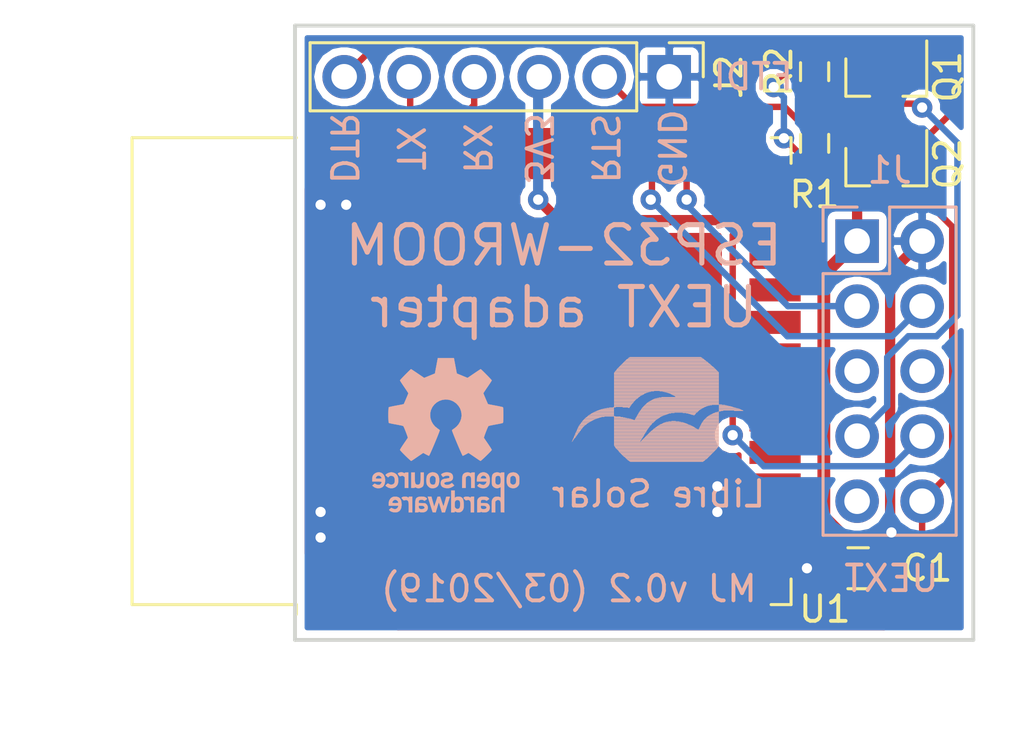
<source format=kicad_pcb>
(kicad_pcb (version 20171130) (host pcbnew 5.0.1)

  (general
    (thickness 1.6)
    (drawings 14)
    (tracks 133)
    (zones 0)
    (modules 10)
    (nets 44)
  )

  (page A4)
  (layers
    (0 F.Cu signal)
    (31 B.Cu signal)
    (32 B.Adhes user hide)
    (33 F.Adhes user hide)
    (34 B.Paste user hide)
    (35 F.Paste user hide)
    (36 B.SilkS user)
    (37 F.SilkS user)
    (38 B.Mask user hide)
    (39 F.Mask user hide)
    (40 Dwgs.User user hide)
    (41 Cmts.User user hide)
    (42 Eco1.User user hide)
    (43 Eco2.User user hide)
    (44 Edge.Cuts user)
    (45 Margin user hide)
    (46 B.CrtYd user hide)
    (47 F.CrtYd user hide)
    (48 B.Fab user hide)
    (49 F.Fab user hide)
  )

  (setup
    (last_trace_width 0.4)
    (user_trace_width 0.25)
    (user_trace_width 0.3)
    (user_trace_width 0.4)
    (user_trace_width 0.5)
    (trace_clearance 0.2)
    (zone_clearance 0.3)
    (zone_45_only no)
    (trace_min 0.2)
    (segment_width 0.2)
    (edge_width 0.15)
    (via_size 0.8)
    (via_drill 0.4)
    (via_min_size 0.4)
    (via_min_drill 0.3)
    (uvia_size 0.3)
    (uvia_drill 0.1)
    (uvias_allowed no)
    (uvia_min_size 0.2)
    (uvia_min_drill 0.1)
    (pcb_text_width 0.3)
    (pcb_text_size 1.5 1.5)
    (mod_edge_width 0.15)
    (mod_text_size 1 1)
    (mod_text_width 0.15)
    (pad_size 1.524 1.524)
    (pad_drill 0.762)
    (pad_to_mask_clearance 0)
    (solder_mask_min_width 0.25)
    (aux_axis_origin 0 0)
    (visible_elements FFFFFF7F)
    (pcbplotparams
      (layerselection 0x010fc_ffffffff)
      (usegerberextensions false)
      (usegerberattributes false)
      (usegerberadvancedattributes false)
      (creategerberjobfile false)
      (excludeedgelayer true)
      (linewidth 0.100000)
      (plotframeref false)
      (viasonmask false)
      (mode 1)
      (useauxorigin false)
      (hpglpennumber 1)
      (hpglpenspeed 20)
      (hpglpendiameter 15.000000)
      (psnegative false)
      (psa4output false)
      (plotreference true)
      (plotvalue true)
      (plotinvisibletext false)
      (padsonsilk false)
      (subtractmaskfromsilk false)
      (outputformat 1)
      (mirror false)
      (drillshape 1)
      (scaleselection 1)
      (outputdirectory ""))
  )

  (net 0 "")
  (net 1 GND)
  (net 2 "Net-(U1-Pad7)")
  (net 3 "Net-(U1-Pad11)")
  (net 4 "Net-(U1-Pad12)")
  (net 5 +3V3)
  (net 6 "Net-(U1-Pad16)")
  (net 7 "Net-(U1-Pad4)")
  (net 8 "Net-(U1-Pad5)")
  (net 9 "Net-(U1-Pad6)")
  (net 10 "Net-(U1-Pad8)")
  (net 11 "Net-(U1-Pad9)")
  (net 12 "Net-(U1-Pad10)")
  (net 13 "Net-(U1-Pad13)")
  (net 14 "Net-(U1-Pad14)")
  (net 15 "Net-(U1-Pad17)")
  (net 16 "Net-(U1-Pad18)")
  (net 17 "Net-(U1-Pad19)")
  (net 18 "Net-(U1-Pad20)")
  (net 19 "Net-(U1-Pad21)")
  (net 20 "Net-(U1-Pad22)")
  (net 21 "Net-(U1-Pad23)")
  (net 22 "Net-(U1-Pad26)")
  (net 23 "Net-(U1-Pad29)")
  (net 24 "Net-(U1-Pad30)")
  (net 25 "Net-(U1-Pad31)")
  (net 26 "Net-(U1-Pad32)")
  (net 27 "Net-(U1-Pad33)")
  (net 28 /UEXT_TX)
  (net 29 /UEXT_RX)
  (net 30 "Net-(U1-Pad36)")
  (net 31 "Net-(U1-Pad37)")
  (net 32 /RESET)
  (net 33 /GPIO2)
  (net 34 /GPIO0)
  (net 35 /FTDI_TX)
  (net 36 /FTDI_RX)
  (net 37 /DTR)
  (net 38 "Net-(Q1-Pad1)")
  (net 39 "Net-(Q2-Pad1)")
  (net 40 /RTS)
  (net 41 "Net-(J1-Pad9)")
  (net 42 "Net-(J1-Pad6)")
  (net 43 "Net-(J1-Pad5)")

  (net_class Default "Dies ist die voreingestellte Netzklasse."
    (clearance 0.2)
    (trace_width 0.25)
    (via_dia 0.8)
    (via_drill 0.4)
    (uvia_dia 0.3)
    (uvia_drill 0.1)
    (add_net +3V3)
    (add_net /DTR)
    (add_net /FTDI_RX)
    (add_net /FTDI_TX)
    (add_net /GPIO0)
    (add_net /GPIO2)
    (add_net /RESET)
    (add_net /RTS)
    (add_net /UEXT_RX)
    (add_net /UEXT_TX)
    (add_net GND)
    (add_net "Net-(J1-Pad5)")
    (add_net "Net-(J1-Pad6)")
    (add_net "Net-(J1-Pad9)")
    (add_net "Net-(Q1-Pad1)")
    (add_net "Net-(Q2-Pad1)")
    (add_net "Net-(U1-Pad10)")
    (add_net "Net-(U1-Pad11)")
    (add_net "Net-(U1-Pad12)")
    (add_net "Net-(U1-Pad13)")
    (add_net "Net-(U1-Pad14)")
    (add_net "Net-(U1-Pad16)")
    (add_net "Net-(U1-Pad17)")
    (add_net "Net-(U1-Pad18)")
    (add_net "Net-(U1-Pad19)")
    (add_net "Net-(U1-Pad20)")
    (add_net "Net-(U1-Pad21)")
    (add_net "Net-(U1-Pad22)")
    (add_net "Net-(U1-Pad23)")
    (add_net "Net-(U1-Pad26)")
    (add_net "Net-(U1-Pad29)")
    (add_net "Net-(U1-Pad30)")
    (add_net "Net-(U1-Pad31)")
    (add_net "Net-(U1-Pad32)")
    (add_net "Net-(U1-Pad33)")
    (add_net "Net-(U1-Pad36)")
    (add_net "Net-(U1-Pad37)")
    (add_net "Net-(U1-Pad4)")
    (add_net "Net-(U1-Pad5)")
    (add_net "Net-(U1-Pad6)")
    (add_net "Net-(U1-Pad7)")
    (add_net "Net-(U1-Pad8)")
    (add_net "Net-(U1-Pad9)")
  )

  (module Connector_PinSocket_2.54mm:PinSocket_2x05_P2.54mm_Vertical (layer B.Cu) (tedit 5A19A42B) (tstamp 5C84B77B)
    (at 161.46 89.42 180)
    (descr "Through hole straight socket strip, 2x05, 2.54mm pitch, double cols (from Kicad 4.0.7), script generated")
    (tags "Through hole socket strip THT 2x05 2.54mm double row")
    (path /5C810B01)
    (fp_text reference J1 (at -1.27 2.77 180) (layer B.SilkS)
      (effects (font (size 1 1) (thickness 0.15)) (justify mirror))
    )
    (fp_text value UEXT (at -1.27 -12.93 180) (layer B.Fab)
      (effects (font (size 1 1) (thickness 0.15)) (justify mirror))
    )
    (fp_line (start -3.81 1.27) (end 0.27 1.27) (layer B.Fab) (width 0.1))
    (fp_line (start 0.27 1.27) (end 1.27 0.27) (layer B.Fab) (width 0.1))
    (fp_line (start 1.27 0.27) (end 1.27 -11.43) (layer B.Fab) (width 0.1))
    (fp_line (start 1.27 -11.43) (end -3.81 -11.43) (layer B.Fab) (width 0.1))
    (fp_line (start -3.81 -11.43) (end -3.81 1.27) (layer B.Fab) (width 0.1))
    (fp_line (start -3.87 1.33) (end -1.27 1.33) (layer B.SilkS) (width 0.12))
    (fp_line (start -3.87 1.33) (end -3.87 -11.49) (layer B.SilkS) (width 0.12))
    (fp_line (start -3.87 -11.49) (end 1.33 -11.49) (layer B.SilkS) (width 0.12))
    (fp_line (start 1.33 -1.27) (end 1.33 -11.49) (layer B.SilkS) (width 0.12))
    (fp_line (start -1.27 -1.27) (end 1.33 -1.27) (layer B.SilkS) (width 0.12))
    (fp_line (start -1.27 1.33) (end -1.27 -1.27) (layer B.SilkS) (width 0.12))
    (fp_line (start 1.33 1.33) (end 1.33 0) (layer B.SilkS) (width 0.12))
    (fp_line (start 0 1.33) (end 1.33 1.33) (layer B.SilkS) (width 0.12))
    (fp_line (start -4.34 1.8) (end 1.76 1.8) (layer B.CrtYd) (width 0.05))
    (fp_line (start 1.76 1.8) (end 1.76 -11.9) (layer B.CrtYd) (width 0.05))
    (fp_line (start 1.76 -11.9) (end -4.34 -11.9) (layer B.CrtYd) (width 0.05))
    (fp_line (start -4.34 -11.9) (end -4.34 1.8) (layer B.CrtYd) (width 0.05))
    (fp_text user %R (at -1.27 -5.08 90) (layer B.Fab)
      (effects (font (size 1 1) (thickness 0.15)) (justify mirror))
    )
    (pad 1 thru_hole rect (at 0 0 180) (size 1.7 1.7) (drill 1) (layers *.Cu *.Mask)
      (net 5 +3V3))
    (pad 2 thru_hole oval (at -2.54 0 180) (size 1.7 1.7) (drill 1) (layers *.Cu *.Mask)
      (net 1 GND))
    (pad 3 thru_hole oval (at 0 -2.54 180) (size 1.7 1.7) (drill 1) (layers *.Cu *.Mask)
      (net 28 /UEXT_TX))
    (pad 4 thru_hole oval (at -2.54 -2.54 180) (size 1.7 1.7) (drill 1) (layers *.Cu *.Mask)
      (net 29 /UEXT_RX))
    (pad 5 thru_hole oval (at 0 -5.08 180) (size 1.7 1.7) (drill 1) (layers *.Cu *.Mask)
      (net 43 "Net-(J1-Pad5)"))
    (pad 6 thru_hole oval (at -2.54 -5.08 180) (size 1.7 1.7) (drill 1) (layers *.Cu *.Mask)
      (net 42 "Net-(J1-Pad6)"))
    (pad 7 thru_hole oval (at 0 -7.62 180) (size 1.7 1.7) (drill 1) (layers *.Cu *.Mask)
      (net 34 /GPIO0))
    (pad 8 thru_hole oval (at -2.54 -7.62 180) (size 1.7 1.7) (drill 1) (layers *.Cu *.Mask)
      (net 33 /GPIO2))
    (pad 9 thru_hole oval (at 0 -10.16 180) (size 1.7 1.7) (drill 1) (layers *.Cu *.Mask)
      (net 41 "Net-(J1-Pad9)"))
    (pad 10 thru_hole oval (at -2.54 -10.16 180) (size 1.7 1.7) (drill 1) (layers *.Cu *.Mask)
      (net 32 /RESET))
    (model ${KISYS3DMOD}/Connector_PinSocket_2.54mm.3dshapes/PinSocket_2x05_P2.54mm_Vertical.wrl
      (at (xyz 0 0 0))
      (scale (xyz 1 1 1))
      (rotate (xyz 0 0 0))
    )
  )

  (module Connector_PinHeader_2.54mm:PinHeader_1x06_P2.54mm_Vertical (layer F.Cu) (tedit 59FED5CC) (tstamp 5C834617)
    (at 154.12 83 270)
    (descr "Through hole straight pin header, 1x06, 2.54mm pitch, single row")
    (tags "Through hole pin header THT 1x06 2.54mm single row")
    (path /5C815F35)
    (fp_text reference J2 (at 0 -2.33 270) (layer F.SilkS)
      (effects (font (size 1 1) (thickness 0.15)))
    )
    (fp_text value Conn_01x06 (at 0 15.03 270) (layer F.Fab)
      (effects (font (size 1 1) (thickness 0.15)))
    )
    (fp_line (start -0.635 -1.27) (end 1.27 -1.27) (layer F.Fab) (width 0.1))
    (fp_line (start 1.27 -1.27) (end 1.27 13.97) (layer F.Fab) (width 0.1))
    (fp_line (start 1.27 13.97) (end -1.27 13.97) (layer F.Fab) (width 0.1))
    (fp_line (start -1.27 13.97) (end -1.27 -0.635) (layer F.Fab) (width 0.1))
    (fp_line (start -1.27 -0.635) (end -0.635 -1.27) (layer F.Fab) (width 0.1))
    (fp_line (start -1.33 14.03) (end 1.33 14.03) (layer F.SilkS) (width 0.12))
    (fp_line (start -1.33 1.27) (end -1.33 14.03) (layer F.SilkS) (width 0.12))
    (fp_line (start 1.33 1.27) (end 1.33 14.03) (layer F.SilkS) (width 0.12))
    (fp_line (start -1.33 1.27) (end 1.33 1.27) (layer F.SilkS) (width 0.12))
    (fp_line (start -1.33 0) (end -1.33 -1.33) (layer F.SilkS) (width 0.12))
    (fp_line (start -1.33 -1.33) (end 0 -1.33) (layer F.SilkS) (width 0.12))
    (fp_line (start -1.8 -1.8) (end -1.8 14.5) (layer F.CrtYd) (width 0.05))
    (fp_line (start -1.8 14.5) (end 1.8 14.5) (layer F.CrtYd) (width 0.05))
    (fp_line (start 1.8 14.5) (end 1.8 -1.8) (layer F.CrtYd) (width 0.05))
    (fp_line (start 1.8 -1.8) (end -1.8 -1.8) (layer F.CrtYd) (width 0.05))
    (fp_text user %R (at 0 6.35) (layer F.Fab)
      (effects (font (size 1 1) (thickness 0.15)))
    )
    (pad 1 thru_hole rect (at 0 0 270) (size 1.7 1.7) (drill 1) (layers *.Cu *.Mask)
      (net 1 GND))
    (pad 2 thru_hole oval (at 0 2.54 270) (size 1.7 1.7) (drill 1) (layers *.Cu *.Mask)
      (net 40 /RTS))
    (pad 3 thru_hole oval (at 0 5.08 270) (size 1.7 1.7) (drill 1) (layers *.Cu *.Mask)
      (net 5 +3V3))
    (pad 4 thru_hole oval (at 0 7.62 270) (size 1.7 1.7) (drill 1) (layers *.Cu *.Mask)
      (net 35 /FTDI_TX))
    (pad 5 thru_hole oval (at 0 10.16 270) (size 1.7 1.7) (drill 1) (layers *.Cu *.Mask)
      (net 36 /FTDI_RX))
    (pad 6 thru_hole oval (at 0 12.7 270) (size 1.7 1.7) (drill 1) (layers *.Cu *.Mask)
      (net 37 /DTR))
    (model ${KISYS3DMOD}/Connector_PinHeader_2.54mm.3dshapes/PinHeader_1x06_P2.54mm_Vertical.wrl
      (at (xyz 0 0 0))
      (scale (xyz 1 1 1))
      (rotate (xyz 0 0 0))
    )
  )

  (module LibreSolar:R_0603_1608 (layer F.Cu) (tedit 59175D4F) (tstamp 5C8341F9)
    (at 159.8 82.8 90)
    (descr "Resistor SMD 0603, reflow soldering, Vishay (see dcrcw.pdf)")
    (tags "resistor 0603")
    (path /5C80FEC3)
    (attr smd)
    (fp_text reference R2 (at 0 -1.4 90) (layer F.SilkS)
      (effects (font (size 1 1) (thickness 0.15)))
    )
    (fp_text value 10k (at 0 1.5 90) (layer F.Fab)
      (effects (font (size 1 1) (thickness 0.15)))
    )
    (fp_line (start 1.4 0.65) (end -1.4 0.65) (layer F.CrtYd) (width 0.05))
    (fp_line (start 1.4 0.65) (end 1.4 -0.65) (layer F.CrtYd) (width 0.05))
    (fp_line (start -1.4 -0.65) (end -1.4 0.65) (layer F.CrtYd) (width 0.05))
    (fp_line (start -1.4 -0.65) (end 1.4 -0.65) (layer F.CrtYd) (width 0.05))
    (fp_line (start -0.35 -0.55) (end 0.35 -0.55) (layer F.SilkS) (width 0.12))
    (fp_line (start 0.35 0.55) (end -0.35 0.55) (layer F.SilkS) (width 0.12))
    (fp_line (start -0.8 -0.4) (end 0.8 -0.4) (layer F.Fab) (width 0.1))
    (fp_line (start 0.8 -0.4) (end 0.8 0.4) (layer F.Fab) (width 0.1))
    (fp_line (start 0.8 0.4) (end -0.8 0.4) (layer F.Fab) (width 0.1))
    (fp_line (start -0.8 0.4) (end -0.8 -0.4) (layer F.Fab) (width 0.1))
    (fp_text user %R (at 0 0 90) (layer F.Fab)
      (effects (font (size 0.5 0.5) (thickness 0.075)))
    )
    (pad 2 smd roundrect (at 0.8 0 90) (size 0.8 0.9) (layers F.Cu F.Paste F.Mask) (roundrect_rratio 0.2)
      (net 37 /DTR))
    (pad 1 smd roundrect (at -0.8 0 90) (size 0.8 0.9) (layers F.Cu F.Paste F.Mask) (roundrect_rratio 0.2)
      (net 39 "Net-(Q2-Pad1)"))
    (model ${KISYS3DMOD}/Resistor_SMD.3dshapes/R_0603_1608Metric.step
      (at (xyz 0 0 0))
      (scale (xyz 1 1 1))
      (rotate (xyz 0 0 0))
    )
  )

  (module LibreSolar:R_0603_1608 (layer F.Cu) (tedit 59175D4F) (tstamp 5C8341E8)
    (at 159.8 85.6 90)
    (descr "Resistor SMD 0603, reflow soldering, Vishay (see dcrcw.pdf)")
    (tags "resistor 0603")
    (path /5C80EE54)
    (attr smd)
    (fp_text reference R1 (at -2 0 180) (layer F.SilkS)
      (effects (font (size 1 1) (thickness 0.15)))
    )
    (fp_text value 10k (at 0 1.5 90) (layer F.Fab)
      (effects (font (size 1 1) (thickness 0.15)))
    )
    (fp_text user %R (at 0 0 90) (layer F.Fab)
      (effects (font (size 0.5 0.5) (thickness 0.075)))
    )
    (fp_line (start -0.8 0.4) (end -0.8 -0.4) (layer F.Fab) (width 0.1))
    (fp_line (start 0.8 0.4) (end -0.8 0.4) (layer F.Fab) (width 0.1))
    (fp_line (start 0.8 -0.4) (end 0.8 0.4) (layer F.Fab) (width 0.1))
    (fp_line (start -0.8 -0.4) (end 0.8 -0.4) (layer F.Fab) (width 0.1))
    (fp_line (start 0.35 0.55) (end -0.35 0.55) (layer F.SilkS) (width 0.12))
    (fp_line (start -0.35 -0.55) (end 0.35 -0.55) (layer F.SilkS) (width 0.12))
    (fp_line (start -1.4 -0.65) (end 1.4 -0.65) (layer F.CrtYd) (width 0.05))
    (fp_line (start -1.4 -0.65) (end -1.4 0.65) (layer F.CrtYd) (width 0.05))
    (fp_line (start 1.4 0.65) (end 1.4 -0.65) (layer F.CrtYd) (width 0.05))
    (fp_line (start 1.4 0.65) (end -1.4 0.65) (layer F.CrtYd) (width 0.05))
    (pad 1 smd roundrect (at -0.8 0 90) (size 0.8 0.9) (layers F.Cu F.Paste F.Mask) (roundrect_rratio 0.2)
      (net 38 "Net-(Q1-Pad1)"))
    (pad 2 smd roundrect (at 0.8 0 90) (size 0.8 0.9) (layers F.Cu F.Paste F.Mask) (roundrect_rratio 0.2)
      (net 40 /RTS))
    (model ${KISYS3DMOD}/Resistor_SMD.3dshapes/R_0603_1608Metric.step
      (at (xyz 0 0 0))
      (scale (xyz 1 1 1))
      (rotate (xyz 0 0 0))
    )
  )

  (module LibreSolar:SOT-23 (layer F.Cu) (tedit 59B43E66) (tstamp 5C8341D7)
    (at 162.6 86.5 270)
    (descr "SOT-23, Standard")
    (tags SOT-23)
    (path /5C80F37A)
    (attr smd)
    (fp_text reference Q2 (at -0.1 -2.4 90) (layer F.SilkS)
      (effects (font (size 1 1) (thickness 0.15)))
    )
    (fp_text value MMBT3904 (at 0 2.5 270) (layer F.Fab)
      (effects (font (size 1 1) (thickness 0.15)))
    )
    (fp_text user %R (at 0 0) (layer F.Fab)
      (effects (font (size 0.5 0.5) (thickness 0.075)))
    )
    (fp_line (start -0.7 -0.95) (end -0.7 1.5) (layer F.Fab) (width 0.1))
    (fp_line (start -0.15 -1.52) (end 0.7 -1.52) (layer F.Fab) (width 0.1))
    (fp_line (start -0.7 -0.95) (end -0.15 -1.52) (layer F.Fab) (width 0.1))
    (fp_line (start 0.7 -1.52) (end 0.7 1.52) (layer F.Fab) (width 0.1))
    (fp_line (start -0.7 1.52) (end 0.7 1.52) (layer F.Fab) (width 0.1))
    (fp_line (start 0.76 1.58) (end 0.76 0.65) (layer F.SilkS) (width 0.12))
    (fp_line (start 0.76 -1.58) (end 0.76 -0.65) (layer F.SilkS) (width 0.12))
    (fp_line (start -1.75 -1.75) (end 1.75 -1.75) (layer F.CrtYd) (width 0.05))
    (fp_line (start 1.75 -1.75) (end 1.75 1.75) (layer F.CrtYd) (width 0.05))
    (fp_line (start 1.75 1.75) (end -1.75 1.75) (layer F.CrtYd) (width 0.05))
    (fp_line (start -1.75 1.75) (end -1.75 -1.75) (layer F.CrtYd) (width 0.05))
    (fp_line (start 0.76 -1.58) (end -1.4 -1.58) (layer F.SilkS) (width 0.12))
    (fp_line (start 0.76 1.58) (end -0.7 1.58) (layer F.SilkS) (width 0.12))
    (pad 1 smd roundrect (at -1.05 -0.95 270) (size 1 0.9) (layers F.Cu F.Paste F.Mask) (roundrect_rratio 0.2)
      (net 39 "Net-(Q2-Pad1)"))
    (pad 2 smd roundrect (at -1.05 0.95 270) (size 1 0.9) (layers F.Cu F.Paste F.Mask) (roundrect_rratio 0.2)
      (net 40 /RTS))
    (pad 3 smd roundrect (at 1.05 0 270) (size 1 0.9) (layers F.Cu F.Paste F.Mask) (roundrect_rratio 0.2)
      (net 32 /RESET))
    (model ${KISYS3DMOD}/Package_TO_SOT_SMD.3dshapes/SOT-23.step
      (at (xyz 0 0 0))
      (scale (xyz 1 1 1))
      (rotate (xyz 0 0 0))
    )
  )

  (module LibreSolar:SOT-23 (layer F.Cu) (tedit 59B43E66) (tstamp 5C8341C2)
    (at 162.6 83 270)
    (descr "SOT-23, Standard")
    (tags SOT-23)
    (path /5C80ED46)
    (attr smd)
    (fp_text reference Q1 (at 0 -2.4 270) (layer F.SilkS)
      (effects (font (size 1 1) (thickness 0.15)))
    )
    (fp_text value MMBT3904 (at 0 2.5 270) (layer F.Fab)
      (effects (font (size 1 1) (thickness 0.15)))
    )
    (fp_line (start 0.76 1.58) (end -0.7 1.58) (layer F.SilkS) (width 0.12))
    (fp_line (start 0.76 -1.58) (end -1.4 -1.58) (layer F.SilkS) (width 0.12))
    (fp_line (start -1.75 1.75) (end -1.75 -1.75) (layer F.CrtYd) (width 0.05))
    (fp_line (start 1.75 1.75) (end -1.75 1.75) (layer F.CrtYd) (width 0.05))
    (fp_line (start 1.75 -1.75) (end 1.75 1.75) (layer F.CrtYd) (width 0.05))
    (fp_line (start -1.75 -1.75) (end 1.75 -1.75) (layer F.CrtYd) (width 0.05))
    (fp_line (start 0.76 -1.58) (end 0.76 -0.65) (layer F.SilkS) (width 0.12))
    (fp_line (start 0.76 1.58) (end 0.76 0.65) (layer F.SilkS) (width 0.12))
    (fp_line (start -0.7 1.52) (end 0.7 1.52) (layer F.Fab) (width 0.1))
    (fp_line (start 0.7 -1.52) (end 0.7 1.52) (layer F.Fab) (width 0.1))
    (fp_line (start -0.7 -0.95) (end -0.15 -1.52) (layer F.Fab) (width 0.1))
    (fp_line (start -0.15 -1.52) (end 0.7 -1.52) (layer F.Fab) (width 0.1))
    (fp_line (start -0.7 -0.95) (end -0.7 1.5) (layer F.Fab) (width 0.1))
    (fp_text user %R (at 0 0) (layer F.Fab)
      (effects (font (size 0.5 0.5) (thickness 0.075)))
    )
    (pad 3 smd roundrect (at 1.05 0 270) (size 1 0.9) (layers F.Cu F.Paste F.Mask) (roundrect_rratio 0.2)
      (net 34 /GPIO0))
    (pad 2 smd roundrect (at -1.05 0.95 270) (size 1 0.9) (layers F.Cu F.Paste F.Mask) (roundrect_rratio 0.2)
      (net 37 /DTR))
    (pad 1 smd roundrect (at -1.05 -0.95 270) (size 1 0.9) (layers F.Cu F.Paste F.Mask) (roundrect_rratio 0.2)
      (net 38 "Net-(Q1-Pad1)"))
    (model ${KISYS3DMOD}/Package_TO_SOT_SMD.3dshapes/SOT-23.step
      (at (xyz 0 0 0))
      (scale (xyz 1 1 1))
      (rotate (xyz 0 0 0))
    )
  )

  (module LibreSolar:LIBRESOLAR_LOGO (layer B.Cu) (tedit 58C27829) (tstamp 5C2E9282)
    (at 156 98 180)
    (path /5C2E747A)
    (fp_text reference LOGO1 (at 2 5.3 180) (layer B.SilkS) hide
      (effects (font (size 1 1) (thickness 0.15)) (justify mirror))
    )
    (fp_text value LibreSolar_Logo (at 2.1 -3.9 180) (layer B.SilkS) hide
      (effects (font (size 1 1) (thickness 0.15)) (justify mirror))
    )
    (fp_text user "Libre Solar" (at 2.3 -1.3 180) (layer B.SilkS)
      (effects (font (size 1 1) (thickness 0.15)) (justify mirror))
    )
    (fp_poly (pts (xy 0.5525 -0.0425) (xy 3.4085 -0.0425) (xy 3.4085 -0.0255) (xy 0.5525 -0.0255)) (layer B.SilkS) (width 0))
    (fp_poly (pts (xy 0.5355 -0.0255) (xy 3.4425 -0.0255) (xy 3.4425 -0.0085) (xy 0.5355 -0.0085)) (layer B.SilkS) (width 0))
    (fp_poly (pts (xy 0.5015 -0.0085) (xy 3.4595 -0.0085) (xy 3.4595 0.0085) (xy 0.5015 0.0085)) (layer B.SilkS) (width 0))
    (fp_poly (pts (xy 0.4845 0.0085) (xy 3.4935 0.0085) (xy 3.4935 0.0255) (xy 0.4845 0.0255)) (layer B.SilkS) (width 0))
    (fp_poly (pts (xy 0.4675 0.0255) (xy 3.5105 0.0255) (xy 3.5105 0.0425) (xy 0.4675 0.0425)) (layer B.SilkS) (width 0))
    (fp_poly (pts (xy 0.4505 0.0425) (xy 3.5275 0.0425) (xy 3.5275 0.0595) (xy 0.4505 0.0595)) (layer B.SilkS) (width 0))
    (fp_poly (pts (xy 0.4165 0.0595) (xy 3.5445 0.0595) (xy 3.5445 0.0765) (xy 0.4165 0.0765)) (layer B.SilkS) (width 0))
    (fp_poly (pts (xy 0.3995 0.0765) (xy 3.5615 0.0765) (xy 3.5615 0.0935) (xy 0.3995 0.0935)) (layer B.SilkS) (width 0))
    (fp_poly (pts (xy 0.3825 0.0935) (xy 3.5785 0.0935) (xy 3.5785 0.1105) (xy 0.3825 0.1105)) (layer B.SilkS) (width 0))
    (fp_poly (pts (xy 0.3655 0.1105) (xy 3.5955 0.1105) (xy 3.5955 0.1275) (xy 0.3655 0.1275)) (layer B.SilkS) (width 0))
    (fp_poly (pts (xy 0.3485 0.1275) (xy 3.6125 0.1275) (xy 3.6125 0.1445) (xy 0.3485 0.1445)) (layer B.SilkS) (width 0))
    (fp_poly (pts (xy 0.3315 0.1445) (xy 3.6465 0.1445) (xy 3.6465 0.1615) (xy 0.3315 0.1615)) (layer B.SilkS) (width 0))
    (fp_poly (pts (xy 0.3145 0.1615) (xy 3.6635 0.1615) (xy 3.6635 0.1785) (xy 0.3145 0.1785)) (layer B.SilkS) (width 0))
    (fp_poly (pts (xy 0.2975 0.1785) (xy 3.6805 0.1785) (xy 3.6805 0.1955) (xy 0.2975 0.1955)) (layer B.SilkS) (width 0))
    (fp_poly (pts (xy 0.2805 0.1955) (xy 3.6975 0.1955) (xy 3.6975 0.2125) (xy 0.2805 0.2125)) (layer B.SilkS) (width 0))
    (fp_poly (pts (xy 0.2635 0.2125) (xy 3.7145 0.2125) (xy 3.7145 0.2295) (xy 0.2635 0.2295)) (layer B.SilkS) (width 0))
    (fp_poly (pts (xy 0.2465 0.2295) (xy 3.7315 0.2295) (xy 3.7315 0.2465) (xy 0.2465 0.2465)) (layer B.SilkS) (width 0))
    (fp_poly (pts (xy 0.2295 0.2465) (xy 3.7485 0.2465) (xy 3.7485 0.2635) (xy 0.2295 0.2635)) (layer B.SilkS) (width 0))
    (fp_poly (pts (xy 0.2125 0.2635) (xy 3.7655 0.2635) (xy 3.7655 0.2805) (xy 0.2125 0.2805)) (layer B.SilkS) (width 0))
    (fp_poly (pts (xy 0.1955 0.2805) (xy 3.7825 0.2805) (xy 3.7825 0.2975) (xy 0.1955 0.2975)) (layer B.SilkS) (width 0))
    (fp_poly (pts (xy 0.1785 0.2975) (xy 3.7995 0.2975) (xy 3.7995 0.3145) (xy 0.1785 0.3145)) (layer B.SilkS) (width 0))
    (fp_poly (pts (xy 0.1615 0.3145) (xy 3.8165 0.3145) (xy 3.8165 0.3315) (xy 0.1615 0.3315)) (layer B.SilkS) (width 0))
    (fp_poly (pts (xy 0.1445 0.3315) (xy 3.8335 0.3315) (xy 3.8335 0.3485) (xy 0.1445 0.3485)) (layer B.SilkS) (width 0))
    (fp_poly (pts (xy 0.1275 0.3485) (xy 3.8505 0.3485) (xy 3.8505 0.3655) (xy 0.1275 0.3655)) (layer B.SilkS) (width 0))
    (fp_poly (pts (xy 0.1105 0.3655) (xy 3.8505 0.3655) (xy 3.8505 0.3825) (xy 0.1105 0.3825)) (layer B.SilkS) (width 0))
    (fp_poly (pts (xy 0.0935 0.3825) (xy 3.8675 0.3825) (xy 3.8675 0.3995) (xy 0.0935 0.3995)) (layer B.SilkS) (width 0))
    (fp_poly (pts (xy 0.0765 0.3995) (xy 3.8845 0.3995) (xy 3.8845 0.4165) (xy 0.0765 0.4165)) (layer B.SilkS) (width 0))
    (fp_poly (pts (xy 0.0595 0.4165) (xy 3.9015 0.4165) (xy 3.9015 0.4335) (xy 0.0595 0.4335)) (layer B.SilkS) (width 0))
    (fp_poly (pts (xy 0.0425 0.4335) (xy 3.9185 0.4335) (xy 3.9185 0.4505) (xy 0.0425 0.4505)) (layer B.SilkS) (width 0))
    (fp_poly (pts (xy 0.0255 0.4505) (xy 3.9355 0.4505) (xy 3.9355 0.4675) (xy 0.0255 0.4675)) (layer B.SilkS) (width 0))
    (fp_poly (pts (xy 0.0085 0.4675) (xy 3.9525 0.4675) (xy 3.9525 0.4845) (xy 0.0085 0.4845)) (layer B.SilkS) (width 0))
    (fp_poly (pts (xy 0.0085 0.4845) (xy 3.9695 0.4845) (xy 3.9695 0.5015) (xy 0.0085 0.5015)) (layer B.SilkS) (width 0))
    (fp_poly (pts (xy -0.0085 0.5015) (xy 3.9865 0.5015) (xy 3.9865 0.5185) (xy -0.0085 0.5185)) (layer B.SilkS) (width 0))
    (fp_poly (pts (xy -0.0255 0.5185) (xy 3.9865 0.5185) (xy 3.9865 0.5355) (xy -0.0255 0.5355)) (layer B.SilkS) (width 0))
    (fp_poly (pts (xy -0.0425 0.5355) (xy 4.0035 0.5355) (xy 4.0035 0.5525) (xy -0.0425 0.5525)) (layer B.SilkS) (width 0))
    (fp_poly (pts (xy -0.0425 0.5525) (xy 4.0205 0.5525) (xy 4.0205 0.5695) (xy -0.0425 0.5695)) (layer B.SilkS) (width 0))
    (fp_poly (pts (xy -0.0595 0.5695) (xy 4.0205 0.5695) (xy 4.0205 0.5865) (xy -0.0595 0.5865)) (layer B.SilkS) (width 0))
    (fp_poly (pts (xy -0.0595 0.5865) (xy 4.0375 0.5865) (xy 4.0375 0.6035) (xy -0.0595 0.6035)) (layer B.SilkS) (width 0))
    (fp_poly (pts (xy -0.0595 0.6035) (xy 4.0375 0.6035) (xy 4.0375 0.6205) (xy -0.0595 0.6205)) (layer B.SilkS) (width 0))
    (fp_poly (pts (xy -0.0595 0.6205) (xy 4.0375 0.6205) (xy 4.0375 0.6375) (xy -0.0595 0.6375)) (layer B.SilkS) (width 0))
    (fp_poly (pts (xy -0.0595 0.6375) (xy 4.0375 0.6375) (xy 4.0375 0.6545) (xy -0.0595 0.6545)) (layer B.SilkS) (width 0))
    (fp_poly (pts (xy -0.0595 0.6545) (xy 4.0375 0.6545) (xy 4.0375 0.6715) (xy -0.0595 0.6715)) (layer B.SilkS) (width 0))
    (fp_poly (pts (xy -0.0595 0.6715) (xy 4.0375 0.6715) (xy 4.0375 0.6885) (xy -0.0595 0.6885)) (layer B.SilkS) (width 0))
    (fp_poly (pts (xy -0.0595 0.6885) (xy 4.0375 0.6885) (xy 4.0375 0.7055) (xy -0.0595 0.7055)) (layer B.SilkS) (width 0))
    (fp_poly (pts (xy -0.0595 0.7055) (xy 4.0375 0.7055) (xy 4.0375 0.7225) (xy -0.0595 0.7225)) (layer B.SilkS) (width 0))
    (fp_poly (pts (xy -0.0595 0.7225) (xy 4.0375 0.7225) (xy 4.0375 0.7395) (xy -0.0595 0.7395)) (layer B.SilkS) (width 0))
    (fp_poly (pts (xy -0.0595 0.7395) (xy 3.0005 0.7395) (xy 3.0005 0.7565) (xy -0.0595 0.7565)) (layer B.SilkS) (width 0))
    (fp_poly (pts (xy 3.0175 0.7395) (xy 4.0375 0.7395) (xy 4.0375 0.7565) (xy 3.0175 0.7565)) (layer B.SilkS) (width 0))
    (fp_poly (pts (xy 5.6695 0.7395) (xy 5.6865 0.7395) (xy 5.6865 0.7565) (xy 5.6695 0.7565)) (layer B.SilkS) (width 0))
    (fp_poly (pts (xy -0.0595 0.7565) (xy 2.9835 0.7565) (xy 2.9835 0.7735) (xy -0.0595 0.7735)) (layer B.SilkS) (width 0))
    (fp_poly (pts (xy 3.0005 0.7565) (xy 4.0375 0.7565) (xy 4.0375 0.7735) (xy 3.0005 0.7735)) (layer B.SilkS) (width 0))
    (fp_poly (pts (xy 5.6525 0.7565) (xy 5.6695 0.7565) (xy 5.6695 0.7735) (xy 5.6525 0.7735)) (layer B.SilkS) (width 0))
    (fp_poly (pts (xy -0.0595 0.7735) (xy 2.9665 0.7735) (xy 2.9665 0.7905) (xy -0.0595 0.7905)) (layer B.SilkS) (width 0))
    (fp_poly (pts (xy 3.0005 0.7735) (xy 4.0375 0.7735) (xy 4.0375 0.7905) (xy 3.0005 0.7905)) (layer B.SilkS) (width 0))
    (fp_poly (pts (xy 5.6355 0.7735) (xy 5.6695 0.7735) (xy 5.6695 0.7905) (xy 5.6355 0.7905)) (layer B.SilkS) (width 0))
    (fp_poly (pts (xy -0.0595 0.7905) (xy 2.9495 0.7905) (xy 2.9495 0.8075) (xy -0.0595 0.8075)) (layer B.SilkS) (width 0))
    (fp_poly (pts (xy 2.9835 0.7905) (xy 4.0375 0.7905) (xy 4.0375 0.8075) (xy 2.9835 0.8075)) (layer B.SilkS) (width 0))
    (fp_poly (pts (xy 5.6355 0.7905) (xy 5.6525 0.7905) (xy 5.6525 0.8075) (xy 5.6355 0.8075)) (layer B.SilkS) (width 0))
    (fp_poly (pts (xy -0.0595 0.8075) (xy 2.9325 0.8075) (xy 2.9325 0.8245) (xy -0.0595 0.8245)) (layer B.SilkS) (width 0))
    (fp_poly (pts (xy 2.9665 0.8075) (xy 4.0375 0.8075) (xy 4.0375 0.8245) (xy 2.9665 0.8245)) (layer B.SilkS) (width 0))
    (fp_poly (pts (xy 5.6185 0.8075) (xy 5.6525 0.8075) (xy 5.6525 0.8245) (xy 5.6185 0.8245)) (layer B.SilkS) (width 0))
    (fp_poly (pts (xy -0.0595 0.8245) (xy 2.9155 0.8245) (xy 2.9155 0.8415) (xy -0.0595 0.8415)) (layer B.SilkS) (width 0))
    (fp_poly (pts (xy 2.9665 0.8245) (xy 4.0375 0.8245) (xy 4.0375 0.8415) (xy 2.9665 0.8415)) (layer B.SilkS) (width 0))
    (fp_poly (pts (xy 5.6015 0.8245) (xy 5.6525 0.8245) (xy 5.6525 0.8415) (xy 5.6015 0.8415)) (layer B.SilkS) (width 0))
    (fp_poly (pts (xy -0.0595 0.8415) (xy 2.8985 0.8415) (xy 2.8985 0.8585) (xy -0.0595 0.8585)) (layer B.SilkS) (width 0))
    (fp_poly (pts (xy 2.9495 0.8415) (xy 4.0375 0.8415) (xy 4.0375 0.8585) (xy 2.9495 0.8585)) (layer B.SilkS) (width 0))
    (fp_poly (pts (xy 5.6015 0.8415) (xy 5.6355 0.8415) (xy 5.6355 0.8585) (xy 5.6015 0.8585)) (layer B.SilkS) (width 0))
    (fp_poly (pts (xy -0.0595 0.8585) (xy 2.8815 0.8585) (xy 2.8815 0.8755) (xy -0.0595 0.8755)) (layer B.SilkS) (width 0))
    (fp_poly (pts (xy 2.9495 0.8585) (xy 4.0375 0.8585) (xy 4.0375 0.8755) (xy 2.9495 0.8755)) (layer B.SilkS) (width 0))
    (fp_poly (pts (xy 5.5845 0.8585) (xy 5.6355 0.8585) (xy 5.6355 0.8755) (xy 5.5845 0.8755)) (layer B.SilkS) (width 0))
    (fp_poly (pts (xy -0.0595 0.8755) (xy 2.8645 0.8755) (xy 2.8645 0.8925) (xy -0.0595 0.8925)) (layer B.SilkS) (width 0))
    (fp_poly (pts (xy 2.9325 0.8755) (xy 4.0375 0.8755) (xy 4.0375 0.8925) (xy 2.9325 0.8925)) (layer B.SilkS) (width 0))
    (fp_poly (pts (xy 5.5675 0.8755) (xy 5.6185 0.8755) (xy 5.6185 0.8925) (xy 5.5675 0.8925)) (layer B.SilkS) (width 0))
    (fp_poly (pts (xy -0.0595 0.8925) (xy 2.8475 0.8925) (xy 2.8475 0.9095) (xy -0.0595 0.9095)) (layer B.SilkS) (width 0))
    (fp_poly (pts (xy 2.9155 0.8925) (xy 4.0375 0.8925) (xy 4.0375 0.9095) (xy 2.9155 0.9095)) (layer B.SilkS) (width 0))
    (fp_poly (pts (xy 5.5505 0.8925) (xy 5.6185 0.8925) (xy 5.6185 0.9095) (xy 5.5505 0.9095)) (layer B.SilkS) (width 0))
    (fp_poly (pts (xy -0.0595 0.9095) (xy 2.8305 0.9095) (xy 2.8305 0.9265) (xy -0.0595 0.9265)) (layer B.SilkS) (width 0))
    (fp_poly (pts (xy 2.9155 0.9095) (xy 4.0375 0.9095) (xy 4.0375 0.9265) (xy 2.9155 0.9265)) (layer B.SilkS) (width 0))
    (fp_poly (pts (xy 5.5335 0.9095) (xy 5.6015 0.9095) (xy 5.6015 0.9265) (xy 5.5335 0.9265)) (layer B.SilkS) (width 0))
    (fp_poly (pts (xy -0.0595 0.9265) (xy 2.8135 0.9265) (xy 2.8135 0.9435) (xy -0.0595 0.9435)) (layer B.SilkS) (width 0))
    (fp_poly (pts (xy 2.8985 0.9265) (xy 4.0375 0.9265) (xy 4.0375 0.9435) (xy 2.8985 0.9435)) (layer B.SilkS) (width 0))
    (fp_poly (pts (xy 5.5335 0.9265) (xy 5.6015 0.9265) (xy 5.6015 0.9435) (xy 5.5335 0.9435)) (layer B.SilkS) (width 0))
    (fp_poly (pts (xy -0.0595 0.9435) (xy 2.7965 0.9435) (xy 2.7965 0.9605) (xy -0.0595 0.9605)) (layer B.SilkS) (width 0))
    (fp_poly (pts (xy 2.8815 0.9435) (xy 4.0375 0.9435) (xy 4.0375 0.9605) (xy 2.8815 0.9605)) (layer B.SilkS) (width 0))
    (fp_poly (pts (xy 5.5165 0.9435) (xy 5.6015 0.9435) (xy 5.6015 0.9605) (xy 5.5165 0.9605)) (layer B.SilkS) (width 0))
    (fp_poly (pts (xy -0.0595 0.9605) (xy 2.7795 0.9605) (xy 2.7795 0.9775) (xy -0.0595 0.9775)) (layer B.SilkS) (width 0))
    (fp_poly (pts (xy 2.8815 0.9605) (xy 4.0375 0.9605) (xy 4.0375 0.9775) (xy 2.8815 0.9775)) (layer B.SilkS) (width 0))
    (fp_poly (pts (xy 5.4995 0.9605) (xy 5.5845 0.9605) (xy 5.5845 0.9775) (xy 5.4995 0.9775)) (layer B.SilkS) (width 0))
    (fp_poly (pts (xy -0.0595 0.9775) (xy 2.7625 0.9775) (xy 2.7625 0.9945) (xy -0.0595 0.9945)) (layer B.SilkS) (width 0))
    (fp_poly (pts (xy 2.8645 0.9775) (xy 4.0375 0.9775) (xy 4.0375 0.9945) (xy 2.8645 0.9945)) (layer B.SilkS) (width 0))
    (fp_poly (pts (xy 5.4825 0.9775) (xy 5.5845 0.9775) (xy 5.5845 0.9945) (xy 5.4825 0.9945)) (layer B.SilkS) (width 0))
    (fp_poly (pts (xy -0.0595 0.9945) (xy 2.7455 0.9945) (xy 2.7455 1.0115) (xy -0.0595 1.0115)) (layer B.SilkS) (width 0))
    (fp_poly (pts (xy 2.8645 0.9945) (xy 4.0375 0.9945) (xy 4.0375 1.0115) (xy 2.8645 1.0115)) (layer B.SilkS) (width 0))
    (fp_poly (pts (xy 5.4825 0.9945) (xy 5.5675 0.9945) (xy 5.5675 1.0115) (xy 5.4825 1.0115)) (layer B.SilkS) (width 0))
    (fp_poly (pts (xy -0.0595 1.0115) (xy 2.7285 1.0115) (xy 2.7285 1.0285) (xy -0.0595 1.0285)) (layer B.SilkS) (width 0))
    (fp_poly (pts (xy 2.8475 1.0115) (xy 4.0375 1.0115) (xy 4.0375 1.0285) (xy 2.8475 1.0285)) (layer B.SilkS) (width 0))
    (fp_poly (pts (xy 5.4655 1.0115) (xy 5.5675 1.0115) (xy 5.5675 1.0285) (xy 5.4655 1.0285)) (layer B.SilkS) (width 0))
    (fp_poly (pts (xy -0.0595 1.0285) (xy 2.7115 1.0285) (xy 2.7115 1.0455) (xy -0.0595 1.0455)) (layer B.SilkS) (width 0))
    (fp_poly (pts (xy 2.8475 1.0285) (xy 4.0375 1.0285) (xy 4.0375 1.0455) (xy 2.8475 1.0455)) (layer B.SilkS) (width 0))
    (fp_poly (pts (xy 5.4485 1.0285) (xy 5.5505 1.0285) (xy 5.5505 1.0455) (xy 5.4485 1.0455)) (layer B.SilkS) (width 0))
    (fp_poly (pts (xy -0.0595 1.0455) (xy 2.6945 1.0455) (xy 2.6945 1.0625) (xy -0.0595 1.0625)) (layer B.SilkS) (width 0))
    (fp_poly (pts (xy 2.8305 1.0455) (xy 4.0375 1.0455) (xy 4.0375 1.0625) (xy 2.8305 1.0625)) (layer B.SilkS) (width 0))
    (fp_poly (pts (xy 5.4485 1.0455) (xy 5.5505 1.0455) (xy 5.5505 1.0625) (xy 5.4485 1.0625)) (layer B.SilkS) (width 0))
    (fp_poly (pts (xy -0.0595 1.0625) (xy 2.6775 1.0625) (xy 2.6775 1.0795) (xy -0.0595 1.0795)) (layer B.SilkS) (width 0))
    (fp_poly (pts (xy 2.8135 1.0625) (xy 4.0375 1.0625) (xy 4.0375 1.0795) (xy 2.8135 1.0795)) (layer B.SilkS) (width 0))
    (fp_poly (pts (xy 5.4315 1.0625) (xy 5.5505 1.0625) (xy 5.5505 1.0795) (xy 5.4315 1.0795)) (layer B.SilkS) (width 0))
    (fp_poly (pts (xy -0.0595 1.0795) (xy 2.6605 1.0795) (xy 2.6605 1.0965) (xy -0.0595 1.0965)) (layer B.SilkS) (width 0))
    (fp_poly (pts (xy 2.8135 1.0795) (xy 4.0375 1.0795) (xy 4.0375 1.0965) (xy 2.8135 1.0965)) (layer B.SilkS) (width 0))
    (fp_poly (pts (xy 5.4145 1.0795) (xy 5.5335 1.0795) (xy 5.5335 1.0965) (xy 5.4145 1.0965)) (layer B.SilkS) (width 0))
    (fp_poly (pts (xy -0.0595 1.0965) (xy 2.6435 1.0965) (xy 2.6435 1.1135) (xy -0.0595 1.1135)) (layer B.SilkS) (width 0))
    (fp_poly (pts (xy 2.7965 1.0965) (xy 4.0375 1.0965) (xy 4.0375 1.1135) (xy 2.7965 1.1135)) (layer B.SilkS) (width 0))
    (fp_poly (pts (xy 5.3975 1.0965) (xy 5.5335 1.0965) (xy 5.5335 1.1135) (xy 5.3975 1.1135)) (layer B.SilkS) (width 0))
    (fp_poly (pts (xy -0.0595 1.1135) (xy 2.6265 1.1135) (xy 2.6265 1.1305) (xy -0.0595 1.1305)) (layer B.SilkS) (width 0))
    (fp_poly (pts (xy 2.7795 1.1135) (xy 4.0375 1.1135) (xy 4.0375 1.1305) (xy 2.7795 1.1305)) (layer B.SilkS) (width 0))
    (fp_poly (pts (xy 5.3805 1.1135) (xy 5.5165 1.1135) (xy 5.5165 1.1305) (xy 5.3805 1.1305)) (layer B.SilkS) (width 0))
    (fp_poly (pts (xy -0.0595 1.1305) (xy 2.6095 1.1305) (xy 2.6095 1.1475) (xy -0.0595 1.1475)) (layer B.SilkS) (width 0))
    (fp_poly (pts (xy 2.7795 1.1305) (xy 4.0375 1.1305) (xy 4.0375 1.1475) (xy 2.7795 1.1475)) (layer B.SilkS) (width 0))
    (fp_poly (pts (xy 5.3805 1.1305) (xy 5.5165 1.1305) (xy 5.5165 1.1475) (xy 5.3805 1.1475)) (layer B.SilkS) (width 0))
    (fp_poly (pts (xy -0.0595 1.1475) (xy 2.5925 1.1475) (xy 2.5925 1.1645) (xy -0.0595 1.1645)) (layer B.SilkS) (width 0))
    (fp_poly (pts (xy 2.7625 1.1475) (xy 4.0375 1.1475) (xy 4.0375 1.1645) (xy 2.7625 1.1645)) (layer B.SilkS) (width 0))
    (fp_poly (pts (xy 5.3635 1.1475) (xy 5.4995 1.1475) (xy 5.4995 1.1645) (xy 5.3635 1.1645)) (layer B.SilkS) (width 0))
    (fp_poly (pts (xy -0.0595 1.1645) (xy 2.5755 1.1645) (xy 2.5755 1.1815) (xy -0.0595 1.1815)) (layer B.SilkS) (width 0))
    (fp_poly (pts (xy 2.7625 1.1645) (xy 4.0375 1.1645) (xy 4.0375 1.1815) (xy 2.7625 1.1815)) (layer B.SilkS) (width 0))
    (fp_poly (pts (xy 5.3465 1.1645) (xy 5.4995 1.1645) (xy 5.4995 1.1815) (xy 5.3465 1.1815)) (layer B.SilkS) (width 0))
    (fp_poly (pts (xy -0.0595 1.1815) (xy 2.5415 1.1815) (xy 2.5415 1.1985) (xy -0.0595 1.1985)) (layer B.SilkS) (width 0))
    (fp_poly (pts (xy 2.7455 1.1815) (xy 4.0375 1.1815) (xy 4.0375 1.1985) (xy 2.7455 1.1985)) (layer B.SilkS) (width 0))
    (fp_poly (pts (xy 5.3295 1.1815) (xy 5.4825 1.1815) (xy 5.4825 1.1985) (xy 5.3295 1.1985)) (layer B.SilkS) (width 0))
    (fp_poly (pts (xy -0.0595 1.1985) (xy 2.5245 1.1985) (xy 2.5245 1.2155) (xy -0.0595 1.2155)) (layer B.SilkS) (width 0))
    (fp_poly (pts (xy 2.7285 1.1985) (xy 4.0375 1.1985) (xy 4.0375 1.2155) (xy 2.7285 1.2155)) (layer B.SilkS) (width 0))
    (fp_poly (pts (xy 5.3295 1.1985) (xy 5.4825 1.1985) (xy 5.4825 1.2155) (xy 5.3295 1.2155)) (layer B.SilkS) (width 0))
    (fp_poly (pts (xy -0.0595 1.2155) (xy 0.7395 1.2155) (xy 0.7395 1.2325) (xy -0.0595 1.2325)) (layer B.SilkS) (width 0))
    (fp_poly (pts (xy 0.7565 1.2155) (xy 2.5075 1.2155) (xy 2.5075 1.2325) (xy 0.7565 1.2325)) (layer B.SilkS) (width 0))
    (fp_poly (pts (xy 2.7285 1.2155) (xy 4.0375 1.2155) (xy 4.0375 1.2325) (xy 2.7285 1.2325)) (layer B.SilkS) (width 0))
    (fp_poly (pts (xy 5.3125 1.2155) (xy 5.4825 1.2155) (xy 5.4825 1.2325) (xy 5.3125 1.2325)) (layer B.SilkS) (width 0))
    (fp_poly (pts (xy -0.0595 1.2325) (xy 0.7225 1.2325) (xy 0.7225 1.2495) (xy -0.0595 1.2495)) (layer B.SilkS) (width 0))
    (fp_poly (pts (xy 0.7905 1.2325) (xy 2.4905 1.2325) (xy 2.4905 1.2495) (xy 0.7905 1.2495)) (layer B.SilkS) (width 0))
    (fp_poly (pts (xy 2.7115 1.2325) (xy 4.0375 1.2325) (xy 4.0375 1.2495) (xy 2.7115 1.2495)) (layer B.SilkS) (width 0))
    (fp_poly (pts (xy 5.2955 1.2325) (xy 5.4655 1.2325) (xy 5.4655 1.2495) (xy 5.2955 1.2495)) (layer B.SilkS) (width 0))
    (fp_poly (pts (xy -0.0595 1.2495) (xy 0.7225 1.2495) (xy 0.7225 1.2665) (xy -0.0595 1.2665)) (layer B.SilkS) (width 0))
    (fp_poly (pts (xy 0.8245 1.2495) (xy 2.4735 1.2495) (xy 2.4735 1.2665) (xy 0.8245 1.2665)) (layer B.SilkS) (width 0))
    (fp_poly (pts (xy 2.6945 1.2495) (xy 4.0375 1.2495) (xy 4.0375 1.2665) (xy 2.6945 1.2665)) (layer B.SilkS) (width 0))
    (fp_poly (pts (xy 5.2785 1.2495) (xy 5.4655 1.2495) (xy 5.4655 1.2665) (xy 5.2785 1.2665)) (layer B.SilkS) (width 0))
    (fp_poly (pts (xy -0.0595 1.2665) (xy 0.7055 1.2665) (xy 0.7055 1.2835) (xy -0.0595 1.2835)) (layer B.SilkS) (width 0))
    (fp_poly (pts (xy 0.8415 1.2665) (xy 2.4395 1.2665) (xy 2.4395 1.2835) (xy 0.8415 1.2835)) (layer B.SilkS) (width 0))
    (fp_poly (pts (xy 2.6945 1.2665) (xy 4.0375 1.2665) (xy 4.0375 1.2835) (xy 2.6945 1.2835)) (layer B.SilkS) (width 0))
    (fp_poly (pts (xy 5.2785 1.2665) (xy 5.4485 1.2665) (xy 5.4485 1.2835) (xy 5.2785 1.2835)) (layer B.SilkS) (width 0))
    (fp_poly (pts (xy -0.0595 1.2835) (xy 0.7055 1.2835) (xy 0.7055 1.3005) (xy -0.0595 1.3005)) (layer B.SilkS) (width 0))
    (fp_poly (pts (xy 0.8755 1.2835) (xy 2.4225 1.2835) (xy 2.4225 1.3005) (xy 0.8755 1.3005)) (layer B.SilkS) (width 0))
    (fp_poly (pts (xy 2.6775 1.2835) (xy 4.0375 1.2835) (xy 4.0375 1.3005) (xy 2.6775 1.3005)) (layer B.SilkS) (width 0))
    (fp_poly (pts (xy 5.2615 1.2835) (xy 5.4485 1.2835) (xy 5.4485 1.3005) (xy 5.2615 1.3005)) (layer B.SilkS) (width 0))
    (fp_poly (pts (xy -0.0595 1.3005) (xy 0.6885 1.3005) (xy 0.6885 1.3175) (xy -0.0595 1.3175)) (layer B.SilkS) (width 0))
    (fp_poly (pts (xy 0.8925 1.3005) (xy 2.4055 1.3005) (xy 2.4055 1.3175) (xy 0.8925 1.3175)) (layer B.SilkS) (width 0))
    (fp_poly (pts (xy 2.6605 1.3005) (xy 4.0375 1.3005) (xy 4.0375 1.3175) (xy 2.6605 1.3175)) (layer B.SilkS) (width 0))
    (fp_poly (pts (xy 5.2445 1.3005) (xy 5.4315 1.3005) (xy 5.4315 1.3175) (xy 5.2445 1.3175)) (layer B.SilkS) (width 0))
    (fp_poly (pts (xy -0.0595 1.3175) (xy 0.6885 1.3175) (xy 0.6885 1.3345) (xy -0.0595 1.3345)) (layer B.SilkS) (width 0))
    (fp_poly (pts (xy 0.9265 1.3175) (xy 2.3715 1.3175) (xy 2.3715 1.3345) (xy 0.9265 1.3345)) (layer B.SilkS) (width 0))
    (fp_poly (pts (xy 2.6435 1.3175) (xy 4.0375 1.3175) (xy 4.0375 1.3345) (xy 2.6435 1.3345)) (layer B.SilkS) (width 0))
    (fp_poly (pts (xy 5.2275 1.3175) (xy 5.4315 1.3175) (xy 5.4315 1.3345) (xy 5.2275 1.3345)) (layer B.SilkS) (width 0))
    (fp_poly (pts (xy -0.0595 1.3345) (xy 0.6715 1.3345) (xy 0.6715 1.3515) (xy -0.0595 1.3515)) (layer B.SilkS) (width 0))
    (fp_poly (pts (xy 0.9605 1.3345) (xy 2.3545 1.3345) (xy 2.3545 1.3515) (xy 0.9605 1.3515)) (layer B.SilkS) (width 0))
    (fp_poly (pts (xy 2.6435 1.3345) (xy 4.0375 1.3345) (xy 4.0375 1.3515) (xy 2.6435 1.3515)) (layer B.SilkS) (width 0))
    (fp_poly (pts (xy 5.2105 1.3345) (xy 5.4145 1.3345) (xy 5.4145 1.3515) (xy 5.2105 1.3515)) (layer B.SilkS) (width 0))
    (fp_poly (pts (xy -0.0595 1.3515) (xy 0.6715 1.3515) (xy 0.6715 1.3685) (xy -0.0595 1.3685)) (layer B.SilkS) (width 0))
    (fp_poly (pts (xy 0.9945 1.3515) (xy 2.3205 1.3515) (xy 2.3205 1.3685) (xy 0.9945 1.3685)) (layer B.SilkS) (width 0))
    (fp_poly (pts (xy 2.6265 1.3515) (xy 4.0375 1.3515) (xy 4.0375 1.3685) (xy 2.6265 1.3685)) (layer B.SilkS) (width 0))
    (fp_poly (pts (xy 5.1935 1.3515) (xy 5.4145 1.3515) (xy 5.4145 1.3685) (xy 5.1935 1.3685)) (layer B.SilkS) (width 0))
    (fp_poly (pts (xy -0.0595 1.3685) (xy 0.6545 1.3685) (xy 0.6545 1.3855) (xy -0.0595 1.3855)) (layer B.SilkS) (width 0))
    (fp_poly (pts (xy 1.0285 1.3685) (xy 2.3035 1.3685) (xy 2.3035 1.3855) (xy 1.0285 1.3855)) (layer B.SilkS) (width 0))
    (fp_poly (pts (xy 2.6095 1.3685) (xy 4.0375 1.3685) (xy 4.0375 1.3855) (xy 2.6095 1.3855)) (layer B.SilkS) (width 0))
    (fp_poly (pts (xy 5.1765 1.3685) (xy 5.3975 1.3685) (xy 5.3975 1.3855) (xy 5.1765 1.3855)) (layer B.SilkS) (width 0))
    (fp_poly (pts (xy -0.0595 1.3855) (xy 0.6545 1.3855) (xy 0.6545 1.4025) (xy -0.0595 1.4025)) (layer B.SilkS) (width 0))
    (fp_poly (pts (xy 1.0625 1.3855) (xy 2.2695 1.3855) (xy 2.2695 1.4025) (xy 1.0625 1.4025)) (layer B.SilkS) (width 0))
    (fp_poly (pts (xy 2.5925 1.3855) (xy 4.0375 1.3855) (xy 4.0375 1.4025) (xy 2.5925 1.4025)) (layer B.SilkS) (width 0))
    (fp_poly (pts (xy 5.1595 1.3855) (xy 5.3805 1.3855) (xy 5.3805 1.4025) (xy 5.1595 1.4025)) (layer B.SilkS) (width 0))
    (fp_poly (pts (xy -0.0595 1.4025) (xy 0.6375 1.4025) (xy 0.6375 1.4195) (xy -0.0595 1.4195)) (layer B.SilkS) (width 0))
    (fp_poly (pts (xy 1.1135 1.4025) (xy 2.2525 1.4025) (xy 2.2525 1.4195) (xy 1.1135 1.4195)) (layer B.SilkS) (width 0))
    (fp_poly (pts (xy 2.5755 1.4025) (xy 4.0375 1.4025) (xy 4.0375 1.4195) (xy 2.5755 1.4195)) (layer B.SilkS) (width 0))
    (fp_poly (pts (xy 5.1255 1.4025) (xy 5.3805 1.4025) (xy 5.3805 1.4195) (xy 5.1255 1.4195)) (layer B.SilkS) (width 0))
    (fp_poly (pts (xy -0.0595 1.4195) (xy 0.6375 1.4195) (xy 0.6375 1.4365) (xy -0.0595 1.4365)) (layer B.SilkS) (width 0))
    (fp_poly (pts (xy 1.1475 1.4195) (xy 2.2185 1.4195) (xy 2.2185 1.4365) (xy 1.1475 1.4365)) (layer B.SilkS) (width 0))
    (fp_poly (pts (xy 2.5585 1.4195) (xy 4.0375 1.4195) (xy 4.0375 1.4365) (xy 2.5585 1.4365)) (layer B.SilkS) (width 0))
    (fp_poly (pts (xy 5.1085 1.4195) (xy 5.3635 1.4195) (xy 5.3635 1.4365) (xy 5.1085 1.4365)) (layer B.SilkS) (width 0))
    (fp_poly (pts (xy -0.0595 1.4365) (xy 0.6205 1.4365) (xy 0.6205 1.4535) (xy -0.0595 1.4535)) (layer B.SilkS) (width 0))
    (fp_poly (pts (xy 1.1815 1.4365) (xy 2.1675 1.4365) (xy 2.1675 1.4535) (xy 1.1815 1.4535)) (layer B.SilkS) (width 0))
    (fp_poly (pts (xy 2.5585 1.4365) (xy 4.0375 1.4365) (xy 4.0375 1.4535) (xy 2.5585 1.4535)) (layer B.SilkS) (width 0))
    (fp_poly (pts (xy 5.0915 1.4365) (xy 5.3465 1.4365) (xy 5.3465 1.4535) (xy 5.0915 1.4535)) (layer B.SilkS) (width 0))
    (fp_poly (pts (xy -0.0595 1.4535) (xy 0.6205 1.4535) (xy 0.6205 1.4705) (xy -0.0595 1.4705)) (layer B.SilkS) (width 0))
    (fp_poly (pts (xy 1.2325 1.4535) (xy 2.1335 1.4535) (xy 2.1335 1.4705) (xy 1.2325 1.4705)) (layer B.SilkS) (width 0))
    (fp_poly (pts (xy 2.5415 1.4535) (xy 4.0375 1.4535) (xy 4.0375 1.4705) (xy 2.5415 1.4705)) (layer B.SilkS) (width 0))
    (fp_poly (pts (xy 5.0575 1.4535) (xy 5.3295 1.4535) (xy 5.3295 1.4705) (xy 5.0575 1.4705)) (layer B.SilkS) (width 0))
    (fp_poly (pts (xy -0.0595 1.4705) (xy 0.6035 1.4705) (xy 0.6035 1.4875) (xy -0.0595 1.4875)) (layer B.SilkS) (width 0))
    (fp_poly (pts (xy 1.2835 1.4705) (xy 2.0995 1.4705) (xy 2.0995 1.4875) (xy 1.2835 1.4875)) (layer B.SilkS) (width 0))
    (fp_poly (pts (xy 2.5075 1.4705) (xy 4.0375 1.4705) (xy 4.0375 1.4875) (xy 2.5075 1.4875)) (layer B.SilkS) (width 0))
    (fp_poly (pts (xy 5.0405 1.4705) (xy 5.3295 1.4705) (xy 5.3295 1.4875) (xy 5.0405 1.4875)) (layer B.SilkS) (width 0))
    (fp_poly (pts (xy -0.0595 1.4875) (xy 0.5865 1.4875) (xy 0.5865 1.5045) (xy -0.0595 1.5045)) (layer B.SilkS) (width 0))
    (fp_poly (pts (xy 1.3345 1.4875) (xy 2.0485 1.4875) (xy 2.0485 1.5045) (xy 1.3345 1.5045)) (layer B.SilkS) (width 0))
    (fp_poly (pts (xy 2.4905 1.4875) (xy 4.0375 1.4875) (xy 4.0375 1.5045) (xy 2.4905 1.5045)) (layer B.SilkS) (width 0))
    (fp_poly (pts (xy 5.0065 1.4875) (xy 5.3125 1.4875) (xy 5.3125 1.5045) (xy 5.0065 1.5045)) (layer B.SilkS) (width 0))
    (fp_poly (pts (xy -0.0595 1.5045) (xy 0.5865 1.5045) (xy 0.5865 1.5215) (xy -0.0595 1.5215)) (layer B.SilkS) (width 0))
    (fp_poly (pts (xy 1.4195 1.5045) (xy 1.9975 1.5045) (xy 1.9975 1.5215) (xy 1.4195 1.5215)) (layer B.SilkS) (width 0))
    (fp_poly (pts (xy 2.4735 1.5045) (xy 4.0375 1.5045) (xy 4.0375 1.5215) (xy 2.4735 1.5215)) (layer B.SilkS) (width 0))
    (fp_poly (pts (xy 4.9895 1.5045) (xy 5.2955 1.5045) (xy 5.2955 1.5215) (xy 4.9895 1.5215)) (layer B.SilkS) (width 0))
    (fp_poly (pts (xy -0.0595 1.5215) (xy 0.5695 1.5215) (xy 0.5695 1.5385) (xy -0.0595 1.5385)) (layer B.SilkS) (width 0))
    (fp_poly (pts (xy 1.4875 1.5215) (xy 1.9125 1.5215) (xy 1.9125 1.5385) (xy 1.4875 1.5385)) (layer B.SilkS) (width 0))
    (fp_poly (pts (xy 2.4565 1.5215) (xy 4.0375 1.5215) (xy 4.0375 1.5385) (xy 2.4565 1.5385)) (layer B.SilkS) (width 0))
    (fp_poly (pts (xy 4.9555 1.5215) (xy 5.2785 1.5215) (xy 5.2785 1.5385) (xy 4.9555 1.5385)) (layer B.SilkS) (width 0))
    (fp_poly (pts (xy -0.0595 1.5385) (xy 0.5525 1.5385) (xy 0.5525 1.5555) (xy -0.0595 1.5555)) (layer B.SilkS) (width 0))
    (fp_poly (pts (xy 1.6235 1.5385) (xy 1.7935 1.5385) (xy 1.7935 1.5555) (xy 1.6235 1.5555)) (layer B.SilkS) (width 0))
    (fp_poly (pts (xy 2.4395 1.5385) (xy 4.0375 1.5385) (xy 4.0375 1.5555) (xy 2.4395 1.5555)) (layer B.SilkS) (width 0))
    (fp_poly (pts (xy 4.9215 1.5385) (xy 5.2785 1.5385) (xy 5.2785 1.5555) (xy 4.9215 1.5555)) (layer B.SilkS) (width 0))
    (fp_poly (pts (xy -0.0595 1.5555) (xy 0.5525 1.5555) (xy 0.5525 1.5725) (xy -0.0595 1.5725)) (layer B.SilkS) (width 0))
    (fp_poly (pts (xy 2.4225 1.5555) (xy 4.0375 1.5555) (xy 4.0375 1.5725) (xy 2.4225 1.5725)) (layer B.SilkS) (width 0))
    (fp_poly (pts (xy 4.8875 1.5555) (xy 5.2615 1.5555) (xy 5.2615 1.5725) (xy 4.8875 1.5725)) (layer B.SilkS) (width 0))
    (fp_poly (pts (xy -0.0595 1.5725) (xy 0.5355 1.5725) (xy 0.5355 1.5895) (xy -0.0595 1.5895)) (layer B.SilkS) (width 0))
    (fp_poly (pts (xy 2.4055 1.5725) (xy 4.0375 1.5725) (xy 4.0375 1.5895) (xy 2.4055 1.5895)) (layer B.SilkS) (width 0))
    (fp_poly (pts (xy 4.8535 1.5725) (xy 5.2445 1.5725) (xy 5.2445 1.5895) (xy 4.8535 1.5895)) (layer B.SilkS) (width 0))
    (fp_poly (pts (xy -0.0595 1.5895) (xy 0.5185 1.5895) (xy 0.5185 1.6065) (xy -0.0595 1.6065)) (layer B.SilkS) (width 0))
    (fp_poly (pts (xy 2.3885 1.5895) (xy 3.2215 1.5895) (xy 3.2215 1.6065) (xy 2.3885 1.6065)) (layer B.SilkS) (width 0))
    (fp_poly (pts (xy 3.2725 1.5895) (xy 4.0375 1.5895) (xy 4.0375 1.6065) (xy 3.2725 1.6065)) (layer B.SilkS) (width 0))
    (fp_poly (pts (xy 4.8195 1.5895) (xy 5.2275 1.5895) (xy 5.2275 1.6065) (xy 4.8195 1.6065)) (layer B.SilkS) (width 0))
    (fp_poly (pts (xy -0.0595 1.6065) (xy 0.5015 1.6065) (xy 0.5015 1.6235) (xy -0.0595 1.6235)) (layer B.SilkS) (width 0))
    (fp_poly (pts (xy 2.3545 1.6065) (xy 3.2215 1.6065) (xy 3.2215 1.6235) (xy 2.3545 1.6235)) (layer B.SilkS) (width 0))
    (fp_poly (pts (xy 3.3235 1.6065) (xy 4.0375 1.6065) (xy 4.0375 1.6235) (xy 3.3235 1.6235)) (layer B.SilkS) (width 0))
    (fp_poly (pts (xy 4.7855 1.6065) (xy 5.2105 1.6065) (xy 5.2105 1.6235) (xy 4.7855 1.6235)) (layer B.SilkS) (width 0))
    (fp_poly (pts (xy -0.0595 1.6235) (xy 0.4845 1.6235) (xy 0.4845 1.6405) (xy -0.0595 1.6405)) (layer B.SilkS) (width 0))
    (fp_poly (pts (xy 2.3375 1.6235) (xy 3.2045 1.6235) (xy 3.2045 1.6405) (xy 2.3375 1.6405)) (layer B.SilkS) (width 0))
    (fp_poly (pts (xy 3.3745 1.6235) (xy 4.0375 1.6235) (xy 4.0375 1.6405) (xy 3.3745 1.6405)) (layer B.SilkS) (width 0))
    (fp_poly (pts (xy 4.7515 1.6235) (xy 5.1935 1.6235) (xy 5.1935 1.6405) (xy 4.7515 1.6405)) (layer B.SilkS) (width 0))
    (fp_poly (pts (xy -0.0595 1.6405) (xy 0.4675 1.6405) (xy 0.4675 1.6575) (xy -0.0595 1.6575)) (layer B.SilkS) (width 0))
    (fp_poly (pts (xy 2.3035 1.6405) (xy 3.2045 1.6405) (xy 3.2045 1.6575) (xy 2.3035 1.6575)) (layer B.SilkS) (width 0))
    (fp_poly (pts (xy 3.4425 1.6405) (xy 4.0375 1.6405) (xy 4.0375 1.6575) (xy 3.4425 1.6575)) (layer B.SilkS) (width 0))
    (fp_poly (pts (xy 4.7005 1.6405) (xy 5.1765 1.6405) (xy 5.1765 1.6575) (xy 4.7005 1.6575)) (layer B.SilkS) (width 0))
    (fp_poly (pts (xy -0.0595 1.6575) (xy 0.4505 1.6575) (xy 0.4505 1.6745) (xy -0.0595 1.6745)) (layer B.SilkS) (width 0))
    (fp_poly (pts (xy 2.2865 1.6575) (xy 3.1875 1.6575) (xy 3.1875 1.6745) (xy 2.2865 1.6745)) (layer B.SilkS) (width 0))
    (fp_poly (pts (xy 3.5275 1.6575) (xy 4.0375 1.6575) (xy 4.0375 1.6745) (xy 3.5275 1.6745)) (layer B.SilkS) (width 0))
    (fp_poly (pts (xy 4.6495 1.6575) (xy 5.1595 1.6575) (xy 5.1595 1.6745) (xy 4.6495 1.6745)) (layer B.SilkS) (width 0))
    (fp_poly (pts (xy -0.0595 1.6745) (xy 0.4335 1.6745) (xy 0.4335 1.6915) (xy -0.0595 1.6915)) (layer B.SilkS) (width 0))
    (fp_poly (pts (xy 2.2525 1.6745) (xy 3.1875 1.6745) (xy 3.1875 1.6915) (xy 2.2525 1.6915)) (layer B.SilkS) (width 0))
    (fp_poly (pts (xy 3.5955 1.6745) (xy 4.0375 1.6745) (xy 4.0375 1.6915) (xy 3.5955 1.6915)) (layer B.SilkS) (width 0))
    (fp_poly (pts (xy 4.5985 1.6745) (xy 5.1425 1.6745) (xy 5.1425 1.6915) (xy 4.5985 1.6915)) (layer B.SilkS) (width 0))
    (fp_poly (pts (xy -0.0595 1.6915) (xy 0.4165 1.6915) (xy 0.4165 1.7085) (xy -0.0595 1.7085)) (layer B.SilkS) (width 0))
    (fp_poly (pts (xy 2.2355 1.6915) (xy 3.1705 1.6915) (xy 3.1705 1.7085) (xy 2.2355 1.7085)) (layer B.SilkS) (width 0))
    (fp_poly (pts (xy 3.6805 1.6915) (xy 4.0375 1.6915) (xy 4.0375 1.7085) (xy 3.6805 1.7085)) (layer B.SilkS) (width 0))
    (fp_poly (pts (xy 4.5305 1.6915) (xy 5.1255 1.6915) (xy 5.1255 1.7085) (xy 4.5305 1.7085)) (layer B.SilkS) (width 0))
    (fp_poly (pts (xy -0.0595 1.7085) (xy 0.3995 1.7085) (xy 0.3995 1.7255) (xy -0.0595 1.7255)) (layer B.SilkS) (width 0))
    (fp_poly (pts (xy 2.2015 1.7085) (xy 3.1535 1.7085) (xy 3.1535 1.7255) (xy 2.2015 1.7255)) (layer B.SilkS) (width 0))
    (fp_poly (pts (xy 3.7825 1.7085) (xy 4.0375 1.7085) (xy 4.0375 1.7255) (xy 3.7825 1.7255)) (layer B.SilkS) (width 0))
    (fp_poly (pts (xy 4.4115 1.7085) (xy 5.0915 1.7085) (xy 5.0915 1.7255) (xy 4.4115 1.7255)) (layer B.SilkS) (width 0))
    (fp_poly (pts (xy -0.0595 1.7255) (xy 0.3655 1.7255) (xy 0.3655 1.7425) (xy -0.0595 1.7425)) (layer B.SilkS) (width 0))
    (fp_poly (pts (xy 2.1675 1.7255) (xy 3.1535 1.7255) (xy 3.1535 1.7425) (xy 2.1675 1.7425)) (layer B.SilkS) (width 0))
    (fp_poly (pts (xy 3.9865 1.7255) (xy 5.0745 1.7255) (xy 5.0745 1.7425) (xy 3.9865 1.7425)) (layer B.SilkS) (width 0))
    (fp_poly (pts (xy -0.0595 1.7425) (xy 0.3485 1.7425) (xy 0.3485 1.7595) (xy -0.0595 1.7595)) (layer B.SilkS) (width 0))
    (fp_poly (pts (xy 2.1335 1.7425) (xy 3.1365 1.7425) (xy 3.1365 1.7595) (xy 2.1335 1.7595)) (layer B.SilkS) (width 0))
    (fp_poly (pts (xy 4.0375 1.7425) (xy 5.0575 1.7425) (xy 5.0575 1.7595) (xy 4.0375 1.7595)) (layer B.SilkS) (width 0))
    (fp_poly (pts (xy -0.0595 1.7595) (xy 0.3145 1.7595) (xy 0.3145 1.7765) (xy -0.0595 1.7765)) (layer B.SilkS) (width 0))
    (fp_poly (pts (xy 2.0995 1.7595) (xy 3.1365 1.7595) (xy 3.1365 1.7765) (xy 2.0995 1.7765)) (layer B.SilkS) (width 0))
    (fp_poly (pts (xy 4.0375 1.7595) (xy 5.0405 1.7595) (xy 5.0405 1.7765) (xy 4.0375 1.7765)) (layer B.SilkS) (width 0))
    (fp_poly (pts (xy -0.0595 1.7765) (xy 0.2975 1.7765) (xy 0.2975 1.7935) (xy -0.0595 1.7935)) (layer B.SilkS) (width 0))
    (fp_poly (pts (xy 0.8925 1.7765) (xy 0.9435 1.7765) (xy 0.9435 1.7935) (xy 0.8925 1.7935)) (layer B.SilkS) (width 0))
    (fp_poly (pts (xy 2.0485 1.7765) (xy 3.1195 1.7765) (xy 3.1195 1.7935) (xy 2.0485 1.7935)) (layer B.SilkS) (width 0))
    (fp_poly (pts (xy 4.0375 1.7765) (xy 5.0065 1.7765) (xy 5.0065 1.7935) (xy 4.0375 1.7935)) (layer B.SilkS) (width 0))
    (fp_poly (pts (xy -0.0595 1.7935) (xy 0.2635 1.7935) (xy 0.2635 1.8105) (xy -0.0595 1.8105)) (layer B.SilkS) (width 0))
    (fp_poly (pts (xy 0.8755 1.7935) (xy 1.0115 1.7935) (xy 1.0115 1.8105) (xy 0.8755 1.8105)) (layer B.SilkS) (width 0))
    (fp_poly (pts (xy 1.9975 1.7935) (xy 3.1195 1.7935) (xy 3.1195 1.8105) (xy 1.9975 1.8105)) (layer B.SilkS) (width 0))
    (fp_poly (pts (xy 4.0375 1.7935) (xy 4.9895 1.7935) (xy 4.9895 1.8105) (xy 4.0375 1.8105)) (layer B.SilkS) (width 0))
    (fp_poly (pts (xy -0.0595 1.8105) (xy 0.2295 1.8105) (xy 0.2295 1.8275) (xy -0.0595 1.8275)) (layer B.SilkS) (width 0))
    (fp_poly (pts (xy 0.8585 1.8105) (xy 1.0625 1.8105) (xy 1.0625 1.8275) (xy 0.8585 1.8275)) (layer B.SilkS) (width 0))
    (fp_poly (pts (xy 1.9465 1.8105) (xy 3.1025 1.8105) (xy 3.1025 1.8275) (xy 1.9465 1.8275)) (layer B.SilkS) (width 0))
    (fp_poly (pts (xy 4.0375 1.8105) (xy 4.9555 1.8105) (xy 4.9555 1.8275) (xy 4.0375 1.8275)) (layer B.SilkS) (width 0))
    (fp_poly (pts (xy -0.0595 1.8275) (xy 0.1955 1.8275) (xy 0.1955 1.8445) (xy -0.0595 1.8445)) (layer B.SilkS) (width 0))
    (fp_poly (pts (xy 0.8415 1.8275) (xy 1.1305 1.8275) (xy 1.1305 1.8445) (xy 0.8415 1.8445)) (layer B.SilkS) (width 0))
    (fp_poly (pts (xy 1.8955 1.8275) (xy 3.0855 1.8275) (xy 3.0855 1.8445) (xy 1.8955 1.8445)) (layer B.SilkS) (width 0))
    (fp_poly (pts (xy 4.0375 1.8275) (xy 4.9385 1.8275) (xy 4.9385 1.8445) (xy 4.0375 1.8445)) (layer B.SilkS) (width 0))
    (fp_poly (pts (xy -0.0595 1.8445) (xy 0.1615 1.8445) (xy 0.1615 1.8615) (xy -0.0595 1.8615)) (layer B.SilkS) (width 0))
    (fp_poly (pts (xy 0.8415 1.8445) (xy 1.2155 1.8445) (xy 1.2155 1.8615) (xy 0.8415 1.8615)) (layer B.SilkS) (width 0))
    (fp_poly (pts (xy 1.8105 1.8445) (xy 3.0855 1.8445) (xy 3.0855 1.8615) (xy 1.8105 1.8615)) (layer B.SilkS) (width 0))
    (fp_poly (pts (xy 4.0375 1.8445) (xy 4.9045 1.8445) (xy 4.9045 1.8615) (xy 4.0375 1.8615)) (layer B.SilkS) (width 0))
    (fp_poly (pts (xy -0.0595 1.8615) (xy 0.1105 1.8615) (xy 0.1105 1.8785) (xy -0.0595 1.8785)) (layer B.SilkS) (width 0))
    (fp_poly (pts (xy 0.8245 1.8615) (xy 1.3515 1.8615) (xy 1.3515 1.8785) (xy 0.8245 1.8785)) (layer B.SilkS) (width 0))
    (fp_poly (pts (xy 1.6745 1.8615) (xy 3.0685 1.8615) (xy 3.0685 1.8785) (xy 1.6745 1.8785)) (layer B.SilkS) (width 0))
    (fp_poly (pts (xy 4.0375 1.8615) (xy 4.8705 1.8615) (xy 4.8705 1.8785) (xy 4.0375 1.8785)) (layer B.SilkS) (width 0))
    (fp_poly (pts (xy -0.0595 1.8785) (xy 0.0765 1.8785) (xy 0.0765 1.8955) (xy -0.0595 1.8955)) (layer B.SilkS) (width 0))
    (fp_poly (pts (xy 0.7905 1.8785) (xy 3.0685 1.8785) (xy 3.0685 1.8955) (xy 0.7905 1.8955)) (layer B.SilkS) (width 0))
    (fp_poly (pts (xy 4.0375 1.8785) (xy 4.8365 1.8785) (xy 4.8365 1.8955) (xy 4.0375 1.8955)) (layer B.SilkS) (width 0))
    (fp_poly (pts (xy -0.0595 1.8955) (xy 0.0085 1.8955) (xy 0.0085 1.9125) (xy -0.0595 1.9125)) (layer B.SilkS) (width 0))
    (fp_poly (pts (xy 0.7735 1.8955) (xy 3.0515 1.8955) (xy 3.0515 1.9125) (xy 0.7735 1.9125)) (layer B.SilkS) (width 0))
    (fp_poly (pts (xy 4.0375 1.8955) (xy 4.8025 1.8955) (xy 4.8025 1.9125) (xy 4.0375 1.9125)) (layer B.SilkS) (width 0))
    (fp_poly (pts (xy -0.0765 1.9125) (xy -0.0425 1.9125) (xy -0.0425 1.9295) (xy -0.0765 1.9295)) (layer B.SilkS) (width 0))
    (fp_poly (pts (xy 0.7565 1.9125) (xy 3.0345 1.9125) (xy 3.0345 1.9295) (xy 0.7565 1.9295)) (layer B.SilkS) (width 0))
    (fp_poly (pts (xy 4.0375 1.9125) (xy 4.7685 1.9125) (xy 4.7685 1.9295) (xy 4.0375 1.9295)) (layer B.SilkS) (width 0))
    (fp_poly (pts (xy -0.1445 1.9295) (xy -0.0595 1.9295) (xy -0.0595 1.9465) (xy -0.1445 1.9465)) (layer B.SilkS) (width 0))
    (fp_poly (pts (xy 0.7395 1.9295) (xy 3.0345 1.9295) (xy 3.0345 1.9465) (xy 0.7395 1.9465)) (layer B.SilkS) (width 0))
    (fp_poly (pts (xy 4.0375 1.9295) (xy 4.7345 1.9295) (xy 4.7345 1.9465) (xy 4.0375 1.9465)) (layer B.SilkS) (width 0))
    (fp_poly (pts (xy -1.0115 1.9465) (xy -0.6545 1.9465) (xy -0.6545 1.9635) (xy -1.0115 1.9635)) (layer B.SilkS) (width 0))
    (fp_poly (pts (xy -0.2295 1.9465) (xy -0.0595 1.9465) (xy -0.0595 1.9635) (xy -0.2295 1.9635)) (layer B.SilkS) (width 0))
    (fp_poly (pts (xy 0.7225 1.9465) (xy 3.0175 1.9465) (xy 3.0175 1.9635) (xy 0.7225 1.9635)) (layer B.SilkS) (width 0))
    (fp_poly (pts (xy 4.0375 1.9465) (xy 4.7005 1.9465) (xy 4.7005 1.9635) (xy 4.0375 1.9635)) (layer B.SilkS) (width 0))
    (fp_poly (pts (xy -0.9945 1.9635) (xy -0.0595 1.9635) (xy -0.0595 1.9805) (xy -0.9945 1.9805)) (layer B.SilkS) (width 0))
    (fp_poly (pts (xy 0.7055 1.9635) (xy 3.0005 1.9635) (xy 3.0005 1.9805) (xy 0.7055 1.9805)) (layer B.SilkS) (width 0))
    (fp_poly (pts (xy 4.0375 1.9635) (xy 4.6495 1.9635) (xy 4.6495 1.9805) (xy 4.0375 1.9805)) (layer B.SilkS) (width 0))
    (fp_poly (pts (xy -0.9435 1.9805) (xy -0.0595 1.9805) (xy -0.0595 1.9975) (xy -0.9435 1.9975)) (layer B.SilkS) (width 0))
    (fp_poly (pts (xy 0.6715 1.9805) (xy 2.9835 1.9805) (xy 2.9835 1.9975) (xy 0.6715 1.9975)) (layer B.SilkS) (width 0))
    (fp_poly (pts (xy 4.0375 1.9805) (xy 4.5985 1.9805) (xy 4.5985 1.9975) (xy 4.0375 1.9975)) (layer B.SilkS) (width 0))
    (fp_poly (pts (xy -0.9095 1.9975) (xy -0.0595 1.9975) (xy -0.0595 2.0145) (xy -0.9095 2.0145)) (layer B.SilkS) (width 0))
    (fp_poly (pts (xy 0.6545 1.9975) (xy 2.9835 1.9975) (xy 2.9835 2.0145) (xy 0.6545 2.0145)) (layer B.SilkS) (width 0))
    (fp_poly (pts (xy 4.0375 1.9975) (xy 4.5475 1.9975) (xy 4.5475 2.0145) (xy 4.0375 2.0145)) (layer B.SilkS) (width 0))
    (fp_poly (pts (xy -0.8755 2.0145) (xy -0.0595 2.0145) (xy -0.0595 2.0315) (xy -0.8755 2.0315)) (layer B.SilkS) (width 0))
    (fp_poly (pts (xy 0.6205 2.0145) (xy 2.9665 2.0145) (xy 2.9665 2.0315) (xy 0.6205 2.0315)) (layer B.SilkS) (width 0))
    (fp_poly (pts (xy 4.0375 2.0145) (xy 4.4795 2.0145) (xy 4.4795 2.0315) (xy 4.0375 2.0315)) (layer B.SilkS) (width 0))
    (fp_poly (pts (xy -0.8245 2.0315) (xy -0.0595 2.0315) (xy -0.0595 2.0485) (xy -0.8245 2.0485)) (layer B.SilkS) (width 0))
    (fp_poly (pts (xy 0.6035 2.0315) (xy 2.9495 2.0315) (xy 2.9495 2.0485) (xy 0.6035 2.0485)) (layer B.SilkS) (width 0))
    (fp_poly (pts (xy 4.0375 2.0315) (xy 4.4115 2.0315) (xy 4.4115 2.0485) (xy 4.0375 2.0485)) (layer B.SilkS) (width 0))
    (fp_poly (pts (xy -0.7565 2.0485) (xy -0.0595 2.0485) (xy -0.0595 2.0655) (xy -0.7565 2.0655)) (layer B.SilkS) (width 0))
    (fp_poly (pts (xy 0.5695 2.0485) (xy 2.9495 2.0485) (xy 2.9495 2.0655) (xy 0.5695 2.0655)) (layer B.SilkS) (width 0))
    (fp_poly (pts (xy 4.0375 2.0485) (xy 4.3265 2.0485) (xy 4.3265 2.0655) (xy 4.0375 2.0655)) (layer B.SilkS) (width 0))
    (fp_poly (pts (xy -0.7055 2.0655) (xy -0.0595 2.0655) (xy -0.0595 2.0825) (xy -0.7055 2.0825)) (layer B.SilkS) (width 0))
    (fp_poly (pts (xy 0.5355 2.0655) (xy 2.9325 2.0655) (xy 2.9325 2.0825) (xy 0.5355 2.0825)) (layer B.SilkS) (width 0))
    (fp_poly (pts (xy 3.4255 2.0655) (xy 3.4935 2.0655) (xy 3.4935 2.0825) (xy 3.4255 2.0825)) (layer B.SilkS) (width 0))
    (fp_poly (pts (xy 4.0375 2.0655) (xy 4.2245 2.0655) (xy 4.2245 2.0825) (xy 4.0375 2.0825)) (layer B.SilkS) (width 0))
    (fp_poly (pts (xy -0.6375 2.0825) (xy -0.0595 2.0825) (xy -0.0595 2.0995) (xy -0.6375 2.0995)) (layer B.SilkS) (width 0))
    (fp_poly (pts (xy 0.5015 2.0825) (xy 2.9155 2.0825) (xy 2.9155 2.0995) (xy 0.5015 2.0995)) (layer B.SilkS) (width 0))
    (fp_poly (pts (xy 3.4255 2.0825) (xy 3.6975 2.0825) (xy 3.6975 2.0995) (xy 3.4255 2.0995)) (layer B.SilkS) (width 0))
    (fp_poly (pts (xy 3.9695 2.0825) (xy 4.0715 2.0825) (xy 4.0715 2.0995) (xy 3.9695 2.0995)) (layer B.SilkS) (width 0))
    (fp_poly (pts (xy -0.5865 2.0995) (xy -0.0595 2.0995) (xy -0.0595 2.1165) (xy -0.5865 2.1165)) (layer B.SilkS) (width 0))
    (fp_poly (pts (xy 0.4505 2.0995) (xy 2.8985 2.0995) (xy 2.8985 2.1165) (xy 0.4505 2.1165)) (layer B.SilkS) (width 0))
    (fp_poly (pts (xy 3.4085 2.0995) (xy 4.0375 2.0995) (xy 4.0375 2.1165) (xy 3.4085 2.1165)) (layer B.SilkS) (width 0))
    (fp_poly (pts (xy -0.5185 2.1165) (xy -0.0595 2.1165) (xy -0.0595 2.1335) (xy -0.5185 2.1335)) (layer B.SilkS) (width 0))
    (fp_poly (pts (xy 0.4165 2.1165) (xy 2.8815 2.1165) (xy 2.8815 2.1335) (xy 0.4165 2.1335)) (layer B.SilkS) (width 0))
    (fp_poly (pts (xy 3.3915 2.1165) (xy 4.0375 2.1165) (xy 4.0375 2.1335) (xy 3.3915 2.1335)) (layer B.SilkS) (width 0))
    (fp_poly (pts (xy -0.4335 2.1335) (xy -0.0595 2.1335) (xy -0.0595 2.1505) (xy -0.4335 2.1505)) (layer B.SilkS) (width 0))
    (fp_poly (pts (xy 0.3655 2.1335) (xy 2.8645 2.1335) (xy 2.8645 2.1505) (xy 0.3655 2.1505)) (layer B.SilkS) (width 0))
    (fp_poly (pts (xy 3.3915 2.1335) (xy 4.0375 2.1335) (xy 4.0375 2.1505) (xy 3.3915 2.1505)) (layer B.SilkS) (width 0))
    (fp_poly (pts (xy -0.3655 2.1505) (xy -0.0595 2.1505) (xy -0.0595 2.1675) (xy -0.3655 2.1675)) (layer B.SilkS) (width 0))
    (fp_poly (pts (xy 0.2975 2.1505) (xy 2.8475 2.1505) (xy 2.8475 2.1675) (xy 0.2975 2.1675)) (layer B.SilkS) (width 0))
    (fp_poly (pts (xy 3.3745 2.1505) (xy 4.0375 2.1505) (xy 4.0375 2.1675) (xy 3.3745 2.1675)) (layer B.SilkS) (width 0))
    (fp_poly (pts (xy -0.2975 2.1675) (xy -0.0595 2.1675) (xy -0.0595 2.1845) (xy -0.2975 2.1845)) (layer B.SilkS) (width 0))
    (fp_poly (pts (xy 0.2125 2.1675) (xy 2.8305 2.1675) (xy 2.8305 2.1845) (xy 0.2125 2.1845)) (layer B.SilkS) (width 0))
    (fp_poly (pts (xy 3.3575 2.1675) (xy 4.0375 2.1675) (xy 4.0375 2.1845) (xy 3.3575 2.1845)) (layer B.SilkS) (width 0))
    (fp_poly (pts (xy -0.1785 2.1845) (xy 2.8135 2.1845) (xy 2.8135 2.2015) (xy -0.1785 2.2015)) (layer B.SilkS) (width 0))
    (fp_poly (pts (xy 3.3575 2.1845) (xy 4.0375 2.1845) (xy 4.0375 2.2015) (xy 3.3575 2.2015)) (layer B.SilkS) (width 0))
    (fp_poly (pts (xy -0.0595 2.2015) (xy 2.7965 2.2015) (xy 2.7965 2.2185) (xy -0.0595 2.2185)) (layer B.SilkS) (width 0))
    (fp_poly (pts (xy 3.3405 2.2015) (xy 4.0375 2.2015) (xy 4.0375 2.2185) (xy 3.3405 2.2185)) (layer B.SilkS) (width 0))
    (fp_poly (pts (xy -0.0595 2.2185) (xy 2.7795 2.2185) (xy 2.7795 2.2355) (xy -0.0595 2.2355)) (layer B.SilkS) (width 0))
    (fp_poly (pts (xy 3.3235 2.2185) (xy 4.0375 2.2185) (xy 4.0375 2.2355) (xy 3.3235 2.2355)) (layer B.SilkS) (width 0))
    (fp_poly (pts (xy -0.0595 2.2355) (xy 2.7625 2.2355) (xy 2.7625 2.2525) (xy -0.0595 2.2525)) (layer B.SilkS) (width 0))
    (fp_poly (pts (xy 3.3065 2.2355) (xy 4.0375 2.2355) (xy 4.0375 2.2525) (xy 3.3065 2.2525)) (layer B.SilkS) (width 0))
    (fp_poly (pts (xy -0.0595 2.2525) (xy 2.7455 2.2525) (xy 2.7455 2.2695) (xy -0.0595 2.2695)) (layer B.SilkS) (width 0))
    (fp_poly (pts (xy 3.2895 2.2525) (xy 4.0375 2.2525) (xy 4.0375 2.2695) (xy 3.2895 2.2695)) (layer B.SilkS) (width 0))
    (fp_poly (pts (xy -0.0595 2.2695) (xy 2.7115 2.2695) (xy 2.7115 2.2865) (xy -0.0595 2.2865)) (layer B.SilkS) (width 0))
    (fp_poly (pts (xy 3.2725 2.2695) (xy 4.0375 2.2695) (xy 4.0375 2.2865) (xy 3.2725 2.2865)) (layer B.SilkS) (width 0))
    (fp_poly (pts (xy -0.0595 2.2865) (xy 2.6945 2.2865) (xy 2.6945 2.3035) (xy -0.0595 2.3035)) (layer B.SilkS) (width 0))
    (fp_poly (pts (xy 3.2725 2.2865) (xy 4.0375 2.2865) (xy 4.0375 2.3035) (xy 3.2725 2.3035)) (layer B.SilkS) (width 0))
    (fp_poly (pts (xy -0.0595 2.3035) (xy 2.6605 2.3035) (xy 2.6605 2.3205) (xy -0.0595 2.3205)) (layer B.SilkS) (width 0))
    (fp_poly (pts (xy 3.2555 2.3035) (xy 4.0375 2.3035) (xy 4.0375 2.3205) (xy 3.2555 2.3205)) (layer B.SilkS) (width 0))
    (fp_poly (pts (xy -0.0595 2.3205) (xy 2.6435 2.3205) (xy 2.6435 2.3375) (xy -0.0595 2.3375)) (layer B.SilkS) (width 0))
    (fp_poly (pts (xy 3.2385 2.3205) (xy 4.0375 2.3205) (xy 4.0375 2.3375) (xy 3.2385 2.3375)) (layer B.SilkS) (width 0))
    (fp_poly (pts (xy -0.0595 2.3375) (xy 2.6095 2.3375) (xy 2.6095 2.3545) (xy -0.0595 2.3545)) (layer B.SilkS) (width 0))
    (fp_poly (pts (xy 3.2215 2.3375) (xy 4.0375 2.3375) (xy 4.0375 2.3545) (xy 3.2215 2.3545)) (layer B.SilkS) (width 0))
    (fp_poly (pts (xy -0.0595 2.3545) (xy 2.5755 2.3545) (xy 2.5755 2.3715) (xy -0.0595 2.3715)) (layer B.SilkS) (width 0))
    (fp_poly (pts (xy 3.2045 2.3545) (xy 4.0375 2.3545) (xy 4.0375 2.3715) (xy 3.2045 2.3715)) (layer B.SilkS) (width 0))
    (fp_poly (pts (xy -0.0595 2.3715) (xy 2.5415 2.3715) (xy 2.5415 2.3885) (xy -0.0595 2.3885)) (layer B.SilkS) (width 0))
    (fp_poly (pts (xy 3.1875 2.3715) (xy 4.0375 2.3715) (xy 4.0375 2.3885) (xy 3.1875 2.3885)) (layer B.SilkS) (width 0))
    (fp_poly (pts (xy -0.0595 2.3885) (xy 2.5075 2.3885) (xy 2.5075 2.4055) (xy -0.0595 2.4055)) (layer B.SilkS) (width 0))
    (fp_poly (pts (xy 3.1705 2.3885) (xy 4.0375 2.3885) (xy 4.0375 2.4055) (xy 3.1705 2.4055)) (layer B.SilkS) (width 0))
    (fp_poly (pts (xy -0.0595 2.4055) (xy 2.4735 2.4055) (xy 2.4735 2.4225) (xy -0.0595 2.4225)) (layer B.SilkS) (width 0))
    (fp_poly (pts (xy 3.1535 2.4055) (xy 4.0375 2.4055) (xy 4.0375 2.4225) (xy 3.1535 2.4225)) (layer B.SilkS) (width 0))
    (fp_poly (pts (xy -0.0595 2.4225) (xy 2.4225 2.4225) (xy 2.4225 2.4395) (xy -0.0595 2.4395)) (layer B.SilkS) (width 0))
    (fp_poly (pts (xy 3.1195 2.4225) (xy 4.0375 2.4225) (xy 4.0375 2.4395) (xy 3.1195 2.4395)) (layer B.SilkS) (width 0))
    (fp_poly (pts (xy -0.0595 2.4395) (xy 2.3545 2.4395) (xy 2.3545 2.4565) (xy -0.0595 2.4565)) (layer B.SilkS) (width 0))
    (fp_poly (pts (xy 3.1025 2.4395) (xy 4.0375 2.4395) (xy 4.0375 2.4565) (xy 3.1025 2.4565)) (layer B.SilkS) (width 0))
    (fp_poly (pts (xy -0.0595 2.4565) (xy 2.2865 2.4565) (xy 2.2865 2.4735) (xy -0.0595 2.4735)) (layer B.SilkS) (width 0))
    (fp_poly (pts (xy 3.0855 2.4565) (xy 4.0375 2.4565) (xy 4.0375 2.4735) (xy 3.0855 2.4735)) (layer B.SilkS) (width 0))
    (fp_poly (pts (xy -0.0595 2.4735) (xy 2.1845 2.4735) (xy 2.1845 2.4905) (xy -0.0595 2.4905)) (layer B.SilkS) (width 0))
    (fp_poly (pts (xy 3.0685 2.4735) (xy 4.0375 2.4735) (xy 4.0375 2.4905) (xy 3.0685 2.4905)) (layer B.SilkS) (width 0))
    (fp_poly (pts (xy -0.0595 2.4905) (xy 1.6405 2.4905) (xy 1.6405 2.5075) (xy -0.0595 2.5075)) (layer B.SilkS) (width 0))
    (fp_poly (pts (xy 3.0345 2.4905) (xy 4.0375 2.4905) (xy 4.0375 2.5075) (xy 3.0345 2.5075)) (layer B.SilkS) (width 0))
    (fp_poly (pts (xy -0.0595 2.5075) (xy 1.6575 2.5075) (xy 1.6575 2.5245) (xy -0.0595 2.5245)) (layer B.SilkS) (width 0))
    (fp_poly (pts (xy 3.0175 2.5075) (xy 4.0375 2.5075) (xy 4.0375 2.5245) (xy 3.0175 2.5245)) (layer B.SilkS) (width 0))
    (fp_poly (pts (xy -0.0595 2.5245) (xy 1.6745 2.5245) (xy 1.6745 2.5415) (xy -0.0595 2.5415)) (layer B.SilkS) (width 0))
    (fp_poly (pts (xy 3.0005 2.5245) (xy 4.0375 2.5245) (xy 4.0375 2.5415) (xy 3.0005 2.5415)) (layer B.SilkS) (width 0))
    (fp_poly (pts (xy -0.0595 2.5415) (xy 1.7085 2.5415) (xy 1.7085 2.5585) (xy -0.0595 2.5585)) (layer B.SilkS) (width 0))
    (fp_poly (pts (xy 2.9665 2.5415) (xy 4.0375 2.5415) (xy 4.0375 2.5585) (xy 2.9665 2.5585)) (layer B.SilkS) (width 0))
    (fp_poly (pts (xy -0.0595 2.5585) (xy 1.7425 2.5585) (xy 1.7425 2.5755) (xy -0.0595 2.5755)) (layer B.SilkS) (width 0))
    (fp_poly (pts (xy 2.9325 2.5585) (xy 4.0375 2.5585) (xy 4.0375 2.5755) (xy 2.9325 2.5755)) (layer B.SilkS) (width 0))
    (fp_poly (pts (xy -0.0595 2.5755) (xy 1.7765 2.5755) (xy 1.7765 2.5925) (xy -0.0595 2.5925)) (layer B.SilkS) (width 0))
    (fp_poly (pts (xy 2.8985 2.5755) (xy 4.0375 2.5755) (xy 4.0375 2.5925) (xy 2.8985 2.5925)) (layer B.SilkS) (width 0))
    (fp_poly (pts (xy -0.0595 2.5925) (xy 1.8105 2.5925) (xy 1.8105 2.6095) (xy -0.0595 2.6095)) (layer B.SilkS) (width 0))
    (fp_poly (pts (xy 2.8645 2.5925) (xy 4.0375 2.5925) (xy 4.0375 2.6095) (xy 2.8645 2.6095)) (layer B.SilkS) (width 0))
    (fp_poly (pts (xy -0.0595 2.6095) (xy 1.8445 2.6095) (xy 1.8445 2.6265) (xy -0.0595 2.6265)) (layer B.SilkS) (width 0))
    (fp_poly (pts (xy 2.8475 2.6095) (xy 4.0375 2.6095) (xy 4.0375 2.6265) (xy 2.8475 2.6265)) (layer B.SilkS) (width 0))
    (fp_poly (pts (xy -0.0595 2.6265) (xy 1.8955 2.6265) (xy 1.8955 2.6435) (xy -0.0595 2.6435)) (layer B.SilkS) (width 0))
    (fp_poly (pts (xy 2.7965 2.6265) (xy 4.0375 2.6265) (xy 4.0375 2.6435) (xy 2.7965 2.6435)) (layer B.SilkS) (width 0))
    (fp_poly (pts (xy -0.0595 2.6435) (xy 1.9465 2.6435) (xy 1.9465 2.6605) (xy -0.0595 2.6605)) (layer B.SilkS) (width 0))
    (fp_poly (pts (xy 2.7625 2.6435) (xy 4.0375 2.6435) (xy 4.0375 2.6605) (xy 2.7625 2.6605)) (layer B.SilkS) (width 0))
    (fp_poly (pts (xy -0.0595 2.6605) (xy 1.9975 2.6605) (xy 1.9975 2.6775) (xy -0.0595 2.6775)) (layer B.SilkS) (width 0))
    (fp_poly (pts (xy 2.7115 2.6605) (xy 4.0375 2.6605) (xy 4.0375 2.6775) (xy 2.7115 2.6775)) (layer B.SilkS) (width 0))
    (fp_poly (pts (xy -0.0595 2.6775) (xy 2.0655 2.6775) (xy 2.0655 2.6945) (xy -0.0595 2.6945)) (layer B.SilkS) (width 0))
    (fp_poly (pts (xy 2.6605 2.6775) (xy 4.0375 2.6775) (xy 4.0375 2.6945) (xy 2.6605 2.6945)) (layer B.SilkS) (width 0))
    (fp_poly (pts (xy -0.0595 2.6945) (xy 2.1335 2.6945) (xy 2.1335 2.7115) (xy -0.0595 2.7115)) (layer B.SilkS) (width 0))
    (fp_poly (pts (xy 2.5925 2.6945) (xy 4.0375 2.6945) (xy 4.0375 2.7115) (xy 2.5925 2.7115)) (layer B.SilkS) (width 0))
    (fp_poly (pts (xy -0.0595 2.7115) (xy 2.2525 2.7115) (xy 2.2525 2.7285) (xy -0.0595 2.7285)) (layer B.SilkS) (width 0))
    (fp_poly (pts (xy 2.4735 2.7115) (xy 4.0375 2.7115) (xy 4.0375 2.7285) (xy 2.4735 2.7285)) (layer B.SilkS) (width 0))
    (fp_poly (pts (xy -0.0595 2.7285) (xy 4.0375 2.7285) (xy 4.0375 2.7455) (xy -0.0595 2.7455)) (layer B.SilkS) (width 0))
    (fp_poly (pts (xy -0.0595 2.7455) (xy 4.0375 2.7455) (xy 4.0375 2.7625) (xy -0.0595 2.7625)) (layer B.SilkS) (width 0))
    (fp_poly (pts (xy -0.0595 2.7625) (xy 4.0375 2.7625) (xy 4.0375 2.7795) (xy -0.0595 2.7795)) (layer B.SilkS) (width 0))
    (fp_poly (pts (xy -0.0595 2.7795) (xy 4.0375 2.7795) (xy 4.0375 2.7965) (xy -0.0595 2.7965)) (layer B.SilkS) (width 0))
    (fp_poly (pts (xy -0.0595 2.7965) (xy 4.0375 2.7965) (xy 4.0375 2.8135) (xy -0.0595 2.8135)) (layer B.SilkS) (width 0))
    (fp_poly (pts (xy -0.0595 2.8135) (xy 4.0375 2.8135) (xy 4.0375 2.8305) (xy -0.0595 2.8305)) (layer B.SilkS) (width 0))
    (fp_poly (pts (xy -0.0595 2.8305) (xy 4.0375 2.8305) (xy 4.0375 2.8475) (xy -0.0595 2.8475)) (layer B.SilkS) (width 0))
    (fp_poly (pts (xy -0.0595 2.8475) (xy 4.0375 2.8475) (xy 4.0375 2.8645) (xy -0.0595 2.8645)) (layer B.SilkS) (width 0))
    (fp_poly (pts (xy -0.0595 2.8645) (xy 4.0375 2.8645) (xy 4.0375 2.8815) (xy -0.0595 2.8815)) (layer B.SilkS) (width 0))
    (fp_poly (pts (xy -0.0595 2.8815) (xy 4.0375 2.8815) (xy 4.0375 2.8985) (xy -0.0595 2.8985)) (layer B.SilkS) (width 0))
    (fp_poly (pts (xy -0.0595 2.8985) (xy 4.0375 2.8985) (xy 4.0375 2.9155) (xy -0.0595 2.9155)) (layer B.SilkS) (width 0))
    (fp_poly (pts (xy -0.0595 2.9155) (xy 4.0375 2.9155) (xy 4.0375 2.9325) (xy -0.0595 2.9325)) (layer B.SilkS) (width 0))
    (fp_poly (pts (xy -0.0595 2.9325) (xy 4.0375 2.9325) (xy 4.0375 2.9495) (xy -0.0595 2.9495)) (layer B.SilkS) (width 0))
    (fp_poly (pts (xy -0.0595 2.9495) (xy 4.0375 2.9495) (xy 4.0375 2.9665) (xy -0.0595 2.9665)) (layer B.SilkS) (width 0))
    (fp_poly (pts (xy -0.0595 2.9665) (xy 4.0375 2.9665) (xy 4.0375 2.9835) (xy -0.0595 2.9835)) (layer B.SilkS) (width 0))
    (fp_poly (pts (xy -0.0595 2.9835) (xy 4.0375 2.9835) (xy 4.0375 3.0005) (xy -0.0595 3.0005)) (layer B.SilkS) (width 0))
    (fp_poly (pts (xy -0.0595 3.0005) (xy 4.0375 3.0005) (xy 4.0375 3.0175) (xy -0.0595 3.0175)) (layer B.SilkS) (width 0))
    (fp_poly (pts (xy -0.0595 3.0175) (xy 4.0375 3.0175) (xy 4.0375 3.0345) (xy -0.0595 3.0345)) (layer B.SilkS) (width 0))
    (fp_poly (pts (xy -0.0595 3.0345) (xy 4.0375 3.0345) (xy 4.0375 3.0515) (xy -0.0595 3.0515)) (layer B.SilkS) (width 0))
    (fp_poly (pts (xy -0.0595 3.0515) (xy 4.0375 3.0515) (xy 4.0375 3.0685) (xy -0.0595 3.0685)) (layer B.SilkS) (width 0))
    (fp_poly (pts (xy -0.0595 3.0685) (xy 4.0375 3.0685) (xy 4.0375 3.0855) (xy -0.0595 3.0855)) (layer B.SilkS) (width 0))
    (fp_poly (pts (xy -0.0595 3.0855) (xy 4.0375 3.0855) (xy 4.0375 3.1025) (xy -0.0595 3.1025)) (layer B.SilkS) (width 0))
    (fp_poly (pts (xy -0.0595 3.1025) (xy 4.0375 3.1025) (xy 4.0375 3.1195) (xy -0.0595 3.1195)) (layer B.SilkS) (width 0))
    (fp_poly (pts (xy -0.0595 3.1195) (xy 4.0375 3.1195) (xy 4.0375 3.1365) (xy -0.0595 3.1365)) (layer B.SilkS) (width 0))
    (fp_poly (pts (xy -0.0595 3.1365) (xy 4.0375 3.1365) (xy 4.0375 3.1535) (xy -0.0595 3.1535)) (layer B.SilkS) (width 0))
    (fp_poly (pts (xy -0.0595 3.1535) (xy 4.0375 3.1535) (xy 4.0375 3.1705) (xy -0.0595 3.1705)) (layer B.SilkS) (width 0))
    (fp_poly (pts (xy -0.0595 3.1705) (xy 4.0375 3.1705) (xy 4.0375 3.1875) (xy -0.0595 3.1875)) (layer B.SilkS) (width 0))
    (fp_poly (pts (xy -0.0595 3.1875) (xy 4.0375 3.1875) (xy 4.0375 3.2045) (xy -0.0595 3.2045)) (layer B.SilkS) (width 0))
    (fp_poly (pts (xy -0.0595 3.2045) (xy 4.0375 3.2045) (xy 4.0375 3.2215) (xy -0.0595 3.2215)) (layer B.SilkS) (width 0))
    (fp_poly (pts (xy -0.0595 3.2215) (xy 4.0375 3.2215) (xy 4.0375 3.2385) (xy -0.0595 3.2385)) (layer B.SilkS) (width 0))
    (fp_poly (pts (xy -0.0595 3.2385) (xy 4.0375 3.2385) (xy 4.0375 3.2555) (xy -0.0595 3.2555)) (layer B.SilkS) (width 0))
    (fp_poly (pts (xy -0.0595 3.2555) (xy 4.0375 3.2555) (xy 4.0375 3.2725) (xy -0.0595 3.2725)) (layer B.SilkS) (width 0))
    (fp_poly (pts (xy -0.0595 3.2725) (xy 4.0375 3.2725) (xy 4.0375 3.2895) (xy -0.0595 3.2895)) (layer B.SilkS) (width 0))
    (fp_poly (pts (xy -0.0595 3.2895) (xy 4.0375 3.2895) (xy 4.0375 3.3065) (xy -0.0595 3.3065)) (layer B.SilkS) (width 0))
    (fp_poly (pts (xy -0.0595 3.3065) (xy 4.0375 3.3065) (xy 4.0375 3.3235) (xy -0.0595 3.3235)) (layer B.SilkS) (width 0))
    (fp_poly (pts (xy -0.0595 3.3235) (xy 4.0375 3.3235) (xy 4.0375 3.3405) (xy -0.0595 3.3405)) (layer B.SilkS) (width 0))
    (fp_poly (pts (xy -0.0595 3.3405) (xy 4.0375 3.3405) (xy 4.0375 3.3575) (xy -0.0595 3.3575)) (layer B.SilkS) (width 0))
    (fp_poly (pts (xy -0.0595 3.3575) (xy 4.0375 3.3575) (xy 4.0375 3.3745) (xy -0.0595 3.3745)) (layer B.SilkS) (width 0))
    (fp_poly (pts (xy -0.0595 3.3745) (xy 4.0375 3.3745) (xy 4.0375 3.3915) (xy -0.0595 3.3915)) (layer B.SilkS) (width 0))
    (fp_poly (pts (xy -0.0595 3.3915) (xy 4.0375 3.3915) (xy 4.0375 3.4085) (xy -0.0595 3.4085)) (layer B.SilkS) (width 0))
    (fp_poly (pts (xy -0.0595 3.4085) (xy 4.0375 3.4085) (xy 4.0375 3.4255) (xy -0.0595 3.4255)) (layer B.SilkS) (width 0))
    (fp_poly (pts (xy -0.0595 3.4255) (xy 4.0375 3.4255) (xy 4.0375 3.4425) (xy -0.0595 3.4425)) (layer B.SilkS) (width 0))
    (fp_poly (pts (xy -0.0595 3.4425) (xy 4.0205 3.4425) (xy 4.0205 3.4595) (xy -0.0595 3.4595)) (layer B.SilkS) (width 0))
    (fp_poly (pts (xy -0.0425 3.4595) (xy 4.0035 3.4595) (xy 4.0035 3.4765) (xy -0.0425 3.4765)) (layer B.SilkS) (width 0))
    (fp_poly (pts (xy -0.0255 3.4765) (xy 4.0035 3.4765) (xy 4.0035 3.4935) (xy -0.0255 3.4935)) (layer B.SilkS) (width 0))
    (fp_poly (pts (xy -0.0085 3.4935) (xy 3.9865 3.4935) (xy 3.9865 3.5105) (xy -0.0085 3.5105)) (layer B.SilkS) (width 0))
    (fp_poly (pts (xy 0.0085 3.5105) (xy 3.9695 3.5105) (xy 3.9695 3.5275) (xy 0.0085 3.5275)) (layer B.SilkS) (width 0))
    (fp_poly (pts (xy 0.0255 3.5275) (xy 3.9525 3.5275) (xy 3.9525 3.5445) (xy 0.0255 3.5445)) (layer B.SilkS) (width 0))
    (fp_poly (pts (xy 0.0425 3.5445) (xy 3.9355 3.5445) (xy 3.9355 3.5615) (xy 0.0425 3.5615)) (layer B.SilkS) (width 0))
    (fp_poly (pts (xy 0.0595 3.5615) (xy 3.9355 3.5615) (xy 3.9355 3.5785) (xy 0.0595 3.5785)) (layer B.SilkS) (width 0))
    (fp_poly (pts (xy 0.0765 3.5785) (xy 3.9185 3.5785) (xy 3.9185 3.5955) (xy 0.0765 3.5955)) (layer B.SilkS) (width 0))
    (fp_poly (pts (xy 0.0935 3.5955) (xy 3.9015 3.5955) (xy 3.9015 3.6125) (xy 0.0935 3.6125)) (layer B.SilkS) (width 0))
    (fp_poly (pts (xy 0.1105 3.6125) (xy 3.8845 3.6125) (xy 3.8845 3.6295) (xy 0.1105 3.6295)) (layer B.SilkS) (width 0))
    (fp_poly (pts (xy 0.1275 3.6295) (xy 3.8675 3.6295) (xy 3.8675 3.6465) (xy 0.1275 3.6465)) (layer B.SilkS) (width 0))
    (fp_poly (pts (xy 0.1445 3.6465) (xy 3.8505 3.6465) (xy 3.8505 3.6635) (xy 0.1445 3.6635)) (layer B.SilkS) (width 0))
    (fp_poly (pts (xy 0.1615 3.6635) (xy 3.8335 3.6635) (xy 3.8335 3.6805) (xy 0.1615 3.6805)) (layer B.SilkS) (width 0))
    (fp_poly (pts (xy 0.1955 3.6805) (xy 3.8165 3.6805) (xy 3.8165 3.6975) (xy 0.1955 3.6975)) (layer B.SilkS) (width 0))
    (fp_poly (pts (xy 0.2125 3.6975) (xy 3.7995 3.6975) (xy 3.7995 3.7145) (xy 0.2125 3.7145)) (layer B.SilkS) (width 0))
    (fp_poly (pts (xy 0.2295 3.7145) (xy 3.7825 3.7145) (xy 3.7825 3.7315) (xy 0.2295 3.7315)) (layer B.SilkS) (width 0))
    (fp_poly (pts (xy 0.2465 3.7315) (xy 3.7655 3.7315) (xy 3.7655 3.7485) (xy 0.2465 3.7485)) (layer B.SilkS) (width 0))
    (fp_poly (pts (xy 0.2635 3.7485) (xy 3.7485 3.7485) (xy 3.7485 3.7655) (xy 0.2635 3.7655)) (layer B.SilkS) (width 0))
    (fp_poly (pts (xy 0.2805 3.7655) (xy 3.7315 3.7655) (xy 3.7315 3.7825) (xy 0.2805 3.7825)) (layer B.SilkS) (width 0))
    (fp_poly (pts (xy 0.2975 3.7825) (xy 3.7145 3.7825) (xy 3.7145 3.7995) (xy 0.2975 3.7995)) (layer B.SilkS) (width 0))
    (fp_poly (pts (xy 0.3315 3.7995) (xy 3.6975 3.7995) (xy 3.6975 3.8165) (xy 0.3315 3.8165)) (layer B.SilkS) (width 0))
    (fp_poly (pts (xy 0.3485 3.8165) (xy 3.6805 3.8165) (xy 3.6805 3.8335) (xy 0.3485 3.8335)) (layer B.SilkS) (width 0))
    (fp_poly (pts (xy 0.3655 3.8335) (xy 3.6635 3.8335) (xy 3.6635 3.8505) (xy 0.3655 3.8505)) (layer B.SilkS) (width 0))
    (fp_poly (pts (xy 0.3825 3.8505) (xy 3.6465 3.8505) (xy 3.6465 3.8675) (xy 0.3825 3.8675)) (layer B.SilkS) (width 0))
    (fp_poly (pts (xy 0.4165 3.8675) (xy 3.6295 3.8675) (xy 3.6295 3.8845) (xy 0.4165 3.8845)) (layer B.SilkS) (width 0))
    (fp_poly (pts (xy 0.4335 3.8845) (xy 3.6125 3.8845) (xy 3.6125 3.9015) (xy 0.4335 3.9015)) (layer B.SilkS) (width 0))
    (fp_poly (pts (xy 0.4505 3.9015) (xy 3.5955 3.9015) (xy 3.5955 3.9185) (xy 0.4505 3.9185)) (layer B.SilkS) (width 0))
    (fp_poly (pts (xy 0.4675 3.9185) (xy 3.5785 3.9185) (xy 3.5785 3.9355) (xy 0.4675 3.9355)) (layer B.SilkS) (width 0))
    (fp_poly (pts (xy 0.5015 3.9355) (xy 3.5615 3.9355) (xy 3.5615 3.9525) (xy 0.5015 3.9525)) (layer B.SilkS) (width 0))
    (fp_poly (pts (xy 0.5185 3.9525) (xy 3.5445 3.9525) (xy 3.5445 3.9695) (xy 0.5185 3.9695)) (layer B.SilkS) (width 0))
    (fp_poly (pts (xy 0.5355 3.9695) (xy 3.5105 3.9695) (xy 3.5105 3.9865) (xy 0.5355 3.9865)) (layer B.SilkS) (width 0))
    (fp_poly (pts (xy 0.5695 3.9865) (xy 3.4935 3.9865) (xy 3.4935 4.0035) (xy 0.5695 4.0035)) (layer B.SilkS) (width 0))
    (fp_poly (pts (xy 0.5865 4.0035) (xy 3.4765 4.0035) (xy 3.4765 4.0205) (xy 0.5865 4.0205)) (layer B.SilkS) (width 0))
    (fp_poly (pts (xy 0.6035 4.0205) (xy 3.4595 4.0205) (xy 3.4595 4.0375) (xy 0.6035 4.0375)) (layer B.SilkS) (width 0))
    (fp_poly (pts (xy 0.6375 4.0375) (xy 3.4255 4.0375) (xy 3.4255 4.0545) (xy 0.6375 4.0545)) (layer B.SilkS) (width 0))
  )

  (module Symbol:OSHW-Logo_5.7x6mm_SilkScreen (layer B.Cu) (tedit 0) (tstamp 5C2E8FC1)
    (at 145.4 97 180)
    (descr "Open Source Hardware Logo")
    (tags "Logo OSHW")
    (path /5C2E769C)
    (attr virtual)
    (fp_text reference LOGO2 (at 0 0 180) (layer B.SilkS) hide
      (effects (font (size 1 1) (thickness 0.15)) (justify mirror))
    )
    (fp_text value Logo_Open_Hardware_Small (at 0.75 0 180) (layer B.Fab) hide
      (effects (font (size 1 1) (thickness 0.15)) (justify mirror))
    )
    (fp_poly (pts (xy -1.908759 -1.469184) (xy -1.882247 -1.482282) (xy -1.849553 -1.505106) (xy -1.825725 -1.529996)
      (xy -1.809406 -1.561249) (xy -1.79924 -1.603166) (xy -1.793872 -1.660044) (xy -1.791944 -1.736184)
      (xy -1.791831 -1.768917) (xy -1.792161 -1.840656) (xy -1.793527 -1.891927) (xy -1.7965 -1.927404)
      (xy -1.801649 -1.951763) (xy -1.809543 -1.96968) (xy -1.817757 -1.981902) (xy -1.870187 -2.033905)
      (xy -1.93193 -2.065184) (xy -1.998536 -2.074592) (xy -2.065558 -2.06098) (xy -2.086792 -2.051354)
      (xy -2.137624 -2.024859) (xy -2.137624 -2.440052) (xy -2.100525 -2.420868) (xy -2.051643 -2.406025)
      (xy -1.991561 -2.402222) (xy -1.931564 -2.409243) (xy -1.886256 -2.425013) (xy -1.848675 -2.455047)
      (xy -1.816564 -2.498024) (xy -1.81415 -2.502436) (xy -1.803967 -2.523221) (xy -1.79653 -2.54417)
      (xy -1.791411 -2.569548) (xy -1.788181 -2.603618) (xy -1.786413 -2.650641) (xy -1.785677 -2.714882)
      (xy -1.785544 -2.787176) (xy -1.785544 -3.017822) (xy -1.923861 -3.017822) (xy -1.923861 -2.592533)
      (xy -1.962549 -2.559979) (xy -2.002738 -2.53394) (xy -2.040797 -2.529205) (xy -2.079066 -2.541389)
      (xy -2.099462 -2.55332) (xy -2.114642 -2.570313) (xy -2.125438 -2.595995) (xy -2.132683 -2.633991)
      (xy -2.137208 -2.687926) (xy -2.139844 -2.761425) (xy -2.140772 -2.810347) (xy -2.143911 -3.011535)
      (xy -2.209926 -3.015336) (xy -2.27594 -3.019136) (xy -2.27594 -1.77065) (xy -2.137624 -1.77065)
      (xy -2.134097 -1.840254) (xy -2.122215 -1.888569) (xy -2.10002 -1.918631) (xy -2.065559 -1.933471)
      (xy -2.030742 -1.936436) (xy -1.991329 -1.933028) (xy -1.965171 -1.919617) (xy -1.948814 -1.901896)
      (xy -1.935937 -1.882835) (xy -1.928272 -1.861601) (xy -1.924861 -1.831849) (xy -1.924749 -1.787236)
      (xy -1.925897 -1.74988) (xy -1.928532 -1.693604) (xy -1.932456 -1.656658) (xy -1.939063 -1.633223)
      (xy -1.949749 -1.61748) (xy -1.959833 -1.60838) (xy -2.00197 -1.588537) (xy -2.05184 -1.585332)
      (xy -2.080476 -1.592168) (xy -2.108828 -1.616464) (xy -2.127609 -1.663728) (xy -2.136712 -1.733624)
      (xy -2.137624 -1.77065) (xy -2.27594 -1.77065) (xy -2.27594 -1.458614) (xy -2.206782 -1.458614)
      (xy -2.16526 -1.460256) (xy -2.143838 -1.466087) (xy -2.137626 -1.477461) (xy -2.137624 -1.477798)
      (xy -2.134742 -1.488938) (xy -2.12203 -1.487673) (xy -2.096757 -1.475433) (xy -2.037869 -1.456707)
      (xy -1.971615 -1.454739) (xy -1.908759 -1.469184)) (layer B.SilkS) (width 0.01))
    (fp_poly (pts (xy -1.38421 -2.406555) (xy -1.325055 -2.422339) (xy -1.280023 -2.450948) (xy -1.248246 -2.488419)
      (xy -1.238366 -2.504411) (xy -1.231073 -2.521163) (xy -1.225974 -2.542592) (xy -1.222679 -2.572616)
      (xy -1.220797 -2.615154) (xy -1.219937 -2.674122) (xy -1.219707 -2.75344) (xy -1.219703 -2.774484)
      (xy -1.219703 -3.017822) (xy -1.280059 -3.017822) (xy -1.318557 -3.015126) (xy -1.347023 -3.008295)
      (xy -1.354155 -3.004083) (xy -1.373652 -2.996813) (xy -1.393566 -3.004083) (xy -1.426353 -3.01316)
      (xy -1.473978 -3.016813) (xy -1.526764 -3.015228) (xy -1.575036 -3.008589) (xy -1.603218 -3.000072)
      (xy -1.657753 -2.965063) (xy -1.691835 -2.916479) (xy -1.707157 -2.851882) (xy -1.707299 -2.850223)
      (xy -1.705955 -2.821566) (xy -1.584356 -2.821566) (xy -1.573726 -2.854161) (xy -1.55641 -2.872505)
      (xy -1.521652 -2.886379) (xy -1.475773 -2.891917) (xy -1.428988 -2.889191) (xy -1.391514 -2.878274)
      (xy -1.381015 -2.871269) (xy -1.362668 -2.838904) (xy -1.35802 -2.802111) (xy -1.35802 -2.753763)
      (xy -1.427582 -2.753763) (xy -1.493667 -2.75885) (xy -1.543764 -2.773263) (xy -1.574929 -2.795729)
      (xy -1.584356 -2.821566) (xy -1.705955 -2.821566) (xy -1.703987 -2.779647) (xy -1.68071 -2.723845)
      (xy -1.636948 -2.681647) (xy -1.630899 -2.677808) (xy -1.604907 -2.665309) (xy -1.572735 -2.65774)
      (xy -1.52776 -2.654061) (xy -1.474331 -2.653216) (xy -1.35802 -2.653169) (xy -1.35802 -2.604411)
      (xy -1.362953 -2.566581) (xy -1.375543 -2.541236) (xy -1.377017 -2.539887) (xy -1.405034 -2.5288)
      (xy -1.447326 -2.524503) (xy -1.494064 -2.526615) (xy -1.535418 -2.534756) (xy -1.559957 -2.546965)
      (xy -1.573253 -2.556746) (xy -1.587294 -2.558613) (xy -1.606671 -2.5506) (xy -1.635976 -2.530739)
      (xy -1.679803 -2.497063) (xy -1.683825 -2.493909) (xy -1.681764 -2.482236) (xy -1.664568 -2.462822)
      (xy -1.638433 -2.441248) (xy -1.609552 -2.423096) (xy -1.600478 -2.418809) (xy -1.56738 -2.410256)
      (xy -1.51888 -2.404155) (xy -1.464695 -2.401708) (xy -1.462161 -2.401703) (xy -1.38421 -2.406555)) (layer B.SilkS) (width 0.01))
    (fp_poly (pts (xy -0.993356 -2.40302) (xy -0.974539 -2.40866) (xy -0.968473 -2.421053) (xy -0.968218 -2.426647)
      (xy -0.967129 -2.44223) (xy -0.959632 -2.444676) (xy -0.939381 -2.433993) (xy -0.927351 -2.426694)
      (xy -0.8894 -2.411063) (xy -0.844072 -2.403334) (xy -0.796544 -2.40274) (xy -0.751995 -2.408513)
      (xy -0.715602 -2.419884) (xy -0.692543 -2.436088) (xy -0.687996 -2.456355) (xy -0.690291 -2.461843)
      (xy -0.70702 -2.484626) (xy -0.732963 -2.512647) (xy -0.737655 -2.517177) (xy -0.762383 -2.538005)
      (xy -0.783718 -2.544735) (xy -0.813555 -2.540038) (xy -0.825508 -2.536917) (xy -0.862705 -2.529421)
      (xy -0.888859 -2.532792) (xy -0.910946 -2.544681) (xy -0.931178 -2.560635) (xy -0.946079 -2.5807)
      (xy -0.956434 -2.608702) (xy -0.963029 -2.648467) (xy -0.966649 -2.703823) (xy -0.968078 -2.778594)
      (xy -0.968218 -2.82374) (xy -0.968218 -3.017822) (xy -1.09396 -3.017822) (xy -1.09396 -2.401683)
      (xy -1.031089 -2.401683) (xy -0.993356 -2.40302)) (layer B.SilkS) (width 0.01))
    (fp_poly (pts (xy -0.201188 -3.017822) (xy -0.270346 -3.017822) (xy -0.310488 -3.016645) (xy -0.331394 -3.011772)
      (xy -0.338922 -3.001186) (xy -0.339505 -2.994029) (xy -0.340774 -2.979676) (xy -0.348779 -2.976923)
      (xy -0.369815 -2.985771) (xy -0.386173 -2.994029) (xy -0.448977 -3.013597) (xy -0.517248 -3.014729)
      (xy -0.572752 -3.000135) (xy -0.624438 -2.964877) (xy -0.663838 -2.912835) (xy -0.685413 -2.85145)
      (xy -0.685962 -2.848018) (xy -0.689167 -2.810571) (xy -0.690761 -2.756813) (xy -0.690633 -2.716155)
      (xy -0.553279 -2.716155) (xy -0.550097 -2.770194) (xy -0.542859 -2.814735) (xy -0.53306 -2.839888)
      (xy -0.495989 -2.87426) (xy -0.451974 -2.886582) (xy -0.406584 -2.876618) (xy -0.367797 -2.846895)
      (xy -0.353108 -2.826905) (xy -0.344519 -2.80305) (xy -0.340496 -2.76823) (xy -0.339505 -2.71593)
      (xy -0.341278 -2.664139) (xy -0.345963 -2.618634) (xy -0.352603 -2.588181) (xy -0.35371 -2.585452)
      (xy -0.380491 -2.553) (xy -0.419579 -2.535183) (xy -0.463315 -2.532306) (xy -0.504038 -2.544674)
      (xy -0.534087 -2.572593) (xy -0.537204 -2.578148) (xy -0.546961 -2.612022) (xy -0.552277 -2.660728)
      (xy -0.553279 -2.716155) (xy -0.690633 -2.716155) (xy -0.690568 -2.69554) (xy -0.689664 -2.662563)
      (xy -0.683514 -2.580981) (xy -0.670733 -2.51973) (xy -0.649471 -2.474449) (xy -0.617878 -2.440779)
      (xy -0.587207 -2.421014) (xy -0.544354 -2.40712) (xy -0.491056 -2.402354) (xy -0.43648 -2.406236)
      (xy -0.389792 -2.418282) (xy -0.365124 -2.432693) (xy -0.339505 -2.455878) (xy -0.339505 -2.162773)
      (xy -0.201188 -2.162773) (xy -0.201188 -3.017822)) (layer B.SilkS) (width 0.01))
    (fp_poly (pts (xy 0.281524 -2.404237) (xy 0.331255 -2.407971) (xy 0.461291 -2.797773) (xy 0.481678 -2.728614)
      (xy 0.493946 -2.685874) (xy 0.510085 -2.628115) (xy 0.527512 -2.564625) (xy 0.536726 -2.53057)
      (xy 0.571388 -2.401683) (xy 0.714391 -2.401683) (xy 0.671646 -2.536857) (xy 0.650596 -2.603342)
      (xy 0.625167 -2.683539) (xy 0.59861 -2.767193) (xy 0.574902 -2.841782) (xy 0.520902 -3.011535)
      (xy 0.462598 -3.015328) (xy 0.404295 -3.019122) (xy 0.372679 -2.914734) (xy 0.353182 -2.849889)
      (xy 0.331904 -2.7784) (xy 0.313308 -2.715263) (xy 0.312574 -2.71275) (xy 0.298684 -2.669969)
      (xy 0.286429 -2.640779) (xy 0.277846 -2.629741) (xy 0.276082 -2.631018) (xy 0.269891 -2.64813)
      (xy 0.258128 -2.684787) (xy 0.242225 -2.736378) (xy 0.223614 -2.798294) (xy 0.213543 -2.832352)
      (xy 0.159007 -3.017822) (xy 0.043264 -3.017822) (xy -0.049263 -2.725471) (xy -0.075256 -2.643462)
      (xy -0.098934 -2.568987) (xy -0.11918 -2.505544) (xy -0.134874 -2.456632) (xy -0.144898 -2.425749)
      (xy -0.147945 -2.416726) (xy -0.145533 -2.407487) (xy -0.126592 -2.403441) (xy -0.087177 -2.403846)
      (xy -0.081007 -2.404152) (xy -0.007914 -2.407971) (xy 0.039957 -2.58401) (xy 0.057553 -2.648211)
      (xy 0.073277 -2.704649) (xy 0.085746 -2.748422) (xy 0.093574 -2.77463) (xy 0.09502 -2.778903)
      (xy 0.101014 -2.77399) (xy 0.113101 -2.748532) (xy 0.129893 -2.705997) (xy 0.150003 -2.64985)
      (xy 0.167003 -2.59913) (xy 0.231794 -2.400504) (xy 0.281524 -2.404237)) (layer B.SilkS) (width 0.01))
    (fp_poly (pts (xy 1.038411 -2.405417) (xy 1.091411 -2.41829) (xy 1.106731 -2.42511) (xy 1.136428 -2.442974)
      (xy 1.15922 -2.463093) (xy 1.176083 -2.488962) (xy 1.187998 -2.524073) (xy 1.195942 -2.57192)
      (xy 1.200894 -2.635996) (xy 1.203831 -2.719794) (xy 1.204947 -2.775768) (xy 1.209052 -3.017822)
      (xy 1.138932 -3.017822) (xy 1.096393 -3.016038) (xy 1.074476 -3.009942) (xy 1.068812 -2.999706)
      (xy 1.065821 -2.988637) (xy 1.052451 -2.990754) (xy 1.034233 -2.999629) (xy 0.988624 -3.013233)
      (xy 0.930007 -3.016899) (xy 0.868354 -3.010903) (xy 0.813638 -2.995521) (xy 0.80873 -2.993386)
      (xy 0.758723 -2.958255) (xy 0.725756 -2.909419) (xy 0.710587 -2.852333) (xy 0.711746 -2.831824)
      (xy 0.835508 -2.831824) (xy 0.846413 -2.859425) (xy 0.878745 -2.879204) (xy 0.93091 -2.889819)
      (xy 0.958787 -2.891228) (xy 1.005247 -2.88762) (xy 1.036129 -2.873597) (xy 1.043664 -2.866931)
      (xy 1.064076 -2.830666) (xy 1.068812 -2.797773) (xy 1.068812 -2.753763) (xy 1.007513 -2.753763)
      (xy 0.936256 -2.757395) (xy 0.886276 -2.768818) (xy 0.854696 -2.788824) (xy 0.847626 -2.797743)
      (xy 0.835508 -2.831824) (xy 0.711746 -2.831824) (xy 0.713971 -2.792456) (xy 0.736663 -2.735244)
      (xy 0.767624 -2.69658) (xy 0.786376 -2.679864) (xy 0.804733 -2.668878) (xy 0.828619 -2.66218)
      (xy 0.863957 -2.658326) (xy 0.916669 -2.655873) (xy 0.937577 -2.655168) (xy 1.068812 -2.650879)
      (xy 1.06862 -2.611158) (xy 1.063537 -2.569405) (xy 1.045162 -2.544158) (xy 1.008039 -2.52803)
      (xy 1.007043 -2.527742) (xy 0.95441 -2.5214) (xy 0.902906 -2.529684) (xy 0.86463 -2.549827)
      (xy 0.849272 -2.559773) (xy 0.83273 -2.558397) (xy 0.807275 -2.543987) (xy 0.792328 -2.533817)
      (xy 0.763091 -2.512088) (xy 0.74498 -2.4958) (xy 0.742074 -2.491137) (xy 0.75404 -2.467005)
      (xy 0.789396 -2.438185) (xy 0.804753 -2.428461) (xy 0.848901 -2.411714) (xy 0.908398 -2.402227)
      (xy 0.974487 -2.400095) (xy 1.038411 -2.405417)) (layer B.SilkS) (width 0.01))
    (fp_poly (pts (xy 1.635255 -2.401486) (xy 1.683595 -2.411015) (xy 1.711114 -2.425125) (xy 1.740064 -2.448568)
      (xy 1.698876 -2.500571) (xy 1.673482 -2.532064) (xy 1.656238 -2.547428) (xy 1.639102 -2.549776)
      (xy 1.614027 -2.542217) (xy 1.602257 -2.537941) (xy 1.55427 -2.531631) (xy 1.510324 -2.545156)
      (xy 1.47806 -2.57571) (xy 1.472819 -2.585452) (xy 1.467112 -2.611258) (xy 1.462706 -2.658817)
      (xy 1.459811 -2.724758) (xy 1.458631 -2.80571) (xy 1.458614 -2.817226) (xy 1.458614 -3.017822)
      (xy 1.320297 -3.017822) (xy 1.320297 -2.401683) (xy 1.389456 -2.401683) (xy 1.429333 -2.402725)
      (xy 1.450107 -2.407358) (xy 1.457789 -2.417849) (xy 1.458614 -2.427745) (xy 1.458614 -2.453806)
      (xy 1.491745 -2.427745) (xy 1.529735 -2.409965) (xy 1.58077 -2.401174) (xy 1.635255 -2.401486)) (layer B.SilkS) (width 0.01))
    (fp_poly (pts (xy 2.032581 -2.40497) (xy 2.092685 -2.420597) (xy 2.143021 -2.452848) (xy 2.167393 -2.47694)
      (xy 2.207345 -2.533895) (xy 2.230242 -2.599965) (xy 2.238108 -2.681182) (xy 2.238148 -2.687748)
      (xy 2.238218 -2.753763) (xy 1.858264 -2.753763) (xy 1.866363 -2.788342) (xy 1.880987 -2.819659)
      (xy 1.906581 -2.852291) (xy 1.911935 -2.8575) (xy 1.957943 -2.885694) (xy 2.01041 -2.890475)
      (xy 2.070803 -2.871926) (xy 2.08104 -2.866931) (xy 2.112439 -2.851745) (xy 2.13347 -2.843094)
      (xy 2.137139 -2.842293) (xy 2.149948 -2.850063) (xy 2.174378 -2.869072) (xy 2.186779 -2.87946)
      (xy 2.212476 -2.903321) (xy 2.220915 -2.919077) (xy 2.215058 -2.933571) (xy 2.211928 -2.937534)
      (xy 2.190725 -2.954879) (xy 2.155738 -2.975959) (xy 2.131337 -2.988265) (xy 2.062072 -3.009946)
      (xy 1.985388 -3.016971) (xy 1.912765 -3.008647) (xy 1.892426 -3.002686) (xy 1.829476 -2.968952)
      (xy 1.782815 -2.917045) (xy 1.752173 -2.846459) (xy 1.737282 -2.756692) (xy 1.735647 -2.709753)
      (xy 1.740421 -2.641413) (xy 1.86099 -2.641413) (xy 1.872652 -2.646465) (xy 1.903998 -2.650429)
      (xy 1.949571 -2.652768) (xy 1.980446 -2.653169) (xy 2.035981 -2.652783) (xy 2.071033 -2.650975)
      (xy 2.090262 -2.646773) (xy 2.09833 -2.639203) (xy 2.099901 -2.628218) (xy 2.089121 -2.594381)
      (xy 2.06198 -2.56094) (xy 2.026277 -2.535272) (xy 1.99056 -2.524772) (xy 1.942048 -2.534086)
      (xy 1.900053 -2.561013) (xy 1.870936 -2.599827) (xy 1.86099 -2.641413) (xy 1.740421 -2.641413)
      (xy 1.742599 -2.610236) (xy 1.764055 -2.530949) (xy 1.80047 -2.471263) (xy 1.852297 -2.430549)
      (xy 1.91999 -2.408179) (xy 1.956662 -2.403871) (xy 2.032581 -2.40497)) (layer B.SilkS) (width 0.01))
    (fp_poly (pts (xy -2.538261 -1.465148) (xy -2.472479 -1.494231) (xy -2.42254 -1.542793) (xy -2.388374 -1.610908)
      (xy -2.369907 -1.698651) (xy -2.368583 -1.712351) (xy -2.367546 -1.808939) (xy -2.380993 -1.893602)
      (xy -2.408108 -1.962221) (xy -2.422627 -1.984294) (xy -2.473201 -2.031011) (xy -2.537609 -2.061268)
      (xy -2.609666 -2.073824) (xy -2.683185 -2.067439) (xy -2.739072 -2.047772) (xy -2.787132 -2.014629)
      (xy -2.826412 -1.971175) (xy -2.827092 -1.970158) (xy -2.843044 -1.943338) (xy -2.85341 -1.916368)
      (xy -2.859688 -1.882332) (xy -2.863373 -1.83431) (xy -2.864997 -1.794931) (xy -2.865672 -1.759219)
      (xy -2.739955 -1.759219) (xy -2.738726 -1.79477) (xy -2.734266 -1.842094) (xy -2.726397 -1.872465)
      (xy -2.712207 -1.894072) (xy -2.698917 -1.906694) (xy -2.651802 -1.933122) (xy -2.602505 -1.936653)
      (xy -2.556593 -1.917639) (xy -2.533638 -1.896331) (xy -2.517096 -1.874859) (xy -2.507421 -1.854313)
      (xy -2.503174 -1.827574) (xy -2.50292 -1.787523) (xy -2.504228 -1.750638) (xy -2.507043 -1.697947)
      (xy -2.511505 -1.663772) (xy -2.519548 -1.64148) (xy -2.533103 -1.624442) (xy -2.543845 -1.614703)
      (xy -2.588777 -1.589123) (xy -2.637249 -1.587847) (xy -2.677894 -1.602999) (xy -2.712567 -1.634642)
      (xy -2.733224 -1.68662) (xy -2.739955 -1.759219) (xy -2.865672 -1.759219) (xy -2.866479 -1.716621)
      (xy -2.863948 -1.658056) (xy -2.856362 -1.614007) (xy -2.842681 -1.579248) (xy -2.821865 -1.548551)
      (xy -2.814147 -1.539436) (xy -2.765889 -1.494021) (xy -2.714128 -1.467493) (xy -2.650828 -1.456379)
      (xy -2.619961 -1.455471) (xy -2.538261 -1.465148)) (layer B.SilkS) (width 0.01))
    (fp_poly (pts (xy -1.356699 -1.472614) (xy -1.344168 -1.478514) (xy -1.300799 -1.510283) (xy -1.25979 -1.556646)
      (xy -1.229168 -1.607696) (xy -1.220459 -1.631166) (xy -1.212512 -1.673091) (xy -1.207774 -1.723757)
      (xy -1.207199 -1.744679) (xy -1.207129 -1.810693) (xy -1.587083 -1.810693) (xy -1.578983 -1.845273)
      (xy -1.559104 -1.88617) (xy -1.524347 -1.921514) (xy -1.482998 -1.944282) (xy -1.456649 -1.94901)
      (xy -1.420916 -1.943273) (xy -1.378282 -1.928882) (xy -1.363799 -1.922262) (xy -1.31024 -1.895513)
      (xy -1.264533 -1.930376) (xy -1.238158 -1.953955) (xy -1.224124 -1.973417) (xy -1.223414 -1.979129)
      (xy -1.235951 -1.992973) (xy -1.263428 -2.014012) (xy -1.288366 -2.030425) (xy -1.355664 -2.05993)
      (xy -1.43111 -2.073284) (xy -1.505888 -2.069812) (xy -1.565495 -2.051663) (xy -1.626941 -2.012784)
      (xy -1.670608 -1.961595) (xy -1.697926 -1.895367) (xy -1.710322 -1.811371) (xy -1.711421 -1.772936)
      (xy -1.707022 -1.684861) (xy -1.706482 -1.682299) (xy -1.580582 -1.682299) (xy -1.577115 -1.690558)
      (xy -1.562863 -1.695113) (xy -1.53347 -1.697065) (xy -1.484575 -1.697517) (xy -1.465748 -1.697525)
      (xy -1.408467 -1.696843) (xy -1.372141 -1.694364) (xy -1.352604 -1.689443) (xy -1.34569 -1.681434)
      (xy -1.345445 -1.678862) (xy -1.353336 -1.658423) (xy -1.373085 -1.629789) (xy -1.381575 -1.619763)
      (xy -1.413094 -1.591408) (xy -1.445949 -1.580259) (xy -1.463651 -1.579327) (xy -1.511539 -1.590981)
      (xy -1.551699 -1.622285) (xy -1.577173 -1.667752) (xy -1.577625 -1.669233) (xy -1.580582 -1.682299)
      (xy -1.706482 -1.682299) (xy -1.692392 -1.61551) (xy -1.666038 -1.560025) (xy -1.633807 -1.520639)
      (xy -1.574217 -1.477931) (xy -1.504168 -1.455109) (xy -1.429661 -1.453046) (xy -1.356699 -1.472614)) (layer B.SilkS) (width 0.01))
    (fp_poly (pts (xy 0.014017 -1.456452) (xy 0.061634 -1.465482) (xy 0.111034 -1.48437) (xy 0.116312 -1.486777)
      (xy 0.153774 -1.506476) (xy 0.179717 -1.524781) (xy 0.188103 -1.536508) (xy 0.180117 -1.555632)
      (xy 0.16072 -1.58385) (xy 0.15211 -1.594384) (xy 0.116628 -1.635847) (xy 0.070885 -1.608858)
      (xy 0.02735 -1.590878) (xy -0.02295 -1.581267) (xy -0.071188 -1.58066) (xy -0.108533 -1.589691)
      (xy -0.117495 -1.595327) (xy -0.134563 -1.621171) (xy -0.136637 -1.650941) (xy -0.123866 -1.674197)
      (xy -0.116312 -1.678708) (xy -0.093675 -1.684309) (xy -0.053885 -1.690892) (xy -0.004834 -1.697183)
      (xy 0.004215 -1.69817) (xy 0.082996 -1.711798) (xy 0.140136 -1.734946) (xy 0.17803 -1.769752)
      (xy 0.199079 -1.818354) (xy 0.205635 -1.877718) (xy 0.196577 -1.945198) (xy 0.167164 -1.998188)
      (xy 0.117278 -2.036783) (xy 0.0468 -2.061081) (xy -0.031435 -2.070667) (xy -0.095234 -2.070552)
      (xy -0.146984 -2.061845) (xy -0.182327 -2.049825) (xy -0.226983 -2.02888) (xy -0.268253 -2.004574)
      (xy -0.282921 -1.993876) (xy -0.320643 -1.963084) (xy -0.275148 -1.917049) (xy -0.229653 -1.871013)
      (xy -0.177928 -1.905243) (xy -0.126048 -1.930952) (xy -0.070649 -1.944399) (xy -0.017395 -1.945818)
      (xy 0.028049 -1.935443) (xy 0.060016 -1.913507) (xy 0.070338 -1.894998) (xy 0.068789 -1.865314)
      (xy 0.04314 -1.842615) (xy -0.00654 -1.82694) (xy -0.060969 -1.819695) (xy -0.144736 -1.805873)
      (xy -0.206967 -1.779796) (xy -0.248493 -1.740699) (xy -0.270147 -1.68782) (xy -0.273147 -1.625126)
      (xy -0.258329 -1.559642) (xy -0.224546 -1.510144) (xy -0.171495 -1.476408) (xy -0.098874 -1.458207)
      (xy -0.045072 -1.454639) (xy 0.014017 -1.456452)) (layer B.SilkS) (width 0.01))
    (fp_poly (pts (xy 0.610762 -1.466055) (xy 0.674363 -1.500692) (xy 0.724123 -1.555372) (xy 0.747568 -1.599842)
      (xy 0.757634 -1.639121) (xy 0.764156 -1.695116) (xy 0.766951 -1.759621) (xy 0.765836 -1.824429)
      (xy 0.760626 -1.881334) (xy 0.754541 -1.911727) (xy 0.734014 -1.953306) (xy 0.698463 -1.997468)
      (xy 0.655619 -2.036087) (xy 0.613211 -2.061034) (xy 0.612177 -2.06143) (xy 0.559553 -2.072331)
      (xy 0.497188 -2.072601) (xy 0.437924 -2.062676) (xy 0.41504 -2.054722) (xy 0.356102 -2.0213)
      (xy 0.31389 -1.977511) (xy 0.286156 -1.919538) (xy 0.270651 -1.843565) (xy 0.267143 -1.803771)
      (xy 0.26759 -1.753766) (xy 0.402376 -1.753766) (xy 0.406917 -1.826732) (xy 0.419986 -1.882334)
      (xy 0.440756 -1.917861) (xy 0.455552 -1.92802) (xy 0.493464 -1.935104) (xy 0.538527 -1.933007)
      (xy 0.577487 -1.922812) (xy 0.587704 -1.917204) (xy 0.614659 -1.884538) (xy 0.632451 -1.834545)
      (xy 0.640024 -1.773705) (xy 0.636325 -1.708497) (xy 0.628057 -1.669253) (xy 0.60432 -1.623805)
      (xy 0.566849 -1.595396) (xy 0.52172 -1.585573) (xy 0.475011 -1.595887) (xy 0.439132 -1.621112)
      (xy 0.420277 -1.641925) (xy 0.409272 -1.662439) (xy 0.404026 -1.690203) (xy 0.402449 -1.732762)
      (xy 0.402376 -1.753766) (xy 0.26759 -1.753766) (xy 0.268094 -1.69758) (xy 0.285388 -1.610501)
      (xy 0.319029 -1.54253) (xy 0.369018 -1.493664) (xy 0.435356 -1.463899) (xy 0.449601 -1.460448)
      (xy 0.53521 -1.452345) (xy 0.610762 -1.466055)) (layer B.SilkS) (width 0.01))
    (fp_poly (pts (xy 0.993367 -1.654342) (xy 0.994555 -1.746563) (xy 0.998897 -1.81661) (xy 1.007558 -1.867381)
      (xy 1.021704 -1.901772) (xy 1.0425 -1.922679) (xy 1.07111 -1.933) (xy 1.106535 -1.935636)
      (xy 1.143636 -1.932682) (xy 1.171818 -1.921889) (xy 1.192243 -1.90036) (xy 1.206079 -1.865199)
      (xy 1.214491 -1.81351) (xy 1.218643 -1.742394) (xy 1.219703 -1.654342) (xy 1.219703 -1.458614)
      (xy 1.35802 -1.458614) (xy 1.35802 -2.062179) (xy 1.288862 -2.062179) (xy 1.24717 -2.060489)
      (xy 1.225701 -2.054556) (xy 1.219703 -2.043293) (xy 1.216091 -2.033261) (xy 1.201714 -2.035383)
      (xy 1.172736 -2.04958) (xy 1.106319 -2.07148) (xy 1.035875 -2.069928) (xy 0.968377 -2.046147)
      (xy 0.936233 -2.027362) (xy 0.911715 -2.007022) (xy 0.893804 -1.981573) (xy 0.881479 -1.947458)
      (xy 0.873723 -1.901121) (xy 0.869516 -1.839007) (xy 0.86784 -1.757561) (xy 0.867624 -1.694578)
      (xy 0.867624 -1.458614) (xy 0.993367 -1.458614) (xy 0.993367 -1.654342)) (layer B.SilkS) (width 0.01))
    (fp_poly (pts (xy 2.217226 -1.46388) (xy 2.29008 -1.49483) (xy 2.313027 -1.509895) (xy 2.342354 -1.533048)
      (xy 2.360764 -1.551253) (xy 2.363961 -1.557183) (xy 2.354935 -1.57034) (xy 2.331837 -1.592667)
      (xy 2.313344 -1.60825) (xy 2.262728 -1.648926) (xy 2.22276 -1.615295) (xy 2.191874 -1.593584)
      (xy 2.161759 -1.58609) (xy 2.127292 -1.58792) (xy 2.072561 -1.601528) (xy 2.034886 -1.629772)
      (xy 2.011991 -1.675433) (xy 2.001597 -1.741289) (xy 2.001595 -1.741331) (xy 2.002494 -1.814939)
      (xy 2.016463 -1.868946) (xy 2.044328 -1.905716) (xy 2.063325 -1.918168) (xy 2.113776 -1.933673)
      (xy 2.167663 -1.933683) (xy 2.214546 -1.918638) (xy 2.225644 -1.911287) (xy 2.253476 -1.892511)
      (xy 2.275236 -1.889434) (xy 2.298704 -1.903409) (xy 2.324649 -1.92851) (xy 2.365716 -1.97088)
      (xy 2.320121 -2.008464) (xy 2.249674 -2.050882) (xy 2.170233 -2.071785) (xy 2.087215 -2.070272)
      (xy 2.032694 -2.056411) (xy 1.96897 -2.022135) (xy 1.918005 -1.968212) (xy 1.894851 -1.930149)
      (xy 1.876099 -1.875536) (xy 1.866715 -1.806369) (xy 1.866643 -1.731407) (xy 1.875824 -1.659409)
      (xy 1.894199 -1.599137) (xy 1.897093 -1.592958) (xy 1.939952 -1.532351) (xy 1.997979 -1.488224)
      (xy 2.066591 -1.461493) (xy 2.141201 -1.453073) (xy 2.217226 -1.46388)) (layer B.SilkS) (width 0.01))
    (fp_poly (pts (xy 2.677898 -1.456457) (xy 2.710096 -1.464279) (xy 2.771825 -1.492921) (xy 2.82461 -1.536667)
      (xy 2.861141 -1.589117) (xy 2.86616 -1.600893) (xy 2.873045 -1.63174) (xy 2.877864 -1.677371)
      (xy 2.879505 -1.723492) (xy 2.879505 -1.810693) (xy 2.697178 -1.810693) (xy 2.621979 -1.810978)
      (xy 2.569003 -1.812704) (xy 2.535325 -1.817181) (xy 2.51802 -1.82572) (xy 2.514163 -1.83963)
      (xy 2.520829 -1.860222) (xy 2.53277 -1.884315) (xy 2.56608 -1.924525) (xy 2.612368 -1.944558)
      (xy 2.668944 -1.943905) (xy 2.733031 -1.922101) (xy 2.788417 -1.895193) (xy 2.834375 -1.931532)
      (xy 2.880333 -1.967872) (xy 2.837096 -2.007819) (xy 2.779374 -2.045563) (xy 2.708386 -2.06832)
      (xy 2.632029 -2.074688) (xy 2.558199 -2.063268) (xy 2.546287 -2.059393) (xy 2.481399 -2.025506)
      (xy 2.43313 -1.974986) (xy 2.400465 -1.906325) (xy 2.382385 -1.818014) (xy 2.382175 -1.816121)
      (xy 2.380556 -1.719878) (xy 2.3871 -1.685542) (xy 2.514852 -1.685542) (xy 2.526584 -1.690822)
      (xy 2.558438 -1.694867) (xy 2.605397 -1.697176) (xy 2.635154 -1.697525) (xy 2.690648 -1.697306)
      (xy 2.725346 -1.695916) (xy 2.743601 -1.692251) (xy 2.749766 -1.68521) (xy 2.748195 -1.67369)
      (xy 2.746878 -1.669233) (xy 2.724382 -1.627355) (xy 2.689003 -1.593604) (xy 2.65778 -1.578773)
      (xy 2.616301 -1.579668) (xy 2.574269 -1.598164) (xy 2.539012 -1.628786) (xy 2.517854 -1.666062)
      (xy 2.514852 -1.685542) (xy 2.3871 -1.685542) (xy 2.39669 -1.635229) (xy 2.428698 -1.564191)
      (xy 2.474701 -1.508779) (xy 2.532821 -1.471009) (xy 2.60118 -1.452896) (xy 2.677898 -1.456457)) (layer B.SilkS) (width 0.01))
    (fp_poly (pts (xy -0.754012 -1.469002) (xy -0.722717 -1.48395) (xy -0.692409 -1.505541) (xy -0.669318 -1.530391)
      (xy -0.6525 -1.562087) (xy -0.641006 -1.604214) (xy -0.633891 -1.660358) (xy -0.630207 -1.734106)
      (xy -0.629008 -1.829044) (xy -0.628989 -1.838985) (xy -0.628713 -2.062179) (xy -0.76703 -2.062179)
      (xy -0.76703 -1.856418) (xy -0.767128 -1.780189) (xy -0.767809 -1.724939) (xy -0.769651 -1.686501)
      (xy -0.773233 -1.660706) (xy -0.779132 -1.643384) (xy -0.787927 -1.630368) (xy -0.80018 -1.617507)
      (xy -0.843047 -1.589873) (xy -0.889843 -1.584745) (xy -0.934424 -1.602217) (xy -0.949928 -1.615221)
      (xy -0.96131 -1.627447) (xy -0.969481 -1.64054) (xy -0.974974 -1.658615) (xy -0.97832 -1.685787)
      (xy -0.980051 -1.72617) (xy -0.980697 -1.783879) (xy -0.980792 -1.854132) (xy -0.980792 -2.062179)
      (xy -1.119109 -2.062179) (xy -1.119109 -1.458614) (xy -1.04995 -1.458614) (xy -1.008428 -1.460256)
      (xy -0.987006 -1.466087) (xy -0.980795 -1.477461) (xy -0.980792 -1.477798) (xy -0.97791 -1.488938)
      (xy -0.965199 -1.487674) (xy -0.939926 -1.475434) (xy -0.882605 -1.457424) (xy -0.817037 -1.455421)
      (xy -0.754012 -1.469002)) (layer B.SilkS) (width 0.01))
    (fp_poly (pts (xy 1.79946 -1.45803) (xy 1.842711 -1.471245) (xy 1.870558 -1.487941) (xy 1.879629 -1.501145)
      (xy 1.877132 -1.516797) (xy 1.860931 -1.541385) (xy 1.847232 -1.5588) (xy 1.818992 -1.590283)
      (xy 1.797775 -1.603529) (xy 1.779688 -1.602664) (xy 1.726035 -1.58901) (xy 1.68663 -1.58963)
      (xy 1.654632 -1.605104) (xy 1.64389 -1.614161) (xy 1.609505 -1.646027) (xy 1.609505 -2.062179)
      (xy 1.471188 -2.062179) (xy 1.471188 -1.458614) (xy 1.540347 -1.458614) (xy 1.581869 -1.460256)
      (xy 1.603291 -1.466087) (xy 1.609502 -1.477461) (xy 1.609505 -1.477798) (xy 1.612439 -1.489713)
      (xy 1.625704 -1.488159) (xy 1.644084 -1.479563) (xy 1.682046 -1.463568) (xy 1.712872 -1.453945)
      (xy 1.752536 -1.451478) (xy 1.79946 -1.45803)) (layer B.SilkS) (width 0.01))
    (fp_poly (pts (xy 0.376964 2.709982) (xy 0.433812 2.40843) (xy 0.853338 2.235488) (xy 1.104984 2.406605)
      (xy 1.175458 2.45425) (xy 1.239163 2.49679) (xy 1.293126 2.532285) (xy 1.334373 2.55879)
      (xy 1.359934 2.574364) (xy 1.366895 2.577722) (xy 1.379435 2.569086) (xy 1.406231 2.545208)
      (xy 1.44428 2.509141) (xy 1.490579 2.463933) (xy 1.542123 2.412636) (xy 1.595909 2.358299)
      (xy 1.648935 2.303972) (xy 1.698195 2.252705) (xy 1.740687 2.207549) (xy 1.773407 2.171554)
      (xy 1.793351 2.14777) (xy 1.798119 2.13981) (xy 1.791257 2.125135) (xy 1.77202 2.092986)
      (xy 1.74243 2.046508) (xy 1.70451 1.988844) (xy 1.660282 1.92314) (xy 1.634654 1.885664)
      (xy 1.587941 1.817232) (xy 1.546432 1.75548) (xy 1.51214 1.703481) (xy 1.48708 1.664308)
      (xy 1.473264 1.641035) (xy 1.471188 1.636145) (xy 1.475895 1.622245) (xy 1.488723 1.58985)
      (xy 1.507738 1.543515) (xy 1.531003 1.487794) (xy 1.556584 1.427242) (xy 1.582545 1.366414)
      (xy 1.60695 1.309864) (xy 1.627863 1.262148) (xy 1.643349 1.227819) (xy 1.651472 1.211432)
      (xy 1.651952 1.210788) (xy 1.664707 1.207659) (xy 1.698677 1.200679) (xy 1.75034 1.190533)
      (xy 1.816176 1.177908) (xy 1.892664 1.163491) (xy 1.93729 1.155177) (xy 2.019021 1.139616)
      (xy 2.092843 1.124808) (xy 2.155021 1.111564) (xy 2.201822 1.100695) (xy 2.229509 1.093011)
      (xy 2.235074 1.090573) (xy 2.240526 1.07407) (xy 2.244924 1.0368) (xy 2.248272 0.98312)
      (xy 2.250574 0.917388) (xy 2.251832 0.843963) (xy 2.252048 0.767204) (xy 2.251227 0.691468)
      (xy 2.249371 0.621114) (xy 2.246482 0.5605) (xy 2.242565 0.513984) (xy 2.237622 0.485925)
      (xy 2.234657 0.480084) (xy 2.216934 0.473083) (xy 2.179381 0.463073) (xy 2.126964 0.451231)
      (xy 2.064652 0.438733) (xy 2.0429 0.43469) (xy 1.938024 0.41548) (xy 1.85518 0.400009)
      (xy 1.79163 0.387663) (xy 1.744637 0.377827) (xy 1.711463 0.369886) (xy 1.689371 0.363224)
      (xy 1.675624 0.357227) (xy 1.667484 0.351281) (xy 1.666345 0.350106) (xy 1.654977 0.331174)
      (xy 1.637635 0.294331) (xy 1.61605 0.244087) (xy 1.591954 0.184954) (xy 1.567079 0.121444)
      (xy 1.543157 0.058068) (xy 1.521919 -0.000662) (xy 1.505097 -0.050235) (xy 1.494422 -0.086139)
      (xy 1.491627 -0.103862) (xy 1.49186 -0.104483) (xy 1.501331 -0.11897) (xy 1.522818 -0.150844)
      (xy 1.554063 -0.196789) (xy 1.592807 -0.253485) (xy 1.636793 -0.317617) (xy 1.649319 -0.335842)
      (xy 1.693984 -0.401914) (xy 1.733288 -0.4622) (xy 1.765088 -0.513235) (xy 1.787245 -0.55156)
      (xy 1.797617 -0.573711) (xy 1.798119 -0.576432) (xy 1.789405 -0.590736) (xy 1.765325 -0.619072)
      (xy 1.728976 -0.658396) (xy 1.683453 -0.705661) (xy 1.631852 -0.757823) (xy 1.577267 -0.811835)
      (xy 1.522794 -0.864653) (xy 1.471529 -0.913231) (xy 1.426567 -0.954523) (xy 1.391004 -0.985485)
      (xy 1.367935 -1.00307) (xy 1.361554 -1.005941) (xy 1.346699 -0.999178) (xy 1.316286 -0.980939)
      (xy 1.275268 -0.954297) (xy 1.243709 -0.932852) (xy 1.186525 -0.893503) (xy 1.118806 -0.847171)
      (xy 1.05088 -0.800913) (xy 1.014361 -0.776155) (xy 0.890752 -0.692547) (xy 0.786991 -0.74865)
      (xy 0.73972 -0.773228) (xy 0.699523 -0.792331) (xy 0.672326 -0.803227) (xy 0.665402 -0.804743)
      (xy 0.657077 -0.793549) (xy 0.640654 -0.761917) (xy 0.617357 -0.712765) (xy 0.588414 -0.64901)
      (xy 0.55505 -0.573571) (xy 0.518491 -0.489364) (xy 0.479964 -0.399308) (xy 0.440694 -0.306321)
      (xy 0.401908 -0.21332) (xy 0.36483 -0.123223) (xy 0.330689 -0.038948) (xy 0.300708 0.036587)
      (xy 0.276116 0.100466) (xy 0.258136 0.149769) (xy 0.247997 0.181579) (xy 0.246366 0.192504)
      (xy 0.259291 0.206439) (xy 0.287589 0.22906) (xy 0.325346 0.255667) (xy 0.328515 0.257772)
      (xy 0.4261 0.335886) (xy 0.504786 0.427018) (xy 0.563891 0.528255) (xy 0.602732 0.636682)
      (xy 0.620628 0.749386) (xy 0.616897 0.863452) (xy 0.590857 0.975966) (xy 0.541825 1.084015)
      (xy 0.5274 1.107655) (xy 0.452369 1.203113) (xy 0.36373 1.279768) (xy 0.264549 1.33722)
      (xy 0.157895 1.375071) (xy 0.046836 1.392922) (xy -0.065561 1.390375) (xy -0.176227 1.36703)
      (xy -0.282094 1.32249) (xy -0.380095 1.256355) (xy -0.41041 1.229513) (xy -0.487562 1.145488)
      (xy -0.543782 1.057034) (xy -0.582347 0.957885) (xy -0.603826 0.859697) (xy -0.609128 0.749303)
      (xy -0.591448 0.63836) (xy -0.552581 0.530619) (xy -0.494323 0.429831) (xy -0.418469 0.339744)
      (xy -0.326817 0.264108) (xy -0.314772 0.256136) (xy -0.276611 0.230026) (xy -0.247601 0.207405)
      (xy -0.233732 0.192961) (xy -0.233531 0.192504) (xy -0.236508 0.176879) (xy -0.248311 0.141418)
      (xy -0.267714 0.089038) (xy -0.293488 0.022655) (xy -0.324409 -0.054814) (xy -0.359249 -0.14045)
      (xy -0.396783 -0.231337) (xy -0.435783 -0.324559) (xy -0.475023 -0.417197) (xy -0.513276 -0.506335)
      (xy -0.549317 -0.589055) (xy -0.581917 -0.662441) (xy -0.609852 -0.723575) (xy -0.631895 -0.769541)
      (xy -0.646818 -0.797421) (xy -0.652828 -0.804743) (xy -0.671191 -0.799041) (xy -0.705552 -0.783749)
      (xy -0.749984 -0.761599) (xy -0.774417 -0.74865) (xy -0.878178 -0.692547) (xy -1.001787 -0.776155)
      (xy -1.064886 -0.818987) (xy -1.13397 -0.866122) (xy -1.198707 -0.910503) (xy -1.231134 -0.932852)
      (xy -1.276741 -0.963477) (xy -1.31536 -0.987747) (xy -1.341952 -1.002587) (xy -1.35059 -1.005724)
      (xy -1.363161 -0.997261) (xy -1.390984 -0.973636) (xy -1.431361 -0.937302) (xy -1.481595 -0.890711)
      (xy -1.538988 -0.836317) (xy -1.575286 -0.801392) (xy -1.63879 -0.738996) (xy -1.693673 -0.683188)
      (xy -1.737714 -0.636354) (xy -1.768695 -0.600882) (xy -1.784398 -0.579161) (xy -1.785905 -0.574752)
      (xy -1.778914 -0.557985) (xy -1.759594 -0.524082) (xy -1.730091 -0.476476) (xy -1.692545 -0.418599)
      (xy -1.6491 -0.353884) (xy -1.636745 -0.335842) (xy -1.591727 -0.270267) (xy -1.55134 -0.211228)
      (xy -1.51784 -0.162042) (xy -1.493486 -0.126028) (xy -1.480536 -0.106502) (xy -1.479285 -0.104483)
      (xy -1.481156 -0.088922) (xy -1.491087 -0.054709) (xy -1.507347 -0.006355) (xy -1.528205 0.051629)
      (xy -1.551927 0.11473) (xy -1.576784 0.178437) (xy -1.601042 0.238239) (xy -1.622971 0.289624)
      (xy -1.640838 0.328081) (xy -1.652913 0.349098) (xy -1.653771 0.350106) (xy -1.661154 0.356112)
      (xy -1.673625 0.362052) (xy -1.69392 0.36854) (xy -1.724778 0.376191) (xy -1.768934 0.38562)
      (xy -1.829126 0.397441) (xy -1.908093 0.412271) (xy -2.00857 0.430723) (xy -2.030325 0.43469)
      (xy -2.094802 0.447147) (xy -2.151011 0.459334) (xy -2.193987 0.470074) (xy -2.21876 0.478191)
      (xy -2.222082 0.480084) (xy -2.227556 0.496862) (xy -2.232006 0.534355) (xy -2.235428 0.588206)
      (xy -2.237819 0.654056) (xy -2.239177 0.727547) (xy -2.239499 0.80432) (xy -2.238781 0.880017)
      (xy -2.237021 0.95028) (xy -2.234216 1.01075) (xy -2.230362 1.05707) (xy -2.225457 1.084881)
      (xy -2.2225 1.090573) (xy -2.206037 1.096314) (xy -2.168551 1.105655) (xy -2.113775 1.117785)
      (xy -2.045445 1.131893) (xy -1.967294 1.14717) (xy -1.924716 1.155177) (xy -1.843929 1.170279)
      (xy -1.771887 1.18396) (xy -1.712111 1.195533) (xy -1.668121 1.204313) (xy -1.643439 1.209613)
      (xy -1.639377 1.210788) (xy -1.632511 1.224035) (xy -1.617998 1.255943) (xy -1.597771 1.301953)
      (xy -1.573766 1.357508) (xy -1.547918 1.418047) (xy -1.52216 1.479014) (xy -1.498427 1.535849)
      (xy -1.478654 1.583994) (xy -1.464776 1.61889) (xy -1.458726 1.635979) (xy -1.458614 1.636726)
      (xy -1.465472 1.650207) (xy -1.484698 1.68123) (xy -1.514272 1.726711) (xy -1.552173 1.783568)
      (xy -1.59638 1.848717) (xy -1.622079 1.886138) (xy -1.668907 1.954753) (xy -1.710499 2.017048)
      (xy -1.744825 2.069871) (xy -1.769857 2.110073) (xy -1.783565 2.1345) (xy -1.785544 2.139976)
      (xy -1.777034 2.152722) (xy -1.753507 2.179937) (xy -1.717968 2.218572) (xy -1.673423 2.265577)
      (xy -1.622877 2.317905) (xy -1.569336 2.372505) (xy -1.515805 2.42633) (xy -1.465289 2.47633)
      (xy -1.420794 2.519457) (xy -1.385325 2.552661) (xy -1.361887 2.572894) (xy -1.354046 2.577722)
      (xy -1.34128 2.570933) (xy -1.310744 2.551858) (xy -1.26541 2.522439) (xy -1.208244 2.484619)
      (xy -1.142216 2.440339) (xy -1.09241 2.406605) (xy -0.840764 2.235488) (xy -0.631001 2.321959)
      (xy -0.421237 2.40843) (xy -0.364389 2.709982) (xy -0.30754 3.011534) (xy 0.320115 3.011534)
      (xy 0.376964 2.709982)) (layer B.SilkS) (width 0.01))
  )

  (module RF_Module:ESP32-WROOM-32 (layer F.Cu) (tedit 5B5B4654) (tstamp 5C2E34BC)
    (at 149 94.5 90)
    (descr "Single 2.4 GHz Wi-Fi and Bluetooth combo chip https://www.espressif.com/sites/default/files/documentation/esp32-wroom-32_datasheet_en.pdf")
    (tags "Single 2.4 GHz Wi-Fi and Bluetooth combo  chip")
    (path /5C2E33BB)
    (attr smd)
    (fp_text reference U1 (at -9.3 11.2) (layer F.SilkS)
      (effects (font (size 1 1) (thickness 0.15)))
    )
    (fp_text value ESP32-WROOM-32D (at 0 11.5 90) (layer F.Fab)
      (effects (font (size 1 1) (thickness 0.15)))
    )
    (fp_text user %R (at 0 0 90) (layer F.Fab)
      (effects (font (size 1 1) (thickness 0.15)))
    )
    (fp_text user "KEEP-OUT ZONE" (at 0 -19 90) (layer Cmts.User)
      (effects (font (size 1 1) (thickness 0.15)))
    )
    (fp_text user Antenna (at 0 -13 90) (layer Cmts.User)
      (effects (font (size 1 1) (thickness 0.15)))
    )
    (fp_text user "5 mm" (at 11.8 -14.375 90) (layer Cmts.User)
      (effects (font (size 0.5 0.5) (thickness 0.1)))
    )
    (fp_text user "5 mm" (at -11.2 -14.375 90) (layer Cmts.User)
      (effects (font (size 0.5 0.5) (thickness 0.1)))
    )
    (fp_text user "5 mm" (at 7.8 -19.075 180) (layer Cmts.User)
      (effects (font (size 0.5 0.5) (thickness 0.1)))
    )
    (fp_line (start -14 -9.97) (end -14 -20.75) (layer Dwgs.User) (width 0.1))
    (fp_line (start 9 9.76) (end 9 -15.745) (layer F.Fab) (width 0.1))
    (fp_line (start -9 9.76) (end 9 9.76) (layer F.Fab) (width 0.1))
    (fp_line (start -9 -15.745) (end -9 -10.02) (layer F.Fab) (width 0.1))
    (fp_line (start -9 -15.745) (end 9 -15.745) (layer F.Fab) (width 0.1))
    (fp_line (start -9.75 10.5) (end -9.75 -9.72) (layer F.CrtYd) (width 0.05))
    (fp_line (start -9.75 10.5) (end 9.75 10.5) (layer F.CrtYd) (width 0.05))
    (fp_line (start 9.75 -9.72) (end 9.75 10.5) (layer F.CrtYd) (width 0.05))
    (fp_line (start -14.25 -21) (end 14.25 -21) (layer F.CrtYd) (width 0.05))
    (fp_line (start -9 -9.02) (end -9 9.76) (layer F.Fab) (width 0.1))
    (fp_line (start -8.5 -9.52) (end -9 -10.02) (layer F.Fab) (width 0.1))
    (fp_line (start -9 -9.02) (end -8.5 -9.52) (layer F.Fab) (width 0.1))
    (fp_line (start 14 -9.97) (end -14 -9.97) (layer Dwgs.User) (width 0.1))
    (fp_line (start 14 -9.97) (end 14 -20.75) (layer Dwgs.User) (width 0.1))
    (fp_line (start 14 -20.75) (end -14 -20.75) (layer Dwgs.User) (width 0.1))
    (fp_line (start -14.25 -21) (end -14.25 -9.72) (layer F.CrtYd) (width 0.05))
    (fp_line (start 14.25 -21) (end 14.25 -9.72) (layer F.CrtYd) (width 0.05))
    (fp_line (start -14.25 -9.72) (end -9.75 -9.72) (layer F.CrtYd) (width 0.05))
    (fp_line (start 9.75 -9.72) (end 14.25 -9.72) (layer F.CrtYd) (width 0.05))
    (fp_line (start -12.525 -20.75) (end -14 -19.66) (layer Dwgs.User) (width 0.1))
    (fp_line (start -10.525 -20.75) (end -14 -18.045) (layer Dwgs.User) (width 0.1))
    (fp_line (start -8.525 -20.75) (end -14 -16.43) (layer Dwgs.User) (width 0.1))
    (fp_line (start -6.525 -20.75) (end -14 -14.815) (layer Dwgs.User) (width 0.1))
    (fp_line (start -4.525 -20.75) (end -14 -13.2) (layer Dwgs.User) (width 0.1))
    (fp_line (start -2.525 -20.75) (end -14 -11.585) (layer Dwgs.User) (width 0.1))
    (fp_line (start -0.525 -20.75) (end -14 -9.97) (layer Dwgs.User) (width 0.1))
    (fp_line (start 1.475 -20.75) (end -12 -9.97) (layer Dwgs.User) (width 0.1))
    (fp_line (start 3.475 -20.75) (end -10 -9.97) (layer Dwgs.User) (width 0.1))
    (fp_line (start -8 -9.97) (end 5.475 -20.75) (layer Dwgs.User) (width 0.1))
    (fp_line (start 7.475 -20.75) (end -6 -9.97) (layer Dwgs.User) (width 0.1))
    (fp_line (start 9.475 -20.75) (end -4 -9.97) (layer Dwgs.User) (width 0.1))
    (fp_line (start 11.475 -20.75) (end -2 -9.97) (layer Dwgs.User) (width 0.1))
    (fp_line (start 13.475 -20.75) (end 0 -9.97) (layer Dwgs.User) (width 0.1))
    (fp_line (start 14 -19.66) (end 2 -9.97) (layer Dwgs.User) (width 0.1))
    (fp_line (start 14 -18.045) (end 4 -9.97) (layer Dwgs.User) (width 0.1))
    (fp_line (start 14 -16.43) (end 6 -9.97) (layer Dwgs.User) (width 0.1))
    (fp_line (start 14 -14.815) (end 8 -9.97) (layer Dwgs.User) (width 0.1))
    (fp_line (start 14 -13.2) (end 10 -9.97) (layer Dwgs.User) (width 0.1))
    (fp_line (start 14 -11.585) (end 12 -9.97) (layer Dwgs.User) (width 0.1))
    (fp_line (start 9.2 -13.875) (end 13.8 -13.875) (layer Cmts.User) (width 0.1))
    (fp_line (start 13.8 -13.875) (end 13.6 -14.075) (layer Cmts.User) (width 0.1))
    (fp_line (start 13.8 -13.875) (end 13.6 -13.675) (layer Cmts.User) (width 0.1))
    (fp_line (start 9.2 -13.875) (end 9.4 -14.075) (layer Cmts.User) (width 0.1))
    (fp_line (start 9.2 -13.875) (end 9.4 -13.675) (layer Cmts.User) (width 0.1))
    (fp_line (start -13.8 -13.875) (end -13.6 -14.075) (layer Cmts.User) (width 0.1))
    (fp_line (start -13.8 -13.875) (end -13.6 -13.675) (layer Cmts.User) (width 0.1))
    (fp_line (start -9.2 -13.875) (end -9.4 -13.675) (layer Cmts.User) (width 0.1))
    (fp_line (start -13.8 -13.875) (end -9.2 -13.875) (layer Cmts.User) (width 0.1))
    (fp_line (start -9.2 -13.875) (end -9.4 -14.075) (layer Cmts.User) (width 0.1))
    (fp_line (start 8.4 -16) (end 8.2 -16.2) (layer Cmts.User) (width 0.1))
    (fp_line (start 8.4 -16) (end 8.6 -16.2) (layer Cmts.User) (width 0.1))
    (fp_line (start 8.4 -20.6) (end 8.6 -20.4) (layer Cmts.User) (width 0.1))
    (fp_line (start 8.4 -16) (end 8.4 -20.6) (layer Cmts.User) (width 0.1))
    (fp_line (start 8.4 -20.6) (end 8.2 -20.4) (layer Cmts.User) (width 0.1))
    (fp_line (start -9.12 9.1) (end -9.12 9.88) (layer F.SilkS) (width 0.12))
    (fp_line (start -9.12 9.88) (end -8.12 9.88) (layer F.SilkS) (width 0.12))
    (fp_line (start 9.12 9.1) (end 9.12 9.88) (layer F.SilkS) (width 0.12))
    (fp_line (start 9.12 9.88) (end 8.12 9.88) (layer F.SilkS) (width 0.12))
    (fp_line (start -9.12 -15.865) (end 9.12 -15.865) (layer F.SilkS) (width 0.12))
    (fp_line (start 9.12 -15.865) (end 9.12 -9.445) (layer F.SilkS) (width 0.12))
    (fp_line (start -9.12 -15.865) (end -9.12 -9.445) (layer F.SilkS) (width 0.12))
    (fp_line (start -9.12 -9.445) (end -9.5 -9.445) (layer F.SilkS) (width 0.12))
    (pad 39 smd rect (at -1 -0.755 90) (size 5 5) (layers F.Cu F.Paste F.Mask))
    (pad 1 smd rect (at -8.5 -8.255 90) (size 2 0.9) (layers F.Cu F.Paste F.Mask)
      (net 1 GND))
    (pad 2 smd rect (at -8.5 -6.985 90) (size 2 0.9) (layers F.Cu F.Paste F.Mask)
      (net 5 +3V3))
    (pad 3 smd rect (at -8.5 -5.715 90) (size 2 0.9) (layers F.Cu F.Paste F.Mask)
      (net 32 /RESET))
    (pad 4 smd rect (at -8.5 -4.445 90) (size 2 0.9) (layers F.Cu F.Paste F.Mask)
      (net 7 "Net-(U1-Pad4)"))
    (pad 5 smd rect (at -8.5 -3.175 90) (size 2 0.9) (layers F.Cu F.Paste F.Mask)
      (net 8 "Net-(U1-Pad5)"))
    (pad 6 smd rect (at -8.5 -1.905 90) (size 2 0.9) (layers F.Cu F.Paste F.Mask)
      (net 9 "Net-(U1-Pad6)"))
    (pad 7 smd rect (at -8.5 -0.635 90) (size 2 0.9) (layers F.Cu F.Paste F.Mask)
      (net 2 "Net-(U1-Pad7)"))
    (pad 8 smd rect (at -8.5 0.635 90) (size 2 0.9) (layers F.Cu F.Paste F.Mask)
      (net 10 "Net-(U1-Pad8)"))
    (pad 9 smd rect (at -8.5 1.905 90) (size 2 0.9) (layers F.Cu F.Paste F.Mask)
      (net 11 "Net-(U1-Pad9)"))
    (pad 10 smd rect (at -8.5 3.175 90) (size 2 0.9) (layers F.Cu F.Paste F.Mask)
      (net 12 "Net-(U1-Pad10)"))
    (pad 11 smd rect (at -8.5 4.445 90) (size 2 0.9) (layers F.Cu F.Paste F.Mask)
      (net 3 "Net-(U1-Pad11)"))
    (pad 12 smd rect (at -8.5 5.715 90) (size 2 0.9) (layers F.Cu F.Paste F.Mask)
      (net 4 "Net-(U1-Pad12)"))
    (pad 13 smd rect (at -8.5 6.985 90) (size 2 0.9) (layers F.Cu F.Paste F.Mask)
      (net 13 "Net-(U1-Pad13)"))
    (pad 14 smd rect (at -8.5 8.255 90) (size 2 0.9) (layers F.Cu F.Paste F.Mask)
      (net 14 "Net-(U1-Pad14)"))
    (pad 15 smd rect (at -5.715 9.255 180) (size 2 0.9) (layers F.Cu F.Paste F.Mask)
      (net 1 GND))
    (pad 16 smd rect (at -4.445 9.255 180) (size 2 0.9) (layers F.Cu F.Paste F.Mask)
      (net 6 "Net-(U1-Pad16)"))
    (pad 17 smd rect (at -3.175 9.255 180) (size 2 0.9) (layers F.Cu F.Paste F.Mask)
      (net 15 "Net-(U1-Pad17)"))
    (pad 18 smd rect (at -1.905 9.255 180) (size 2 0.9) (layers F.Cu F.Paste F.Mask)
      (net 16 "Net-(U1-Pad18)"))
    (pad 19 smd rect (at -0.635 9.255 180) (size 2 0.9) (layers F.Cu F.Paste F.Mask)
      (net 17 "Net-(U1-Pad19)"))
    (pad 20 smd rect (at 0.635 9.255 180) (size 2 0.9) (layers F.Cu F.Paste F.Mask)
      (net 18 "Net-(U1-Pad20)"))
    (pad 21 smd rect (at 1.905 9.255 180) (size 2 0.9) (layers F.Cu F.Paste F.Mask)
      (net 19 "Net-(U1-Pad21)"))
    (pad 22 smd rect (at 3.175 9.255 180) (size 2 0.9) (layers F.Cu F.Paste F.Mask)
      (net 20 "Net-(U1-Pad22)"))
    (pad 23 smd rect (at 4.445 9.255 180) (size 2 0.9) (layers F.Cu F.Paste F.Mask)
      (net 21 "Net-(U1-Pad23)"))
    (pad 24 smd rect (at 5.715 9.255 180) (size 2 0.9) (layers F.Cu F.Paste F.Mask)
      (net 33 /GPIO2))
    (pad 25 smd rect (at 8.5 8.255 90) (size 2 0.9) (layers F.Cu F.Paste F.Mask)
      (net 34 /GPIO0))
    (pad 26 smd rect (at 8.5 6.985 90) (size 2 0.9) (layers F.Cu F.Paste F.Mask)
      (net 22 "Net-(U1-Pad26)"))
    (pad 27 smd rect (at 8.5 5.715 90) (size 2 0.9) (layers F.Cu F.Paste F.Mask)
      (net 28 /UEXT_TX))
    (pad 28 smd rect (at 8.5 4.445 90) (size 2 0.9) (layers F.Cu F.Paste F.Mask)
      (net 29 /UEXT_RX))
    (pad 29 smd rect (at 8.5 3.175 90) (size 2 0.9) (layers F.Cu F.Paste F.Mask)
      (net 23 "Net-(U1-Pad29)"))
    (pad 30 smd rect (at 8.5 1.905 90) (size 2 0.9) (layers F.Cu F.Paste F.Mask)
      (net 24 "Net-(U1-Pad30)"))
    (pad 31 smd rect (at 8.5 0.635 90) (size 2 0.9) (layers F.Cu F.Paste F.Mask)
      (net 25 "Net-(U1-Pad31)"))
    (pad 32 smd rect (at 8.5 -0.635 90) (size 2 0.9) (layers F.Cu F.Paste F.Mask)
      (net 26 "Net-(U1-Pad32)"))
    (pad 33 smd rect (at 8.5 -1.905 90) (size 2 0.9) (layers F.Cu F.Paste F.Mask)
      (net 27 "Net-(U1-Pad33)"))
    (pad 34 smd rect (at 8.5 -3.175 90) (size 2 0.9) (layers F.Cu F.Paste F.Mask)
      (net 35 /FTDI_TX))
    (pad 35 smd rect (at 8.5 -4.445 90) (size 2 0.9) (layers F.Cu F.Paste F.Mask)
      (net 36 /FTDI_RX))
    (pad 36 smd rect (at 8.5 -5.715 90) (size 2 0.9) (layers F.Cu F.Paste F.Mask)
      (net 30 "Net-(U1-Pad36)"))
    (pad 37 smd rect (at 8.5 -6.985 90) (size 2 0.9) (layers F.Cu F.Paste F.Mask)
      (net 31 "Net-(U1-Pad37)"))
    (pad 38 smd rect (at 8.5 -8.255 90) (size 2 0.9) (layers F.Cu F.Paste F.Mask)
      (net 1 GND))
    (model ${KISYS3DMOD}/RF_Module.3dshapes/ESP32-WROOM-32.wrl
      (at (xyz 0 0 0))
      (scale (xyz 1 1 1))
      (rotate (xyz 0 0 0))
    )
  )

  (module LibreSolar:C_0805_2012 (layer F.Cu) (tedit 5AE24260) (tstamp 5BD1E218)
    (at 161.5 102.2 180)
    (descr "Capacitor SMD 0805, reflow soldering, AVX (see smccp.pdf)")
    (tags "capacitor 0805")
    (path /5BD09058)
    (attr smd)
    (fp_text reference C1 (at -2.7 0) (layer F.SilkS)
      (effects (font (size 1 1) (thickness 0.15)))
    )
    (fp_text value 10uF (at 0 1.75 180) (layer F.Fab)
      (effects (font (size 1 1) (thickness 0.15)))
    )
    (fp_line (start 1.75 0.9) (end -1.75 0.9) (layer F.CrtYd) (width 0.05))
    (fp_line (start 1.75 0.9) (end 1.75 -0.9) (layer F.CrtYd) (width 0.05))
    (fp_line (start -1.75 -0.9) (end -1.75 0.9) (layer F.CrtYd) (width 0.05))
    (fp_line (start -1.75 -0.9) (end 1.75 -0.9) (layer F.CrtYd) (width 0.05))
    (fp_line (start -0.4 0.8) (end 0.4 0.8) (layer F.SilkS) (width 0.12))
    (fp_line (start 0.4 -0.8) (end -0.4 -0.8) (layer F.SilkS) (width 0.12))
    (fp_line (start -1 -0.62) (end 1 -0.62) (layer F.Fab) (width 0.1))
    (fp_line (start 1 -0.62) (end 1 0.62) (layer F.Fab) (width 0.1))
    (fp_line (start 1 0.62) (end -1 0.62) (layer F.Fab) (width 0.1))
    (fp_line (start -1 0.62) (end -1 -0.62) (layer F.Fab) (width 0.1))
    (fp_text user %R (at 0 0 180) (layer F.Fab)
      (effects (font (size 0.5 0.5) (thickness 0.075)))
    )
    (pad 2 smd roundrect (at 1 0 180) (size 1.1 1.4) (layers F.Cu F.Paste F.Mask) (roundrect_rratio 0.2)
      (net 1 GND))
    (pad 1 smd roundrect (at -1 0 180) (size 1.1 1.4) (layers F.Cu F.Paste F.Mask) (roundrect_rratio 0.2)
      (net 5 +3V3))
    (model Capacitor_SMD.3dshapes/C_0805_2012Metric.step
      (at (xyz 0 0 0))
      (scale (xyz 1 1 1))
      (rotate (xyz 0 0 0))
    )
  )

  (gr_text FTDI (at 157.4 83) (layer B.SilkS) (tstamp 5C851737)
    (effects (font (size 1 1) (thickness 0.15)) (justify mirror))
  )
  (gr_text DTR (at 141.4 85.8 270) (layer B.SilkS) (tstamp 5C8514A2)
    (effects (font (size 1 1) (thickness 0.15)) (justify mirror))
  )
  (gr_text TX (at 144 85.8 270) (layer B.SilkS) (tstamp 5C851444)
    (effects (font (size 1 1) (thickness 0.15)) (justify mirror))
  )
  (gr_text RX (at 146.6 85.8 270) (layer B.SilkS) (tstamp 5C8513E6)
    (effects (font (size 1 1) (thickness 0.15)) (justify mirror))
  )
  (gr_text 3V3 (at 149 85.8 270) (layer B.SilkS) (tstamp 5C851388)
    (effects (font (size 1 1) (thickness 0.15)) (justify mirror))
  )
  (gr_text RTS (at 151.6 85.8 270) (layer B.SilkS) (tstamp 5C85132A)
    (effects (font (size 1 1) (thickness 0.15)) (justify mirror))
  )
  (gr_text GND (at 154.2 85.8 270) (layer B.SilkS)
    (effects (font (size 1 1) (thickness 0.15)) (justify mirror))
  )
  (gr_text "MJ v0.2 (03/2019)" (at 150.2 103) (layer B.SilkS)
    (effects (font (size 1 1) (thickness 0.15)) (justify mirror))
  )
  (gr_text "ESP32-WROOM\nUEXT adapter" (at 150 90.8) (layer B.SilkS)
    (effects (font (size 1.5 1.5) (thickness 0.2)) (justify mirror))
  )
  (gr_text UEXT (at 162.8 102.6) (layer B.SilkS) (tstamp 5C2E6495)
    (effects (font (size 1 1) (thickness 0.15)) (justify mirror))
  )
  (gr_line (start 139.5 81) (end 139.5 105) (layer Edge.Cuts) (width 0.15))
  (gr_line (start 166 81) (end 139.5 81) (layer Edge.Cuts) (width 0.15) (tstamp 5BD0DAB3))
  (gr_line (start 166 105) (end 166 81) (layer Edge.Cuts) (width 0.15) (tstamp 5C84C483))
  (gr_line (start 139.5 105) (end 166 105) (layer Edge.Cuts) (width 0.15))

  (via (at 140.5 88) (size 0.8) (drill 0.4) (layers F.Cu B.Cu) (net 1))
  (via (at 140.5 101) (size 0.8) (drill 0.4) (layers F.Cu B.Cu) (net 1))
  (via (at 140.5 100) (size 0.8) (drill 0.4) (layers F.Cu B.Cu) (net 1))
  (via (at 141.5 88) (size 0.8) (drill 0.4) (layers F.Cu B.Cu) (net 1))
  (via (at 156 100) (size 0.8) (drill 0.4) (layers F.Cu B.Cu) (net 1))
  (via (at 156 99) (size 0.8) (drill 0.4) (layers F.Cu B.Cu) (net 1))
  (segment (start 164 89.42) (end 163.6 89.02) (width 0.5) (layer F.Cu) (net 1))
  (segment (start 140.745 101.245) (end 140.5 101) (width 0.25) (layer F.Cu) (net 1))
  (segment (start 140.745 103) (end 140.745 101.245) (width 0.25) (layer F.Cu) (net 1))
  (segment (start 160.5 101.7) (end 160.5 102.2) (width 0.5) (layer F.Cu) (net 1))
  (segment (start 158.255 100.215) (end 159.015 100.215) (width 0.5) (layer F.Cu) (net 1))
  (segment (start 159.015 100.215) (end 160.5 101.7) (width 0.5) (layer F.Cu) (net 1))
  (via (at 159.5 102.2) (size 0.8) (drill 0.4) (layers F.Cu B.Cu) (net 1))
  (segment (start 160.5 102.2) (end 159.5 102.2) (width 0.5) (layer F.Cu) (net 1))
  (via (at 162.8 100.8) (size 0.8) (drill 0.4) (layers F.Cu B.Cu) (net 1))
  (segment (start 162.749999 100.749999) (end 162.8 100.8) (width 0.4) (layer F.Cu) (net 1))
  (segment (start 164 89.42) (end 162.749999 90.670001) (width 0.4) (layer F.Cu) (net 1))
  (segment (start 162.749999 90.670001) (end 162.749999 100.749999) (width 0.4) (layer F.Cu) (net 1))
  (segment (start 161.46 89.42) (end 161.46 89.46) (width 0.5) (layer F.Cu) (net 5))
  (segment (start 161.888095 101.588095) (end 162.5 102.2) (width 0.5) (layer F.Cu) (net 5))
  (segment (start 161.34999 101.04999) (end 161.888095 101.588095) (width 0.5) (layer F.Cu) (net 5))
  (segment (start 161.005988 101.04999) (end 161.34999 101.04999) (width 0.5) (layer F.Cu) (net 5))
  (segment (start 160.159999 100.204001) (end 161.005988 101.04999) (width 0.5) (layer F.Cu) (net 5))
  (segment (start 160.159999 90.720001) (end 160.159999 100.204001) (width 0.5) (layer F.Cu) (net 5))
  (segment (start 161.46 89.42) (end 160.159999 90.720001) (width 0.5) (layer F.Cu) (net 5))
  (via (at 149 87.8) (size 0.8) (drill 0.4) (layers F.Cu B.Cu) (net 5))
  (segment (start 149 83.04) (end 149.04 83) (width 0.4) (layer B.Cu) (net 5))
  (segment (start 149 87.8) (end 149 83.04) (width 0.4) (layer B.Cu) (net 5))
  (segment (start 156 88.6) (end 149.8 88.6) (width 0.4) (layer F.Cu) (net 5))
  (segment (start 149.8 88.6) (end 149 87.8) (width 0.4) (layer F.Cu) (net 5))
  (segment (start 156.8 87.8) (end 156 88.6) (width 0.4) (layer F.Cu) (net 5))
  (segment (start 161.09 87.8) (end 156.8 87.8) (width 0.4) (layer F.Cu) (net 5))
  (segment (start 161.46 89.42) (end 161.46 88.17) (width 0.4) (layer F.Cu) (net 5))
  (segment (start 161.46 88.17) (end 161.09 87.8) (width 0.4) (layer F.Cu) (net 5))
  (segment (start 158.2 101.3) (end 142.4 101.3) (width 0.5) (layer F.Cu) (net 5))
  (segment (start 158.2 102.4) (end 158.2 101.3) (width 0.5) (layer F.Cu) (net 5))
  (segment (start 159.15001 103.35001) (end 158.2 102.4) (width 0.5) (layer F.Cu) (net 5))
  (segment (start 142.4 101.3) (end 142.015 101.685) (width 0.5) (layer F.Cu) (net 5))
  (segment (start 162.5 102.2) (end 161.34999 103.35001) (width 0.5) (layer F.Cu) (net 5))
  (segment (start 161.34999 103.35001) (end 159.15001 103.35001) (width 0.5) (layer F.Cu) (net 5))
  (segment (start 142.015 101.685) (end 142.015 103) (width 0.5) (layer F.Cu) (net 5))
  (via (at 154.8 87.8) (size 0.8) (drill 0.4) (layers F.Cu B.Cu) (net 28))
  (segment (start 154.8 86.085) (end 154.715 86) (width 0.25) (layer F.Cu) (net 28))
  (segment (start 154.8 87.8) (end 154.8 86.085) (width 0.25) (layer F.Cu) (net 28))
  (segment (start 154.8 88) (end 154.8 87.8) (width 0.25) (layer B.Cu) (net 28))
  (segment (start 161.46 91.96) (end 158.76 91.96) (width 0.25) (layer B.Cu) (net 28))
  (segment (start 158.76 91.96) (end 154.8 88) (width 0.25) (layer B.Cu) (net 28))
  (segment (start 153.445 86) (end 153.445 87.75499) (width 0.25) (layer F.Cu) (net 29))
  (segment (start 164 91.96) (end 162.824999 93.135001) (width 0.25) (layer B.Cu) (net 29))
  (segment (start 153.799999 88.199989) (end 153.4 87.79999) (width 0.25) (layer B.Cu) (net 29))
  (segment (start 153.445 87.75499) (end 153.4 87.79999) (width 0.25) (layer F.Cu) (net 29))
  (segment (start 158.735011 93.135001) (end 153.799999 88.199989) (width 0.25) (layer B.Cu) (net 29))
  (via (at 153.4 87.79999) (size 0.8) (drill 0.4) (layers F.Cu B.Cu) (net 29))
  (segment (start 162.824999 93.135001) (end 158.735011 93.135001) (width 0.25) (layer B.Cu) (net 29))
  (segment (start 164.849999 98.730001) (end 164 99.58) (width 0.25) (layer F.Cu) (net 32))
  (segment (start 165.175001 98.404999) (end 164.849999 98.730001) (width 0.25) (layer F.Cu) (net 32))
  (segment (start 164 103) (end 164 100.782081) (width 0.25) (layer F.Cu) (net 32))
  (segment (start 162.5 104.5) (end 164 103) (width 0.25) (layer F.Cu) (net 32))
  (segment (start 143.535 104.5) (end 162.5 104.5) (width 0.25) (layer F.Cu) (net 32))
  (segment (start 164 100.782081) (end 164 99.58) (width 0.25) (layer F.Cu) (net 32))
  (segment (start 143.285 103) (end 143.285 104.25) (width 0.25) (layer F.Cu) (net 32))
  (segment (start 143.285 104.25) (end 143.535 104.5) (width 0.25) (layer F.Cu) (net 32))
  (segment (start 165.175001 88.855999) (end 165.175001 98.404999) (width 0.25) (layer F.Cu) (net 32))
  (segment (start 163.869002 87.55) (end 165.175001 88.855999) (width 0.25) (layer F.Cu) (net 32))
  (segment (start 162.6 87.55) (end 163.869002 87.55) (width 0.25) (layer F.Cu) (net 32))
  (via (at 156.6 97) (size 0.8) (drill 0.4) (layers F.Cu B.Cu) (net 33))
  (segment (start 156.64 97.04) (end 156.6 97) (width 0.25) (layer B.Cu) (net 33))
  (segment (start 157.005 88.785) (end 158.255 88.785) (width 0.25) (layer F.Cu) (net 33))
  (segment (start 156.6 89.19) (end 157.005 88.785) (width 0.25) (layer F.Cu) (net 33))
  (segment (start 156.6 97) (end 156.6 89.19) (width 0.25) (layer F.Cu) (net 33))
  (segment (start 156.999999 97.399999) (end 156.6 97) (width 0.25) (layer B.Cu) (net 33))
  (segment (start 157.815001 98.215001) (end 156.999999 97.399999) (width 0.25) (layer B.Cu) (net 33))
  (segment (start 162.824999 98.215001) (end 157.815001 98.215001) (width 0.25) (layer B.Cu) (net 33))
  (segment (start 164 97.04) (end 162.824999 98.215001) (width 0.25) (layer B.Cu) (net 33))
  (via (at 163.999999 84.200001) (size 0.8) (drill 0.4) (layers F.Cu B.Cu) (net 34))
  (segment (start 161.46 97.04) (end 162.635001 95.864999) (width 0.25) (layer B.Cu) (net 34))
  (segment (start 162.635001 95.864999) (end 162.635001 93.961409) (width 0.25) (layer B.Cu) (net 34))
  (segment (start 165.378981 85.578983) (end 164.399998 84.6) (width 0.25) (layer B.Cu) (net 34))
  (segment (start 164.399998 84.6) (end 163.999999 84.200001) (width 0.25) (layer B.Cu) (net 34))
  (segment (start 165.378981 92.320021) (end 165.378981 85.578983) (width 0.25) (layer B.Cu) (net 34))
  (segment (start 164.564001 93.135001) (end 165.378981 92.320021) (width 0.25) (layer B.Cu) (net 34))
  (segment (start 163.461409 93.135001) (end 164.564001 93.135001) (width 0.25) (layer B.Cu) (net 34))
  (segment (start 162.635001 93.961409) (end 163.461409 93.135001) (width 0.25) (layer B.Cu) (net 34))
  (segment (start 163.849998 84.05) (end 163.999999 84.200001) (width 0.25) (layer F.Cu) (net 34))
  (segment (start 162.6 84.05) (end 163.849998 84.05) (width 0.25) (layer F.Cu) (net 34))
  (segment (start 157.955 86) (end 157.255 86) (width 0.25) (layer F.Cu) (net 34))
  (segment (start 161.279182 87.12501) (end 159.08001 87.12501) (width 0.25) (layer F.Cu) (net 34))
  (segment (start 159.08001 87.12501) (end 157.955 86) (width 0.25) (layer F.Cu) (net 34))
  (segment (start 162.6 85.804192) (end 161.279182 87.12501) (width 0.25) (layer F.Cu) (net 34))
  (segment (start 162.6 84.05) (end 162.6 85.804192) (width 0.25) (layer F.Cu) (net 34))
  (segment (start 146.5 84.1) (end 146.5 83) (width 0.25) (layer F.Cu) (net 35))
  (segment (start 145.8025 84.7975) (end 146.5 84.1) (width 0.25) (layer F.Cu) (net 35))
  (segment (start 145.825 86) (end 145.8025 85.9775) (width 0.25) (layer F.Cu) (net 35))
  (segment (start 145.8025 85.9775) (end 145.8025 84.7975) (width 0.25) (layer F.Cu) (net 35))
  (segment (start 144 84.2) (end 144 83.04) (width 0.25) (layer F.Cu) (net 36))
  (segment (start 144 83.04) (end 143.96 83) (width 0.25) (layer F.Cu) (net 36))
  (segment (start 144.555 86) (end 144.555 84.755) (width 0.25) (layer F.Cu) (net 36))
  (segment (start 144.555 84.755) (end 144 84.2) (width 0.25) (layer F.Cu) (net 36))
  (segment (start 159.85 81.95) (end 159.8 82) (width 0.25) (layer F.Cu) (net 37))
  (segment (start 161.65 81.95) (end 159.85 81.95) (width 0.25) (layer F.Cu) (net 37))
  (segment (start 142.269999 82.150001) (end 141.42 83) (width 0.25) (layer F.Cu) (net 37))
  (segment (start 142.865939 81.554061) (end 142.269999 82.150001) (width 0.25) (layer F.Cu) (net 37))
  (segment (start 159.354061 81.554061) (end 142.865939 81.554061) (width 0.25) (layer F.Cu) (net 37))
  (segment (start 159.8 82) (end 159.354061 81.554061) (width 0.25) (layer F.Cu) (net 37))
  (segment (start 159.8 86.4) (end 159.6 86.4) (width 0.25) (layer F.Cu) (net 38))
  (via (at 158.6 85.4) (size 0.8) (drill 0.4) (layers F.Cu B.Cu) (net 38))
  (segment (start 159.6 86.4) (end 158.6 85.4) (width 0.25) (layer F.Cu) (net 38))
  (via (at 158.2 83.4) (size 0.8) (drill 0.4) (layers F.Cu B.Cu) (net 38))
  (segment (start 158.6 85.4) (end 158.6 83.8) (width 0.25) (layer B.Cu) (net 38))
  (segment (start 158.6 83.8) (end 158.2 83.4) (width 0.25) (layer B.Cu) (net 38))
  (segment (start 163 81.95) (end 163.55 81.95) (width 0.25) (layer F.Cu) (net 38))
  (segment (start 162.954192 81.95) (end 163 81.95) (width 0.25) (layer F.Cu) (net 38))
  (segment (start 162.129182 82.77501) (end 162.954192 81.95) (width 0.25) (layer F.Cu) (net 38))
  (segment (start 161.170818 82.77501) (end 162.129182 82.77501) (width 0.25) (layer F.Cu) (net 38))
  (segment (start 158.2 83.4) (end 158.87499 82.72501) (width 0.25) (layer F.Cu) (net 38))
  (segment (start 158.87499 82.72501) (end 161.120818 82.72501) (width 0.25) (layer F.Cu) (net 38))
  (segment (start 161.120818 82.72501) (end 161.170818 82.77501) (width 0.25) (layer F.Cu) (net 38))
  (segment (start 164.554061 83.154061) (end 165 83.6) (width 0.25) (layer F.Cu) (net 39))
  (segment (start 164.1 85.45) (end 163.55 85.45) (width 0.25) (layer F.Cu) (net 39))
  (segment (start 162.386542 83.154061) (end 164.554061 83.154061) (width 0.25) (layer F.Cu) (net 39))
  (segment (start 165 83.6) (end 165 84.55) (width 0.25) (layer F.Cu) (net 39))
  (segment (start 165 84.55) (end 164.1 85.45) (width 0.25) (layer F.Cu) (net 39))
  (segment (start 162.315582 83.225021) (end 162.386542 83.154061) (width 0.25) (layer F.Cu) (net 39))
  (segment (start 160.724979 83.225021) (end 162.315582 83.225021) (width 0.25) (layer F.Cu) (net 39))
  (segment (start 160.35 83.6) (end 160.724979 83.225021) (width 0.25) (layer F.Cu) (net 39))
  (segment (start 159.8 83.6) (end 160.35 83.6) (width 0.25) (layer F.Cu) (net 39))
  (segment (start 160.45 85.45) (end 159.8 84.8) (width 0.25) (layer F.Cu) (net 40))
  (segment (start 161.65 85.45) (end 160.45 85.45) (width 0.25) (layer F.Cu) (net 40))
  (segment (start 159.25 84.8) (end 158.625001 84.175001) (width 0.25) (layer F.Cu) (net 40))
  (segment (start 152.429999 83.849999) (end 151.58 83) (width 0.25) (layer F.Cu) (net 40))
  (segment (start 152.755001 84.175001) (end 152.429999 83.849999) (width 0.25) (layer F.Cu) (net 40))
  (segment (start 158.625001 84.175001) (end 152.755001 84.175001) (width 0.25) (layer F.Cu) (net 40))
  (segment (start 159.8 84.8) (end 159.25 84.8) (width 0.25) (layer F.Cu) (net 40))

  (zone (net 1) (net_name GND) (layer B.Cu) (tstamp 5C2ECA3B) (hatch edge 0.508)
    (connect_pads (clearance 0.3))
    (min_thickness 0.2)
    (fill yes (arc_segments 16) (thermal_gap 0.3) (thermal_bridge_width 0.3))
    (polygon
      (pts
        (xy 138 80) (xy 168 80) (xy 168 106) (xy 138 106)
      )
    )
    (filled_polygon
      (pts
        (xy 165.525001 84.982541) (xy 164.807792 84.265333) (xy 164.80779 84.26533) (xy 164.799999 84.257539) (xy 164.799999 84.040871)
        (xy 164.678206 83.746837) (xy 164.453163 83.521794) (xy 164.159129 83.400001) (xy 163.840869 83.400001) (xy 163.546835 83.521794)
        (xy 163.321792 83.746837) (xy 163.199999 84.040871) (xy 163.199999 84.359131) (xy 163.321792 84.653165) (xy 163.546835 84.878208)
        (xy 163.840869 85.000001) (xy 164.057537 85.000001) (xy 164.065328 85.007792) (xy 164.065331 85.007794) (xy 164.853982 85.796446)
        (xy 164.853982 88.540156) (xy 164.695235 88.381174) (xy 164.244772 88.194195) (xy 164.05 88.270996) (xy 164.05 89.37)
        (xy 164.07 89.37) (xy 164.07 89.47) (xy 164.05 89.47) (xy 164.05 90.569004) (xy 164.244772 90.645805)
        (xy 164.695235 90.458826) (xy 164.853981 90.299844) (xy 164.853981 91.027251) (xy 164.487725 90.782527) (xy 164.123109 90.71)
        (xy 163.876891 90.71) (xy 163.512275 90.782527) (xy 163.098801 91.058801) (xy 162.822527 91.472275) (xy 162.73 91.937437)
        (xy 162.637473 91.472275) (xy 162.361199 91.058801) (xy 161.947725 90.782527) (xy 161.583109 90.71) (xy 161.336891 90.71)
        (xy 160.972275 90.782527) (xy 160.558801 91.058801) (xy 160.307433 91.435) (xy 158.977462 91.435) (xy 156.112462 88.57)
        (xy 160.202164 88.57) (xy 160.202164 90.27) (xy 160.233209 90.426072) (xy 160.321616 90.558384) (xy 160.453928 90.646791)
        (xy 160.61 90.677836) (xy 162.31 90.677836) (xy 162.466072 90.646791) (xy 162.598384 90.558384) (xy 162.686791 90.426072)
        (xy 162.717836 90.27) (xy 162.717836 89.664771) (xy 162.774199 89.664771) (xy 162.960145 90.113695) (xy 163.304765 90.458826)
        (xy 163.755228 90.645805) (xy 163.95 90.569004) (xy 163.95 89.47) (xy 162.851087 89.47) (xy 162.774199 89.664771)
        (xy 162.717836 89.664771) (xy 162.717836 89.175229) (xy 162.774199 89.175229) (xy 162.851087 89.37) (xy 163.95 89.37)
        (xy 163.95 88.270996) (xy 163.755228 88.194195) (xy 163.304765 88.381174) (xy 162.960145 88.726305) (xy 162.774199 89.175229)
        (xy 162.717836 89.175229) (xy 162.717836 88.57) (xy 162.686791 88.413928) (xy 162.598384 88.281616) (xy 162.466072 88.193209)
        (xy 162.31 88.162164) (xy 160.61 88.162164) (xy 160.453928 88.193209) (xy 160.321616 88.281616) (xy 160.233209 88.413928)
        (xy 160.202164 88.57) (xy 156.112462 88.57) (xy 155.571177 88.028716) (xy 155.6 87.95913) (xy 155.6 87.64087)
        (xy 155.478207 87.346836) (xy 155.253164 87.121793) (xy 154.95913 87) (xy 154.64087 87) (xy 154.346836 87.121793)
        (xy 154.121793 87.346836) (xy 154.100002 87.399444) (xy 154.078207 87.346826) (xy 153.853164 87.121783) (xy 153.55913 86.99999)
        (xy 153.24087 86.99999) (xy 152.946836 87.121783) (xy 152.721793 87.346826) (xy 152.6 87.64086) (xy 152.6 87.95912)
        (xy 152.721793 88.253154) (xy 152.946836 88.478197) (xy 153.24087 88.59999) (xy 153.457538 88.59999) (xy 153.465329 88.607781)
        (xy 153.465332 88.607783) (xy 158.327216 93.469668) (xy 158.356507 93.513505) (xy 158.530166 93.62954) (xy 158.735011 93.670286)
        (xy 158.786717 93.660001) (xy 160.517909 93.660001) (xy 160.282527 94.012275) (xy 160.185512 94.5) (xy 160.282527 94.987725)
        (xy 160.558801 95.401199) (xy 160.972275 95.677473) (xy 161.336891 95.75) (xy 161.583109 95.75) (xy 161.947725 95.677473)
        (xy 162.110001 95.569044) (xy 162.110001 95.647537) (xy 161.903757 95.853781) (xy 161.583109 95.79) (xy 161.336891 95.79)
        (xy 160.972275 95.862527) (xy 160.558801 96.138801) (xy 160.282527 96.552275) (xy 160.185512 97.04) (xy 160.282527 97.527725)
        (xy 160.390956 97.690001) (xy 158.032463 97.690001) (xy 157.407793 97.065332) (xy 157.407791 97.065329) (xy 157.4 97.057538)
        (xy 157.4 96.84087) (xy 157.278207 96.546836) (xy 157.053164 96.321793) (xy 156.75913 96.2) (xy 156.44087 96.2)
        (xy 156.146836 96.321793) (xy 155.921793 96.546836) (xy 155.8 96.84087) (xy 155.8 97.15913) (xy 155.921793 97.453164)
        (xy 156.146836 97.678207) (xy 156.44087 97.8) (xy 156.657538 97.8) (xy 156.665329 97.807791) (xy 156.665332 97.807793)
        (xy 157.407206 98.549668) (xy 157.436497 98.593505) (xy 157.564152 98.678801) (xy 157.610156 98.70954) (xy 157.815001 98.750286)
        (xy 157.866707 98.740001) (xy 160.517909 98.740001) (xy 160.282527 99.092275) (xy 160.185512 99.58) (xy 160.282527 100.067725)
        (xy 160.558801 100.481199) (xy 160.972275 100.757473) (xy 161.336891 100.83) (xy 161.583109 100.83) (xy 161.947725 100.757473)
        (xy 162.361199 100.481199) (xy 162.637473 100.067725) (xy 162.73 99.602563) (xy 162.822527 100.067725) (xy 163.098801 100.481199)
        (xy 163.512275 100.757473) (xy 163.876891 100.83) (xy 164.123109 100.83) (xy 164.487725 100.757473) (xy 164.901199 100.481199)
        (xy 165.177473 100.067725) (xy 165.274488 99.58) (xy 165.177473 99.092275) (xy 164.901199 98.678801) (xy 164.487725 98.402527)
        (xy 164.123109 98.33) (xy 163.876891 98.33) (xy 163.512275 98.402527) (xy 163.098801 98.678801) (xy 162.822527 99.092275)
        (xy 162.73 99.557437) (xy 162.637473 99.092275) (xy 162.402091 98.740001) (xy 162.773293 98.740001) (xy 162.824999 98.750286)
        (xy 162.876705 98.740001) (xy 163.029844 98.70954) (xy 163.203503 98.593505) (xy 163.232796 98.549666) (xy 163.556243 98.226219)
        (xy 163.876891 98.29) (xy 164.123109 98.29) (xy 164.487725 98.217473) (xy 164.901199 97.941199) (xy 165.177473 97.527725)
        (xy 165.274488 97.04) (xy 165.177473 96.552275) (xy 164.901199 96.138801) (xy 164.487725 95.862527) (xy 164.123109 95.79)
        (xy 163.876891 95.79) (xy 163.512275 95.862527) (xy 163.098801 96.138801) (xy 162.822527 96.552275) (xy 162.73 97.017437)
        (xy 162.646219 96.596243) (xy 162.969669 96.272793) (xy 163.013505 96.243503) (xy 163.12954 96.069844) (xy 163.160001 95.916705)
        (xy 163.160001 95.916704) (xy 163.170286 95.865) (xy 163.160001 95.813295) (xy 163.160001 95.442091) (xy 163.512275 95.677473)
        (xy 163.876891 95.75) (xy 164.123109 95.75) (xy 164.487725 95.677473) (xy 164.901199 95.401199) (xy 165.177473 94.987725)
        (xy 165.274488 94.5) (xy 165.177473 94.012275) (xy 164.901199 93.598801) (xy 164.858025 93.569953) (xy 164.942505 93.513505)
        (xy 164.971798 93.469666) (xy 165.525001 92.916463) (xy 165.525 104.525) (xy 139.975 104.525) (xy 139.975 83)
        (xy 140.145512 83) (xy 140.242527 83.487725) (xy 140.518801 83.901199) (xy 140.932275 84.177473) (xy 141.296891 84.25)
        (xy 141.543109 84.25) (xy 141.907725 84.177473) (xy 142.321199 83.901199) (xy 142.597473 83.487725) (xy 142.69 83.022563)
        (xy 142.782527 83.487725) (xy 143.058801 83.901199) (xy 143.472275 84.177473) (xy 143.836891 84.25) (xy 144.083109 84.25)
        (xy 144.447725 84.177473) (xy 144.861199 83.901199) (xy 145.137473 83.487725) (xy 145.23 83.022563) (xy 145.322527 83.487725)
        (xy 145.598801 83.901199) (xy 146.012275 84.177473) (xy 146.376891 84.25) (xy 146.623109 84.25) (xy 146.987725 84.177473)
        (xy 147.401199 83.901199) (xy 147.677473 83.487725) (xy 147.77 83.022563) (xy 147.862527 83.487725) (xy 148.138801 83.901199)
        (xy 148.400001 84.075727) (xy 148.4 87.268629) (xy 148.321793 87.346836) (xy 148.2 87.64087) (xy 148.2 87.95913)
        (xy 148.321793 88.253164) (xy 148.546836 88.478207) (xy 148.84087 88.6) (xy 149.15913 88.6) (xy 149.453164 88.478207)
        (xy 149.678207 88.253164) (xy 149.8 87.95913) (xy 149.8 87.64087) (xy 149.678207 87.346836) (xy 149.6 87.268629)
        (xy 149.6 84.12918) (xy 149.941199 83.901199) (xy 150.217473 83.487725) (xy 150.31 83.022563) (xy 150.402527 83.487725)
        (xy 150.678801 83.901199) (xy 151.092275 84.177473) (xy 151.456891 84.25) (xy 151.703109 84.25) (xy 152.067725 84.177473)
        (xy 152.481199 83.901199) (xy 152.757473 83.487725) (xy 152.824651 83.15) (xy 152.87 83.15) (xy 152.87 83.929565)
        (xy 152.930896 84.076582) (xy 153.043418 84.189104) (xy 153.190435 84.25) (xy 153.97 84.25) (xy 154.07 84.15)
        (xy 154.07 83.05) (xy 154.17 83.05) (xy 154.17 84.15) (xy 154.27 84.25) (xy 155.049565 84.25)
        (xy 155.196582 84.189104) (xy 155.309104 84.076582) (xy 155.37 83.929565) (xy 155.37 83.24087) (xy 157.4 83.24087)
        (xy 157.4 83.55913) (xy 157.521793 83.853164) (xy 157.746836 84.078207) (xy 158.04087 84.2) (xy 158.075001 84.2)
        (xy 158.075 84.793629) (xy 157.921793 84.946836) (xy 157.8 85.24087) (xy 157.8 85.55913) (xy 157.921793 85.853164)
        (xy 158.146836 86.078207) (xy 158.44087 86.2) (xy 158.75913 86.2) (xy 159.053164 86.078207) (xy 159.278207 85.853164)
        (xy 159.4 85.55913) (xy 159.4 85.24087) (xy 159.278207 84.946836) (xy 159.125 84.793629) (xy 159.125 83.851704)
        (xy 159.135285 83.799999) (xy 159.108375 83.664716) (xy 159.094539 83.595155) (xy 159 83.453667) (xy 159 83.24087)
        (xy 158.878207 82.946836) (xy 158.653164 82.721793) (xy 158.35913 82.6) (xy 158.04087 82.6) (xy 157.746836 82.721793)
        (xy 157.521793 82.946836) (xy 157.4 83.24087) (xy 155.37 83.24087) (xy 155.37 83.15) (xy 155.27 83.05)
        (xy 154.17 83.05) (xy 154.07 83.05) (xy 152.97 83.05) (xy 152.87 83.15) (xy 152.824651 83.15)
        (xy 152.854488 83) (xy 152.757473 82.512275) (xy 152.481199 82.098801) (xy 152.438747 82.070435) (xy 152.87 82.070435)
        (xy 152.87 82.85) (xy 152.97 82.95) (xy 154.07 82.95) (xy 154.07 81.85) (xy 154.17 81.85)
        (xy 154.17 82.95) (xy 155.27 82.95) (xy 155.37 82.85) (xy 155.37 82.070435) (xy 155.309104 81.923418)
        (xy 155.196582 81.810896) (xy 155.049565 81.75) (xy 154.27 81.75) (xy 154.17 81.85) (xy 154.07 81.85)
        (xy 153.97 81.75) (xy 153.190435 81.75) (xy 153.043418 81.810896) (xy 152.930896 81.923418) (xy 152.87 82.070435)
        (xy 152.438747 82.070435) (xy 152.067725 81.822527) (xy 151.703109 81.75) (xy 151.456891 81.75) (xy 151.092275 81.822527)
        (xy 150.678801 82.098801) (xy 150.402527 82.512275) (xy 150.31 82.977437) (xy 150.217473 82.512275) (xy 149.941199 82.098801)
        (xy 149.527725 81.822527) (xy 149.163109 81.75) (xy 148.916891 81.75) (xy 148.552275 81.822527) (xy 148.138801 82.098801)
        (xy 147.862527 82.512275) (xy 147.77 82.977437) (xy 147.677473 82.512275) (xy 147.401199 82.098801) (xy 146.987725 81.822527)
        (xy 146.623109 81.75) (xy 146.376891 81.75) (xy 146.012275 81.822527) (xy 145.598801 82.098801) (xy 145.322527 82.512275)
        (xy 145.23 82.977437) (xy 145.137473 82.512275) (xy 144.861199 82.098801) (xy 144.447725 81.822527) (xy 144.083109 81.75)
        (xy 143.836891 81.75) (xy 143.472275 81.822527) (xy 143.058801 82.098801) (xy 142.782527 82.512275) (xy 142.69 82.977437)
        (xy 142.597473 82.512275) (xy 142.321199 82.098801) (xy 141.907725 81.822527) (xy 141.543109 81.75) (xy 141.296891 81.75)
        (xy 140.932275 81.822527) (xy 140.518801 82.098801) (xy 140.242527 82.512275) (xy 140.145512 83) (xy 139.975 83)
        (xy 139.975 81.475) (xy 165.525001 81.475)
      )
    )
  )
  (zone (net 1) (net_name GND) (layer F.Cu) (tstamp 5C2ECA38) (hatch edge 0.508)
    (connect_pads (clearance 0.3))
    (min_thickness 0.2)
    (fill yes (arc_segments 16) (thermal_gap 0.4) (thermal_bridge_width 0.4))
    (polygon
      (pts
        (xy 139 86) (xy 159 86) (xy 159 102.5) (xy 139 102.5)
      )
    )
    (filled_polygon
      (pts
        (xy 140.845 87.375) (xy 140.97 87.5) (xy 141.294456 87.5) (xy 141.478227 87.423879) (xy 141.506005 87.396101)
        (xy 141.565 87.407836) (xy 142.465 87.407836) (xy 142.621072 87.376791) (xy 142.65 87.357462) (xy 142.678928 87.376791)
        (xy 142.835 87.407836) (xy 143.735 87.407836) (xy 143.891072 87.376791) (xy 143.92 87.357462) (xy 143.948928 87.376791)
        (xy 144.105 87.407836) (xy 145.005 87.407836) (xy 145.161072 87.376791) (xy 145.19 87.357462) (xy 145.218928 87.376791)
        (xy 145.375 87.407836) (xy 146.275 87.407836) (xy 146.431072 87.376791) (xy 146.46 87.357462) (xy 146.488928 87.376791)
        (xy 146.645 87.407836) (xy 147.545 87.407836) (xy 147.701072 87.376791) (xy 147.73 87.357462) (xy 147.758928 87.376791)
        (xy 147.915 87.407836) (xy 148.296526 87.407836) (xy 148.2 87.64087) (xy 148.2 87.95913) (xy 148.321793 88.253164)
        (xy 148.546836 88.478207) (xy 148.84087 88.6) (xy 148.951473 88.6) (xy 149.333953 88.982481) (xy 149.367425 89.032575)
        (xy 149.417519 89.066047) (xy 149.565891 89.165187) (xy 149.607687 89.173501) (xy 149.740909 89.2) (xy 149.740912 89.2)
        (xy 149.8 89.211753) (xy 149.859088 89.2) (xy 155.940914 89.2) (xy 156 89.211753) (xy 156.059086 89.2)
        (xy 156.059091 89.2) (xy 156.066414 89.198543) (xy 156.075001 89.241711) (xy 156.075 96.393629) (xy 155.921793 96.546836)
        (xy 155.8 96.84087) (xy 155.8 97.15913) (xy 155.921793 97.453164) (xy 156.146836 97.678207) (xy 156.44087 97.8)
        (xy 156.75913 97.8) (xy 156.847164 97.763535) (xy 156.847164 98.125) (xy 156.878209 98.281072) (xy 156.897538 98.31)
        (xy 156.878209 98.338928) (xy 156.847164 98.495) (xy 156.847164 99.395) (xy 156.858899 99.453995) (xy 156.831121 99.481773)
        (xy 156.755 99.665544) (xy 156.755 99.99) (xy 156.88 100.115) (xy 158.155 100.115) (xy 158.155 100.095)
        (xy 158.355 100.095) (xy 158.355 100.115) (xy 158.375 100.115) (xy 158.375 100.315) (xy 158.355 100.315)
        (xy 158.355 100.335) (xy 158.155 100.335) (xy 158.155 100.315) (xy 156.88 100.315) (xy 156.755 100.44)
        (xy 156.755 100.65) (xy 142.464016 100.65) (xy 142.399999 100.637266) (xy 142.335983 100.65) (xy 142.335982 100.65)
        (xy 142.146383 100.687714) (xy 141.931376 100.831376) (xy 141.89511 100.885652) (xy 141.600654 101.180109) (xy 141.546376 101.216376)
        (xy 141.402714 101.431384) (xy 141.381863 101.536206) (xy 141.294456 101.5) (xy 140.97 101.5) (xy 140.845 101.625)
        (xy 140.845 102.4) (xy 140.645 102.4) (xy 140.645 101.625) (xy 140.52 101.5) (xy 140.195544 101.5)
        (xy 140.011773 101.576121) (xy 139.975 101.612894) (xy 139.975 93) (xy 145.337164 93) (xy 145.337164 98)
        (xy 145.368209 98.156072) (xy 145.456616 98.288384) (xy 145.588928 98.376791) (xy 145.745 98.407836) (xy 150.745 98.407836)
        (xy 150.901072 98.376791) (xy 151.033384 98.288384) (xy 151.121791 98.156072) (xy 151.152836 98) (xy 151.152836 93)
        (xy 151.121791 92.843928) (xy 151.033384 92.711616) (xy 150.901072 92.623209) (xy 150.745 92.592164) (xy 145.745 92.592164)
        (xy 145.588928 92.623209) (xy 145.456616 92.711616) (xy 145.368209 92.843928) (xy 145.337164 93) (xy 139.975 93)
        (xy 139.975 87.387106) (xy 140.011773 87.423879) (xy 140.195544 87.5) (xy 140.52 87.5) (xy 140.645 87.375)
        (xy 140.645 86.1) (xy 140.845 86.1)
      )
    )
  )
)

</source>
